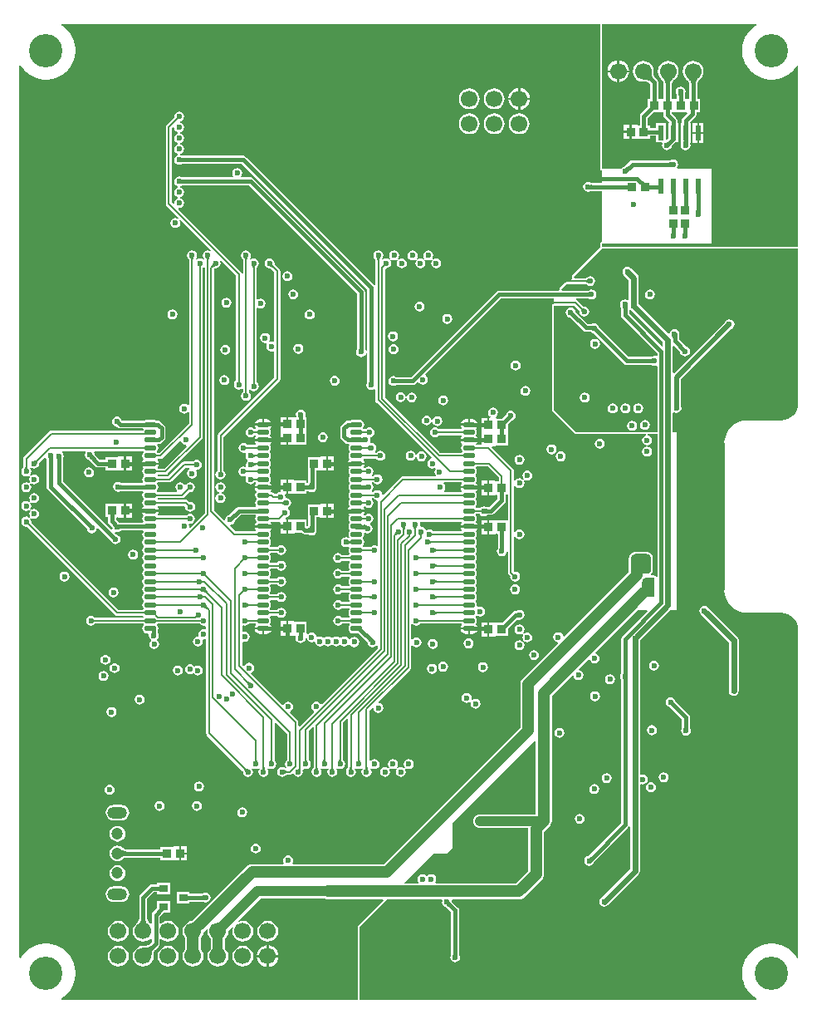
<source format=gbl>
G04*
G04 #@! TF.GenerationSoftware,Altium Limited,Altium Designer,22.4.2 (48)*
G04*
G04 Layer_Physical_Order=4*
G04 Layer_Color=10964583*
%FSLAX44Y44*%
%MOMM*%
G71*
G04*
G04 #@! TF.SameCoordinates,CD49FAE8-A699-4325-8C5D-96517E71F74C*
G04*
G04*
G04 #@! TF.FilePolarity,Positive*
G04*
G01*
G75*
%ADD11C,0.2000*%
%ADD12C,0.4000*%
%ADD13C,0.6000*%
%ADD62C,0.5000*%
%ADD63R,0.8500X0.9500*%
%ADD84R,0.9500X0.8500*%
%ADD89R,0.6000X1.5500*%
%ADD97C,1.7000*%
%ADD98O,2.0000X1.2000*%
%ADD99C,1.2000*%
%ADD100C,3.4000*%
%ADD101C,0.6000*%
%ADD102R,0.9000X0.8000*%
%ADD103O,1.2000X0.5500*%
%ADD104C,1.2000*%
%ADD105C,1.0000*%
G36*
X4586961Y2788941D02*
Y2641750D01*
X4587116Y2640970D01*
X4587558Y2640308D01*
X4588220Y2639866D01*
X4589000Y2639711D01*
Y2627078D01*
X4577896D01*
X4576951Y2627710D01*
X4575000Y2628098D01*
X4573049Y2627710D01*
X4571395Y2626605D01*
X4570290Y2624951D01*
X4569902Y2623000D01*
X4570290Y2621049D01*
X4571395Y2619395D01*
X4573049Y2618290D01*
X4575000Y2617902D01*
X4576951Y2618290D01*
X4577857Y2618896D01*
X4578348Y2618922D01*
X4589000D01*
Y2567039D01*
X4588220Y2566884D01*
X4587558Y2566442D01*
X4587116Y2565780D01*
X4586961Y2565000D01*
Y2562039D01*
X4587000Y2561843D01*
X4587000Y2561643D01*
X4587077Y2561457D01*
X4587116Y2561259D01*
X4587220Y2561104D01*
X4558790Y2532674D01*
X4558348Y2532012D01*
X4558193Y2531232D01*
X4558348Y2530452D01*
X4558348Y2530452D01*
X4558671Y2529671D01*
X4554980Y2525980D01*
X4552941D01*
X4552161Y2525825D01*
X4551499Y2525383D01*
X4551499Y2525383D01*
X4546060Y2519944D01*
X4545618Y2519282D01*
X4545463Y2518502D01*
X4545023Y2517813D01*
X4544469Y2517328D01*
X4484058D01*
X4484058Y2517328D01*
X4482497Y2517018D01*
X4481174Y2516134D01*
X4481174Y2516134D01*
X4394368Y2429328D01*
X4379396D01*
X4378451Y2429960D01*
X4376500Y2430348D01*
X4374549Y2429960D01*
X4372895Y2428855D01*
X4371790Y2427201D01*
X4371402Y2425250D01*
X4371790Y2423299D01*
X4372895Y2421645D01*
X4374549Y2420540D01*
X4376500Y2420152D01*
X4378451Y2420540D01*
X4379357Y2421146D01*
X4379848Y2421172D01*
X4396057D01*
X4396058Y2421172D01*
X4397618Y2421482D01*
X4398942Y2422366D01*
X4400682Y2424106D01*
X4402243Y2423871D01*
X4402895Y2422895D01*
X4404549Y2421790D01*
X4406500Y2421402D01*
X4408451Y2421790D01*
X4410105Y2422895D01*
X4411210Y2424549D01*
X4411598Y2426500D01*
X4411210Y2428451D01*
X4410105Y2430105D01*
X4409128Y2430757D01*
X4408893Y2432318D01*
X4485747Y2509172D01*
X4540000D01*
Y2503980D01*
X4539220Y2503825D01*
X4538558Y2503383D01*
X4538116Y2502722D01*
X4537961Y2501941D01*
Y2396000D01*
X4538116Y2395220D01*
X4538558Y2394558D01*
X4538558Y2394558D01*
X4561558Y2371558D01*
X4562220Y2371116D01*
X4563000Y2370961D01*
X4634085D01*
X4634210Y2369691D01*
X4633049Y2369460D01*
X4631395Y2368355D01*
X4630290Y2366701D01*
X4629902Y2364750D01*
X4630290Y2362799D01*
X4631395Y2361145D01*
X4633049Y2360040D01*
X4635000Y2359652D01*
X4636951Y2360040D01*
X4638605Y2361145D01*
X4639710Y2362799D01*
X4640098Y2364750D01*
X4639710Y2366701D01*
X4638605Y2368355D01*
X4636951Y2369460D01*
X4635790Y2369691D01*
X4635915Y2370961D01*
X4645421D01*
Y2225816D01*
X4644152Y2225692D01*
X4644134Y2225780D01*
X4643692Y2226442D01*
X4643030Y2226884D01*
X4642250Y2227039D01*
X4639032Y2227039D01*
X4638935Y2227160D01*
X4638642Y2228309D01*
X4638800Y2228430D01*
X4638888Y2228531D01*
X4639000Y2228606D01*
X4639394Y2229000D01*
X4639469Y2229112D01*
X4639570Y2229200D01*
X4639909Y2229642D01*
X4639969Y2229763D01*
X4640057Y2229864D01*
X4640336Y2230347D01*
X4640379Y2230474D01*
X4640454Y2230586D01*
X4640667Y2231100D01*
X4640693Y2231232D01*
X4640753Y2231353D01*
X4640897Y2231891D01*
X4640906Y2232025D01*
X4640949Y2232153D01*
X4641022Y2232705D01*
X4641013Y2232840D01*
X4641039Y2232971D01*
X4641039Y2245000D01*
X4641033Y2245031D01*
X4641038Y2245062D01*
X4641030Y2245332D01*
X4641000Y2245463D01*
X4641005Y2245598D01*
X4640918Y2246132D01*
X4640871Y2246258D01*
X4640858Y2246391D01*
X4640702Y2246909D01*
X4640639Y2247028D01*
X4640609Y2247159D01*
X4640387Y2247653D01*
X4640309Y2247762D01*
X4640262Y2247888D01*
X4639977Y2248348D01*
X4639885Y2248447D01*
X4639822Y2248566D01*
X4639480Y2248985D01*
X4639376Y2249070D01*
X4639298Y2249180D01*
X4638904Y2249550D01*
X4638790Y2249622D01*
X4638698Y2249720D01*
X4638259Y2250036D01*
X4638137Y2250092D01*
X4638033Y2250178D01*
X4637556Y2250434D01*
X4637428Y2250473D01*
X4637314Y2250545D01*
X4636808Y2250736D01*
X4636675Y2250759D01*
X4636553Y2250815D01*
X4636027Y2250939D01*
X4635892Y2250943D01*
X4635764Y2250983D01*
X4635225Y2251037D01*
X4635091Y2251024D01*
X4634958Y2251046D01*
X4634721Y2251039D01*
X4623017D01*
X4622917Y2251019D01*
X4622817Y2251029D01*
X4622352Y2250984D01*
X4622256Y2250954D01*
X4622155D01*
X4621696Y2250863D01*
X4621603Y2250824D01*
X4621502Y2250815D01*
X4621056Y2250679D01*
X4620966Y2250631D01*
X4620868Y2250612D01*
X4620436Y2250433D01*
X4620352Y2250377D01*
X4620255Y2250347D01*
X4619844Y2250128D01*
X4619766Y2250063D01*
X4619672Y2250025D01*
X4619284Y2249765D01*
X4619213Y2249694D01*
X4619124Y2249646D01*
X4618763Y2249350D01*
X4618698Y2249272D01*
X4618614Y2249216D01*
X4618284Y2248886D01*
X4618228Y2248802D01*
X4618150Y2248737D01*
X4617854Y2248377D01*
X4617806Y2248288D01*
X4617735Y2248216D01*
X4617475Y2247828D01*
X4617437Y2247734D01*
X4617372Y2247656D01*
X4617152Y2247245D01*
X4617123Y2247148D01*
X4617067Y2247064D01*
X4616888Y2246633D01*
X4616869Y2246533D01*
X4616821Y2246444D01*
X4616685Y2245997D01*
X4616675Y2245897D01*
X4616637Y2245803D01*
X4616546Y2245346D01*
Y2245244D01*
X4616516Y2245148D01*
X4616471Y2244683D01*
X4616480Y2244583D01*
X4616461Y2244483D01*
Y2241227D01*
X4616431Y2241000D01*
Y2230666D01*
X4550747Y2164982D01*
X4549369Y2165401D01*
X4549210Y2166201D01*
X4548105Y2167855D01*
X4546451Y2168960D01*
X4544500Y2169348D01*
X4542549Y2168960D01*
X4540895Y2167855D01*
X4539790Y2166201D01*
X4539402Y2164250D01*
X4539790Y2162299D01*
X4540895Y2160645D01*
X4542549Y2159540D01*
X4543349Y2159381D01*
X4543767Y2158003D01*
X4508294Y2122530D01*
X4507012Y2120859D01*
X4506206Y2118913D01*
X4505931Y2116824D01*
Y2072592D01*
X4366408Y1933069D01*
X4273914D01*
X4273235Y1934339D01*
X4273710Y1935049D01*
X4274098Y1937000D01*
X4273710Y1938951D01*
X4272605Y1940605D01*
X4270951Y1941710D01*
X4269000Y1942098D01*
X4267049Y1941710D01*
X4265395Y1940605D01*
X4264290Y1938951D01*
X4263902Y1937000D01*
X4264290Y1935049D01*
X4264764Y1934339D01*
X4264086Y1933069D01*
X4232300D01*
X4230211Y1932794D01*
X4228265Y1931988D01*
X4226595Y1930706D01*
X4171055Y1875166D01*
X4169259Y1874930D01*
X4166705Y1873872D01*
X4164511Y1872189D01*
X4162828Y1869995D01*
X4161770Y1867441D01*
X4161409Y1864700D01*
X4161770Y1861959D01*
X4162828Y1859405D01*
X4163931Y1857968D01*
Y1846032D01*
X4162828Y1844595D01*
X4161770Y1842041D01*
X4161409Y1839300D01*
X4161770Y1836559D01*
X4162828Y1834005D01*
X4164511Y1831811D01*
X4166705Y1830128D01*
X4169259Y1829070D01*
X4172000Y1828709D01*
X4174741Y1829070D01*
X4177295Y1830128D01*
X4179489Y1831811D01*
X4181172Y1834005D01*
X4182230Y1836559D01*
X4182591Y1839300D01*
X4182230Y1842041D01*
X4181172Y1844595D01*
X4180069Y1846032D01*
Y1857968D01*
X4181172Y1859405D01*
X4182230Y1861959D01*
X4182466Y1863755D01*
X4185849Y1867138D01*
X4187052Y1866545D01*
X4186809Y1864700D01*
X4187170Y1861959D01*
X4188228Y1859405D01*
X4189911Y1857211D01*
X4190340Y1856883D01*
Y1847117D01*
X4189911Y1846789D01*
X4188228Y1844595D01*
X4187170Y1842041D01*
X4186809Y1839300D01*
X4187170Y1836559D01*
X4188228Y1834005D01*
X4189911Y1831811D01*
X4192105Y1830128D01*
X4194659Y1829070D01*
X4197400Y1828709D01*
X4200141Y1829070D01*
X4202695Y1830128D01*
X4204889Y1831811D01*
X4206572Y1834005D01*
X4207630Y1836559D01*
X4207991Y1839300D01*
X4207630Y1842041D01*
X4206572Y1844595D01*
X4204889Y1846789D01*
X4204460Y1847117D01*
Y1856883D01*
X4204889Y1857211D01*
X4206572Y1859405D01*
X4207630Y1861959D01*
X4207991Y1864700D01*
X4207920Y1865235D01*
X4211952Y1869267D01*
X4213029Y1868548D01*
X4212570Y1867441D01*
X4212209Y1864700D01*
X4212570Y1861959D01*
X4213628Y1859405D01*
X4215311Y1857211D01*
X4217505Y1855528D01*
X4220059Y1854470D01*
X4222800Y1854109D01*
X4225541Y1854470D01*
X4228095Y1855528D01*
X4230289Y1857211D01*
X4231972Y1859405D01*
X4233030Y1861959D01*
X4233391Y1864700D01*
X4233030Y1867441D01*
X4231972Y1869995D01*
X4230289Y1872189D01*
X4228095Y1873872D01*
X4225541Y1874930D01*
X4222800Y1875291D01*
X4220059Y1874930D01*
X4218952Y1874471D01*
X4218233Y1875548D01*
X4240875Y1898190D01*
X4305890D01*
X4307662Y1897456D01*
X4309750Y1897181D01*
X4365638D01*
X4366124Y1896008D01*
X4340558Y1870442D01*
X4340116Y1869780D01*
X4339961Y1869000D01*
Y1795059D01*
X4037790Y1795059D01*
X4037461Y1796285D01*
X4038703Y1797002D01*
X4041823Y1799396D01*
X4044604Y1802177D01*
X4046998Y1805297D01*
X4048964Y1808703D01*
X4050469Y1812336D01*
X4051487Y1816135D01*
X4052000Y1820034D01*
Y1823966D01*
X4051487Y1827865D01*
X4050469Y1831664D01*
X4048964Y1835297D01*
X4046998Y1838703D01*
X4044604Y1841823D01*
X4041823Y1844603D01*
X4038703Y1846998D01*
X4035297Y1848964D01*
X4031664Y1850469D01*
X4027865Y1851487D01*
X4023966Y1852000D01*
X4020034D01*
X4016135Y1851487D01*
X4012336Y1850469D01*
X4008703Y1848964D01*
X4005297Y1846998D01*
X4002177Y1844603D01*
X3999396Y1841823D01*
X3997002Y1838703D01*
X3996285Y1837461D01*
X3995059Y1837790D01*
X3995059Y2746210D01*
X3996285Y2746539D01*
X3997002Y2745297D01*
X3999396Y2742177D01*
X4002177Y2739396D01*
X4005297Y2737002D01*
X4008703Y2735036D01*
X4012336Y2733531D01*
X4016135Y2732513D01*
X4020034Y2732000D01*
X4023966D01*
X4027865Y2732513D01*
X4031664Y2733531D01*
X4035297Y2735036D01*
X4038703Y2737002D01*
X4041823Y2739396D01*
X4044604Y2742177D01*
X4046998Y2745297D01*
X4048964Y2748703D01*
X4050469Y2752336D01*
X4051487Y2756135D01*
X4052000Y2760034D01*
Y2763966D01*
X4051487Y2767865D01*
X4050469Y2771664D01*
X4048964Y2775297D01*
X4046998Y2778703D01*
X4044604Y2781823D01*
X4041823Y2784604D01*
X4038703Y2786998D01*
X4037461Y2787715D01*
X4037790Y2788941D01*
X4586961Y2788941D01*
D02*
G37*
G36*
X4659358Y2643900D02*
X4659321Y2643919D01*
X4659250Y2643936D01*
X4659146Y2643951D01*
X4658835Y2643975D01*
X4657806Y2643999D01*
X4657464Y2644000D01*
Y2648000D01*
X4659358Y2648100D01*
Y2643900D01*
D02*
G37*
G36*
X4617018Y2640190D02*
X4615750Y2638780D01*
X4612780Y2641750D01*
X4612819Y2641762D01*
X4612881Y2641800D01*
X4612966Y2641863D01*
X4613203Y2642066D01*
X4613947Y2642777D01*
X4614190Y2643018D01*
X4617018Y2640190D01*
D02*
G37*
G36*
X4577179Y2625081D02*
X4577249Y2625064D01*
X4577354Y2625049D01*
X4577665Y2625025D01*
X4578694Y2625001D01*
X4579036Y2625000D01*
X4579036Y2621000D01*
X4577142Y2620900D01*
X4577143Y2625100D01*
X4577179Y2625081D01*
D02*
G37*
G36*
X4689025Y2599013D02*
X4689118Y2597125D01*
X4684918Y2597160D01*
X4684938Y2597197D01*
X4684956Y2597269D01*
X4684973Y2597374D01*
X4684998Y2597686D01*
X4685024Y2598716D01*
X4685025Y2599058D01*
X4689025Y2599013D01*
D02*
G37*
G36*
X4676100Y2575392D02*
X4671900D01*
X4671919Y2575429D01*
X4671936Y2575500D01*
X4671951Y2575604D01*
X4671975Y2575915D01*
X4671999Y2576944D01*
X4672000Y2577286D01*
X4676000D01*
X4676100Y2575392D01*
D02*
G37*
G36*
X4664100D02*
X4659900D01*
X4659919Y2575429D01*
X4659936Y2575500D01*
X4659951Y2575604D01*
X4659975Y2575915D01*
X4659999Y2576944D01*
X4660000Y2577286D01*
X4664000D01*
X4664100Y2575392D01*
D02*
G37*
G36*
X4746210Y2788941D02*
X4746539Y2787715D01*
X4745297Y2786998D01*
X4742177Y2784604D01*
X4739396Y2781823D01*
X4737002Y2778703D01*
X4735036Y2775297D01*
X4733531Y2771664D01*
X4732513Y2767865D01*
X4732000Y2763966D01*
Y2760034D01*
X4732513Y2756135D01*
X4733531Y2752336D01*
X4735036Y2748703D01*
X4737002Y2745297D01*
X4739396Y2742177D01*
X4742177Y2739396D01*
X4745297Y2737002D01*
X4748703Y2735036D01*
X4752336Y2733531D01*
X4756135Y2732513D01*
X4760034Y2732000D01*
X4763966D01*
X4767865Y2732513D01*
X4771664Y2733531D01*
X4775297Y2735036D01*
X4778703Y2737002D01*
X4781823Y2739396D01*
X4784604Y2742177D01*
X4786998Y2745297D01*
X4787715Y2746539D01*
X4788941Y2746210D01*
X4788941Y2563309D01*
X4788941Y2562039D01*
X4589000D01*
X4589000Y2562039D01*
Y2565000D01*
X4700750D01*
Y2641750D01*
X4666201D01*
X4665522Y2643020D01*
X4666210Y2644049D01*
X4666598Y2646000D01*
X4666210Y2647951D01*
X4665105Y2649605D01*
X4663451Y2650710D01*
X4661500Y2651098D01*
X4659549Y2650710D01*
X4658643Y2650104D01*
X4658152Y2650078D01*
X4620000D01*
X4618439Y2649768D01*
X4617116Y2648884D01*
X4617116Y2648884D01*
X4611914Y2643682D01*
X4610799Y2643460D01*
X4609145Y2642355D01*
X4608741Y2641750D01*
X4589000D01*
Y2788941D01*
X4746210Y2788941D01*
D02*
G37*
G36*
X4574857Y2524900D02*
X4574639Y2525109D01*
X4574413Y2525296D01*
X4574181Y2525461D01*
X4573942Y2525604D01*
X4573697Y2525725D01*
X4573445Y2525824D01*
X4573187Y2525901D01*
X4572921Y2525956D01*
X4572650Y2525989D01*
X4572372Y2526000D01*
Y2528000D01*
X4572650Y2528011D01*
X4572921Y2528044D01*
X4573187Y2528099D01*
X4573445Y2528176D01*
X4573697Y2528275D01*
X4573942Y2528396D01*
X4574181Y2528539D01*
X4574413Y2528704D01*
X4574639Y2528891D01*
X4574857Y2529100D01*
Y2524900D01*
D02*
G37*
G36*
X4576107Y2511150D02*
X4576071Y2511169D01*
X4576000Y2511186D01*
X4575896Y2511201D01*
X4575585Y2511225D01*
X4574556Y2511249D01*
X4574214Y2511250D01*
Y2515250D01*
X4576107Y2515350D01*
Y2511150D01*
D02*
G37*
G36*
X4614581Y2501071D02*
X4614564Y2501001D01*
X4614549Y2500896D01*
X4614525Y2500585D01*
X4614501Y2499556D01*
X4614500Y2499214D01*
X4610500D01*
X4610400Y2501108D01*
X4614600D01*
X4614581Y2501071D01*
D02*
G37*
G36*
X4568639Y2499791D02*
X4568854Y2499622D01*
X4569081Y2499474D01*
X4569318Y2499345D01*
X4569566Y2499237D01*
X4569825Y2499149D01*
X4570095Y2499082D01*
X4570376Y2499034D01*
X4570667Y2499007D01*
X4570970Y2499000D01*
X4568000Y2496030D01*
X4567993Y2496333D01*
X4567966Y2496624D01*
X4567918Y2496905D01*
X4567851Y2497175D01*
X4567763Y2497434D01*
X4567655Y2497682D01*
X4567527Y2497919D01*
X4567378Y2498146D01*
X4567209Y2498361D01*
X4567020Y2498566D01*
X4568434Y2499980D01*
X4568639Y2499791D01*
D02*
G37*
G36*
X4560262Y2494931D02*
X4560300Y2494869D01*
X4560363Y2494784D01*
X4560566Y2494547D01*
X4561277Y2493803D01*
X4561518Y2493560D01*
X4558690Y2490732D01*
X4557280Y2492000D01*
X4560250Y2494970D01*
X4560262Y2494931D01*
D02*
G37*
G36*
X4579143Y2481356D02*
X4578607Y2477190D01*
X4578562Y2477227D01*
X4578483Y2477260D01*
X4578372Y2477289D01*
X4578228Y2477314D01*
X4578051Y2477335D01*
X4577323Y2477375D01*
X4576673Y2477383D01*
X4577377Y2481383D01*
X4579143Y2481356D01*
D02*
G37*
G36*
X4584012Y2478931D02*
X4584050Y2478869D01*
X4584113Y2478784D01*
X4584316Y2478548D01*
X4585027Y2477803D01*
X4585268Y2477560D01*
X4582440Y2474732D01*
X4581030Y2476000D01*
X4584000Y2478970D01*
X4584012Y2478931D01*
D02*
G37*
G36*
X4665383Y2469377D02*
X4661383Y2468673D01*
X4661381Y2469015D01*
X4661288Y2470372D01*
X4661259Y2470483D01*
X4661227Y2470562D01*
X4661190Y2470607D01*
X4665356Y2471143D01*
X4665383Y2469377D01*
D02*
G37*
G36*
X4617895Y2498145D02*
X4651152Y2464888D01*
Y2460775D01*
X4649979Y2460289D01*
X4616578Y2493689D01*
Y2497830D01*
X4617848Y2498215D01*
X4617895Y2498145D01*
D02*
G37*
G36*
X4673720Y2458500D02*
X4670750Y2455530D01*
X4670738Y2455569D01*
X4670700Y2455631D01*
X4670637Y2455716D01*
X4670434Y2455952D01*
X4669723Y2456697D01*
X4669482Y2456940D01*
X4672310Y2459768D01*
X4673720Y2458500D01*
D02*
G37*
G36*
X4640358Y2443650D02*
X4640321Y2443669D01*
X4640251Y2443686D01*
X4640146Y2443701D01*
X4639835Y2443725D01*
X4638806Y2443749D01*
X4638464Y2443750D01*
Y2447750D01*
X4640358Y2447850D01*
Y2443650D01*
D02*
G37*
G36*
X4378679Y2427331D02*
X4378749Y2427314D01*
X4378854Y2427299D01*
X4379165Y2427275D01*
X4380194Y2427251D01*
X4380536Y2427250D01*
Y2423250D01*
X4378642Y2423150D01*
Y2427350D01*
X4378679Y2427331D01*
D02*
G37*
G36*
X4788941Y2402000D02*
X4788950Y2401955D01*
X4788629Y2398692D01*
X4787664Y2395512D01*
X4786097Y2392581D01*
X4783989Y2390011D01*
X4781419Y2387903D01*
X4778488Y2386336D01*
X4775308Y2385371D01*
X4772045Y2385050D01*
X4772000Y2385059D01*
X4737000D01*
X4737000Y2385059D01*
Y2385111D01*
X4732491Y2384667D01*
X4728156Y2383352D01*
X4724160Y2381216D01*
X4720658Y2378342D01*
X4717784Y2374840D01*
X4716800Y2373000D01*
X4715648Y2370844D01*
X4714333Y2366509D01*
X4713889Y2362000D01*
X4713941D01*
Y2212000D01*
X4713889D01*
X4714333Y2207491D01*
X4715648Y2203156D01*
X4717784Y2199160D01*
X4720658Y2195658D01*
X4724160Y2192784D01*
X4727821Y2190827D01*
X4728156Y2190648D01*
X4732491Y2189333D01*
X4737000Y2188889D01*
Y2188941D01*
X4737000Y2188941D01*
X4772000D01*
X4772045Y2188950D01*
X4775308Y2188629D01*
X4778488Y2187664D01*
X4781419Y2186097D01*
X4783989Y2183989D01*
X4786097Y2181420D01*
X4787664Y2178488D01*
X4788629Y2175308D01*
X4788950Y2172045D01*
X4788941Y2172000D01*
X4788941Y1837790D01*
X4787715Y1837461D01*
X4786998Y1838703D01*
X4784604Y1841823D01*
X4781823Y1844603D01*
X4778703Y1846998D01*
X4775297Y1848964D01*
X4771664Y1850469D01*
X4767865Y1851487D01*
X4763966Y1852000D01*
X4760034D01*
X4756135Y1851487D01*
X4752336Y1850469D01*
X4748703Y1848964D01*
X4745297Y1846998D01*
X4742177Y1844603D01*
X4739396Y1841823D01*
X4737002Y1838703D01*
X4735036Y1835297D01*
X4733531Y1831664D01*
X4732513Y1827865D01*
X4732000Y1823966D01*
Y1820034D01*
X4732513Y1816135D01*
X4733531Y1812336D01*
X4735036Y1808703D01*
X4737002Y1805297D01*
X4739396Y1802177D01*
X4742177Y1799396D01*
X4745297Y1797002D01*
X4746539Y1796285D01*
X4746210Y1795059D01*
X4342000Y1795059D01*
Y1869000D01*
X4370181Y1897181D01*
X4425534D01*
X4426232Y1895911D01*
X4425902Y1894250D01*
X4426290Y1892299D01*
X4427395Y1890645D01*
X4429049Y1889540D01*
X4430118Y1889327D01*
X4430483Y1888999D01*
X4435172Y1884311D01*
Y1840896D01*
X4434540Y1839951D01*
X4434152Y1838000D01*
X4434540Y1836049D01*
X4435645Y1834395D01*
X4437299Y1833290D01*
X4439250Y1832902D01*
X4441201Y1833290D01*
X4442855Y1834395D01*
X4443960Y1836049D01*
X4444348Y1838000D01*
X4443960Y1839951D01*
X4443354Y1840857D01*
X4443328Y1841348D01*
Y1886000D01*
X4443329Y1886000D01*
X4443018Y1887561D01*
X4442134Y1888884D01*
X4442134Y1888884D01*
X4435932Y1895086D01*
X4435768Y1895911D01*
X4436466Y1897181D01*
X4504500D01*
X4506588Y1897456D01*
X4508535Y1898262D01*
X4510206Y1899544D01*
X4527706Y1917044D01*
X4528988Y1918716D01*
X4529794Y1920662D01*
X4530069Y1922750D01*
Y1954250D01*
Y1965908D01*
X4535456Y1971294D01*
X4536738Y1972966D01*
X4537544Y1974912D01*
X4537819Y1977000D01*
Y2104158D01*
X4558699Y2125038D01*
X4560077Y2124620D01*
X4560290Y2123549D01*
X4561395Y2121895D01*
X4563049Y2120790D01*
X4565000Y2120402D01*
X4566951Y2120790D01*
X4568605Y2121895D01*
X4569710Y2123549D01*
X4570098Y2125500D01*
X4569710Y2127451D01*
X4568605Y2129105D01*
X4566951Y2130210D01*
X4565880Y2130423D01*
X4565462Y2131801D01*
X4575451Y2141790D01*
X4576666Y2141421D01*
X4576790Y2140799D01*
X4577895Y2139145D01*
X4579549Y2138040D01*
X4581500Y2137652D01*
X4583451Y2138040D01*
X4585105Y2139145D01*
X4586210Y2140799D01*
X4586598Y2142750D01*
X4586210Y2144701D01*
X4585105Y2146355D01*
X4583451Y2147460D01*
X4582829Y2147584D01*
X4582460Y2148799D01*
X4625661Y2192000D01*
X4634881D01*
X4635367Y2190827D01*
X4609866Y2165326D01*
X4608982Y2164003D01*
X4608672Y2162442D01*
X4608672Y2162442D01*
Y2127146D01*
X4608040Y2126201D01*
X4607652Y2124250D01*
X4608040Y2122299D01*
X4608672Y2121354D01*
Y1974939D01*
X4575164Y1941432D01*
X4574049Y1941210D01*
X4572395Y1940105D01*
X4571290Y1938451D01*
X4570902Y1936500D01*
X4571290Y1934549D01*
X4572395Y1932895D01*
X4574049Y1931790D01*
X4576000Y1931402D01*
X4577951Y1931790D01*
X4579605Y1932895D01*
X4580710Y1934549D01*
X4580923Y1935618D01*
X4581251Y1935983D01*
X4615634Y1970366D01*
X4615634Y1970366D01*
X4616382Y1971486D01*
X4617287Y1971408D01*
X4617652Y1971275D01*
Y1928362D01*
X4587645Y1898355D01*
X4586540Y1896701D01*
X4586152Y1894750D01*
X4586540Y1892799D01*
X4587645Y1891145D01*
X4589299Y1890040D01*
X4591250Y1889652D01*
X4593201Y1890040D01*
X4594855Y1891145D01*
X4626355Y1922645D01*
X4627460Y1924299D01*
X4627848Y1926250D01*
Y2013847D01*
X4629118Y2014677D01*
X4630500Y2014402D01*
X4632451Y2014790D01*
X4634105Y2015895D01*
X4635210Y2017549D01*
X4635598Y2019500D01*
X4635210Y2021451D01*
X4634105Y2023105D01*
X4632451Y2024210D01*
X4630500Y2024598D01*
X4629118Y2024323D01*
X4627848Y2025153D01*
Y2123500D01*
Y2161138D01*
X4658710Y2192000D01*
X4665000D01*
Y2373000D01*
X4661348D01*
Y2392899D01*
X4662618Y2393578D01*
X4663049Y2393290D01*
X4665000Y2392902D01*
X4666951Y2393290D01*
X4668605Y2394395D01*
X4669710Y2396049D01*
X4669899Y2397000D01*
X4670098Y2398000D01*
X4669710Y2399951D01*
X4669588Y2400133D01*
Y2427099D01*
X4720736Y2478247D01*
X4720951Y2478290D01*
X4722605Y2479395D01*
X4723710Y2481049D01*
X4724098Y2483000D01*
X4723710Y2484951D01*
X4722605Y2486605D01*
X4720951Y2487710D01*
X4719000Y2488098D01*
X4717049Y2487710D01*
X4715395Y2486605D01*
X4714290Y2484951D01*
X4714247Y2484736D01*
X4662618Y2433107D01*
X4661348Y2433633D01*
Y2460475D01*
X4662521Y2460961D01*
X4668818Y2454664D01*
X4669040Y2453549D01*
X4670145Y2451895D01*
X4671799Y2450790D01*
X4673750Y2450402D01*
X4675701Y2450790D01*
X4677355Y2451895D01*
X4678460Y2453549D01*
X4678848Y2455500D01*
X4678460Y2457451D01*
X4677355Y2459105D01*
X4675701Y2460210D01*
X4674632Y2460423D01*
X4674266Y2460751D01*
X4667461Y2467557D01*
Y2470677D01*
X4667710Y2471049D01*
X4668098Y2473000D01*
X4667710Y2474951D01*
X4666605Y2476605D01*
X4664951Y2477710D01*
X4663000Y2478098D01*
X4661049Y2477710D01*
X4659395Y2476605D01*
X4658290Y2474951D01*
X4658127Y2474129D01*
X4656749Y2473711D01*
X4626598Y2503862D01*
Y2530000D01*
X4626210Y2531951D01*
X4625105Y2533605D01*
X4618605Y2540105D01*
X4616951Y2541210D01*
X4615000Y2541598D01*
X4613049Y2541210D01*
X4611395Y2540105D01*
X4610290Y2538451D01*
X4609902Y2536500D01*
X4610290Y2534549D01*
X4611395Y2532895D01*
X4616402Y2527888D01*
Y2508184D01*
X4615132Y2507505D01*
X4614451Y2507960D01*
X4612500Y2508348D01*
X4610549Y2507960D01*
X4608895Y2506855D01*
X4607790Y2505201D01*
X4607402Y2503250D01*
X4607790Y2501299D01*
X4608396Y2500393D01*
X4608422Y2499902D01*
Y2492000D01*
X4608422Y2492000D01*
X4608732Y2490439D01*
X4609616Y2489116D01*
X4645421Y2453311D01*
Y2451222D01*
X4644152Y2450519D01*
X4642500Y2450848D01*
X4640549Y2450460D01*
X4639643Y2449854D01*
X4639152Y2449828D01*
X4615939D01*
X4585932Y2479836D01*
X4585710Y2480951D01*
X4584605Y2482605D01*
X4582951Y2483710D01*
X4581000Y2484098D01*
X4579049Y2483710D01*
X4578676Y2483461D01*
X4574557D01*
X4562182Y2495836D01*
X4561960Y2496951D01*
X4560855Y2498605D01*
X4559201Y2499710D01*
X4557250Y2500098D01*
X4555299Y2499710D01*
X4553645Y2498605D01*
X4552540Y2496951D01*
X4552152Y2495000D01*
X4552540Y2493049D01*
X4553645Y2491395D01*
X4555299Y2490290D01*
X4556368Y2490077D01*
X4556733Y2489749D01*
X4569984Y2476499D01*
X4569984Y2476499D01*
X4571306Y2475615D01*
X4572867Y2475304D01*
X4577531D01*
X4579049Y2474290D01*
X4580118Y2474077D01*
X4580483Y2473749D01*
X4611366Y2442866D01*
X4611366Y2442866D01*
X4612689Y2441982D01*
X4614250Y2441672D01*
X4639604D01*
X4640549Y2441040D01*
X4642500Y2440652D01*
X4644152Y2440981D01*
X4645421Y2440278D01*
Y2373000D01*
X4563000D01*
X4540000Y2396000D01*
Y2501941D01*
X4560733D01*
X4565722Y2496952D01*
X4565774Y2496873D01*
X4565820Y2496788D01*
X4565859Y2496698D01*
X4565893Y2496598D01*
X4565921Y2496487D01*
X4565943Y2496359D01*
X4565952Y2496253D01*
X4565902Y2496000D01*
X4566290Y2494049D01*
X4567395Y2492395D01*
X4569049Y2491290D01*
X4571000Y2490902D01*
X4572951Y2491290D01*
X4574605Y2492395D01*
X4575710Y2494049D01*
X4576098Y2496000D01*
X4575710Y2497951D01*
X4574605Y2499605D01*
X4572951Y2500710D01*
X4571000Y2501098D01*
X4570746Y2501048D01*
X4570641Y2501057D01*
X4570514Y2501079D01*
X4570402Y2501107D01*
X4570302Y2501141D01*
X4570212Y2501180D01*
X4570127Y2501226D01*
X4570048Y2501278D01*
X4564163Y2507163D01*
X4563170Y2507826D01*
X4562790Y2507902D01*
X4562915Y2509172D01*
X4575354D01*
X4576299Y2508540D01*
X4578250Y2508152D01*
X4580201Y2508540D01*
X4581855Y2509645D01*
X4582960Y2511299D01*
X4583348Y2513250D01*
X4582960Y2515201D01*
X4581855Y2516855D01*
X4580201Y2517960D01*
X4578250Y2518348D01*
X4576299Y2517960D01*
X4575393Y2517354D01*
X4574902Y2517328D01*
X4547988D01*
X4547502Y2518502D01*
X4552941Y2523941D01*
X4572595D01*
X4572688Y2523922D01*
X4572780Y2523894D01*
X4572871Y2523858D01*
X4572965Y2523812D01*
X4573065Y2523753D01*
X4573170Y2523678D01*
X4573252Y2523610D01*
X4573395Y2523395D01*
X4575049Y2522290D01*
X4577000Y2521902D01*
X4578951Y2522290D01*
X4580605Y2523395D01*
X4581710Y2525049D01*
X4582098Y2527000D01*
X4581710Y2528951D01*
X4580605Y2530605D01*
X4578951Y2531710D01*
X4577000Y2532098D01*
X4575049Y2531710D01*
X4573395Y2530605D01*
X4573252Y2530390D01*
X4573170Y2530322D01*
X4573065Y2530247D01*
X4572966Y2530188D01*
X4572871Y2530142D01*
X4572780Y2530106D01*
X4572688Y2530078D01*
X4572595Y2530059D01*
X4560718D01*
X4560232Y2531232D01*
X4589000Y2560000D01*
X4788941D01*
X4788941Y2402000D01*
D02*
G37*
G36*
X4635558Y2248954D02*
X4636085Y2248830D01*
X4636591Y2248638D01*
X4637068Y2248382D01*
X4637506Y2248066D01*
X4637900Y2247695D01*
X4638242Y2247276D01*
X4638527Y2246816D01*
X4638749Y2246322D01*
X4638905Y2245804D01*
X4638992Y2245270D01*
X4639000Y2245000D01*
X4639000Y2233250D01*
Y2232971D01*
X4638927Y2232419D01*
X4638783Y2231881D01*
X4638570Y2231366D01*
X4638291Y2230884D01*
X4637952Y2230442D01*
X4637558Y2230048D01*
X4637116Y2229709D01*
X4636634Y2229430D01*
X4636119Y2229217D01*
X4635581Y2229073D01*
X4635029Y2229000D01*
X4623254D01*
X4622766Y2229048D01*
X4622284Y2229144D01*
X4621813Y2229287D01*
X4621360Y2229475D01*
X4620927Y2229706D01*
X4620518Y2229979D01*
X4620138Y2230291D01*
X4619791Y2230638D01*
X4619479Y2231018D01*
X4619206Y2231426D01*
X4618975Y2231860D01*
X4618787Y2232314D01*
X4618644Y2232784D01*
X4618548Y2233266D01*
X4618500Y2233754D01*
Y2234000D01*
Y2244250D01*
Y2244483D01*
X4618546Y2244948D01*
X4618637Y2245405D01*
X4618772Y2245852D01*
X4618951Y2246283D01*
X4619171Y2246695D01*
X4619430Y2247083D01*
X4619726Y2247444D01*
X4620056Y2247774D01*
X4620417Y2248070D01*
X4620805Y2248329D01*
X4621217Y2248549D01*
X4621648Y2248728D01*
X4622094Y2248863D01*
X4622552Y2248954D01*
X4623017Y2249000D01*
X4634750D01*
X4634750Y2249000D01*
X4635020Y2249008D01*
X4635558Y2248954D01*
D02*
G37*
G36*
X4642250Y2225000D02*
Y2205000D01*
X4634754D01*
X4634265Y2205048D01*
X4633784Y2205144D01*
X4633314Y2205287D01*
X4632859Y2205475D01*
X4632426Y2205706D01*
X4632018Y2205979D01*
X4631638Y2206291D01*
X4631291Y2206638D01*
X4630979Y2207018D01*
X4630706Y2207426D01*
X4630475Y2207860D01*
X4630287Y2208313D01*
X4630144Y2208784D01*
X4630048Y2209265D01*
X4630000Y2209754D01*
Y2210000D01*
Y2220250D01*
Y2220483D01*
X4630046Y2220948D01*
X4630137Y2221405D01*
X4630272Y2221852D01*
X4630451Y2222283D01*
X4630671Y2222695D01*
X4630930Y2223083D01*
X4631226Y2223444D01*
X4631556Y2223774D01*
X4631917Y2224070D01*
X4632305Y2224329D01*
X4632717Y2224549D01*
X4633148Y2224728D01*
X4633594Y2224863D01*
X4634052Y2224954D01*
X4634517Y2225000D01*
X4634750D01*
X4642250Y2225000D01*
D02*
G37*
G36*
X4580268Y1937940D02*
X4579000Y1936530D01*
X4576030Y1939500D01*
X4576069Y1939512D01*
X4576131Y1939550D01*
X4576216Y1939613D01*
X4576452Y1939816D01*
X4577197Y1940527D01*
X4577440Y1940768D01*
X4580268Y1937940D01*
D02*
G37*
G36*
X4521681Y2058022D02*
Y1983810D01*
X4464750D01*
X4462923Y1983570D01*
X4461220Y1982865D01*
X4459758Y1981742D01*
X4458636Y1980280D01*
X4457930Y1978577D01*
X4457690Y1976750D01*
X4457930Y1974923D01*
X4458636Y1973220D01*
X4459758Y1971758D01*
X4461220Y1970636D01*
X4462923Y1969930D01*
X4464750Y1969690D01*
X4513546D01*
X4513931Y1969250D01*
Y1954250D01*
Y1926092D01*
X4501158Y1913319D01*
X4419480D01*
X4418901Y1914589D01*
X4419710Y1915799D01*
X4420098Y1917750D01*
X4419710Y1919701D01*
X4418605Y1921355D01*
X4416951Y1922460D01*
X4415000Y1922848D01*
X4413049Y1922460D01*
X4411395Y1921355D01*
X4411135Y1920965D01*
X4409865D01*
X4409605Y1921355D01*
X4407951Y1922460D01*
X4406000Y1922848D01*
X4404049Y1922460D01*
X4402395Y1921355D01*
X4401290Y1919701D01*
X4400902Y1917750D01*
X4401290Y1915799D01*
X4402099Y1914589D01*
X4401520Y1913319D01*
X4387979D01*
X4387492Y1914492D01*
X4417000Y1944000D01*
X4431000D01*
X4437000Y1950000D01*
Y1975000D01*
X4520508Y2058508D01*
X4521681Y2058022D01*
D02*
G37*
G36*
X4434012Y1894181D02*
X4434050Y1894119D01*
X4434113Y1894034D01*
X4434316Y1893798D01*
X4435027Y1893053D01*
X4435268Y1892810D01*
X4432440Y1889982D01*
X4431030Y1891250D01*
X4434000Y1894220D01*
X4434012Y1894181D01*
D02*
G37*
G36*
X4441350Y1840142D02*
X4437150D01*
X4437169Y1840179D01*
X4437186Y1840249D01*
X4437201Y1840354D01*
X4437225Y1840665D01*
X4437249Y1841694D01*
X4437250Y1842036D01*
X4441250D01*
X4441350Y1840142D01*
D02*
G37*
%LPC*%
G36*
X4505650Y2723704D02*
Y2713700D01*
X4515654D01*
X4515406Y2715582D01*
X4514294Y2718268D01*
X4512524Y2720574D01*
X4510218Y2722343D01*
X4507532Y2723456D01*
X4505650Y2723704D01*
D02*
G37*
G36*
X4503650Y2723704D02*
X4501768Y2723456D01*
X4499082Y2722343D01*
X4496776Y2720574D01*
X4495007Y2718268D01*
X4493894Y2715582D01*
X4493647Y2713700D01*
X4503650D01*
Y2723704D01*
D02*
G37*
G36*
X4479250Y2723291D02*
X4476509Y2722930D01*
X4473955Y2721872D01*
X4471761Y2720189D01*
X4470078Y2717995D01*
X4469020Y2715441D01*
X4468659Y2712700D01*
X4469020Y2709959D01*
X4470078Y2707405D01*
X4471761Y2705211D01*
X4473955Y2703528D01*
X4476509Y2702470D01*
X4479250Y2702109D01*
X4481991Y2702470D01*
X4484545Y2703528D01*
X4486739Y2705211D01*
X4488422Y2707405D01*
X4489480Y2709959D01*
X4489841Y2712700D01*
X4489480Y2715441D01*
X4488422Y2717995D01*
X4486739Y2720189D01*
X4484545Y2721872D01*
X4481991Y2722930D01*
X4479250Y2723291D01*
D02*
G37*
G36*
X4453850D02*
X4451109Y2722930D01*
X4448555Y2721872D01*
X4446361Y2720189D01*
X4444678Y2717995D01*
X4443620Y2715441D01*
X4443259Y2712700D01*
X4443620Y2709959D01*
X4444678Y2707405D01*
X4446361Y2705211D01*
X4448555Y2703528D01*
X4451109Y2702470D01*
X4453850Y2702109D01*
X4456591Y2702470D01*
X4459145Y2703528D01*
X4461339Y2705211D01*
X4463022Y2707405D01*
X4464080Y2709959D01*
X4464441Y2712700D01*
X4464080Y2715441D01*
X4463022Y2717995D01*
X4461339Y2720189D01*
X4459145Y2721872D01*
X4456591Y2722930D01*
X4453850Y2723291D01*
D02*
G37*
G36*
X4515654Y2711700D02*
X4505650D01*
Y2701696D01*
X4507532Y2701944D01*
X4510218Y2703057D01*
X4512524Y2704826D01*
X4514294Y2707132D01*
X4515406Y2709818D01*
X4515654Y2711700D01*
D02*
G37*
G36*
X4503650D02*
X4493647D01*
X4493894Y2709818D01*
X4495007Y2707132D01*
X4496776Y2704826D01*
X4499082Y2703057D01*
X4501768Y2701944D01*
X4503650Y2701696D01*
Y2711700D01*
D02*
G37*
G36*
X4504650Y2697891D02*
X4501909Y2697530D01*
X4499355Y2696472D01*
X4497161Y2694789D01*
X4495478Y2692595D01*
X4494420Y2690041D01*
X4494059Y2687300D01*
X4494420Y2684559D01*
X4495478Y2682005D01*
X4497161Y2679811D01*
X4499355Y2678128D01*
X4501909Y2677070D01*
X4504650Y2676709D01*
X4507391Y2677070D01*
X4509945Y2678128D01*
X4512139Y2679811D01*
X4513822Y2682005D01*
X4514880Y2684559D01*
X4515240Y2687300D01*
X4514880Y2690041D01*
X4513822Y2692595D01*
X4512139Y2694789D01*
X4509945Y2696472D01*
X4507391Y2697530D01*
X4504650Y2697891D01*
D02*
G37*
G36*
X4479250D02*
X4476509Y2697530D01*
X4473955Y2696472D01*
X4471761Y2694789D01*
X4470078Y2692595D01*
X4469020Y2690041D01*
X4468659Y2687300D01*
X4469020Y2684559D01*
X4470078Y2682005D01*
X4471761Y2679811D01*
X4473955Y2678128D01*
X4476509Y2677070D01*
X4479250Y2676709D01*
X4481991Y2677070D01*
X4484545Y2678128D01*
X4486739Y2679811D01*
X4488422Y2682005D01*
X4489480Y2684559D01*
X4489841Y2687300D01*
X4489480Y2690041D01*
X4488422Y2692595D01*
X4486739Y2694789D01*
X4484545Y2696472D01*
X4481991Y2697530D01*
X4479250Y2697891D01*
D02*
G37*
G36*
X4453850D02*
X4451109Y2697530D01*
X4448555Y2696472D01*
X4446361Y2694789D01*
X4444678Y2692595D01*
X4443620Y2690041D01*
X4443259Y2687300D01*
X4443620Y2684559D01*
X4444678Y2682005D01*
X4446361Y2679811D01*
X4448555Y2678128D01*
X4451109Y2677070D01*
X4453850Y2676709D01*
X4456591Y2677070D01*
X4459145Y2678128D01*
X4461339Y2679811D01*
X4463022Y2682005D01*
X4464080Y2684559D01*
X4464441Y2687300D01*
X4464080Y2690041D01*
X4463022Y2692595D01*
X4461339Y2694789D01*
X4459145Y2696472D01*
X4456591Y2697530D01*
X4453850Y2697891D01*
D02*
G37*
G36*
X4158000Y2699598D02*
X4156049Y2699210D01*
X4154395Y2698105D01*
X4153290Y2696451D01*
X4152902Y2694500D01*
X4153030Y2693856D01*
X4145337Y2686163D01*
X4144674Y2685171D01*
X4144441Y2684000D01*
X4144441Y2684000D01*
Y2605500D01*
X4144441Y2605500D01*
X4144674Y2604330D01*
X4145337Y2603337D01*
X4157415Y2591259D01*
X4156606Y2590272D01*
X4155951Y2590710D01*
X4154000Y2591098D01*
X4152049Y2590710D01*
X4150395Y2589605D01*
X4149290Y2587951D01*
X4148902Y2586000D01*
X4149290Y2584049D01*
X4150395Y2582395D01*
X4152049Y2581290D01*
X4154000Y2580902D01*
X4155951Y2581290D01*
X4157605Y2582395D01*
X4158710Y2584049D01*
X4159098Y2586000D01*
X4158710Y2587951D01*
X4158272Y2588606D01*
X4159259Y2589416D01*
X4190416Y2558259D01*
X4189606Y2557272D01*
X4188951Y2557710D01*
X4187000Y2558098D01*
X4185049Y2557710D01*
X4183395Y2556605D01*
X4182290Y2554951D01*
X4181902Y2553000D01*
X4182290Y2551049D01*
X4183143Y2549773D01*
X4182227Y2548857D01*
X4180951Y2549710D01*
X4179000Y2550098D01*
X4177049Y2549710D01*
X4175772Y2548857D01*
X4174857Y2549773D01*
X4175710Y2551049D01*
X4176098Y2553000D01*
X4175710Y2554951D01*
X4174605Y2556605D01*
X4172951Y2557710D01*
X4171000Y2558098D01*
X4169049Y2557710D01*
X4167395Y2556605D01*
X4166290Y2554951D01*
X4165902Y2553000D01*
X4166290Y2551049D01*
X4167395Y2549395D01*
X4167610Y2549252D01*
X4167678Y2549170D01*
X4167753Y2549065D01*
X4167812Y2548966D01*
X4167858Y2548871D01*
X4167894Y2548780D01*
X4167922Y2548688D01*
X4167941Y2548595D01*
Y2400891D01*
X4166671Y2400505D01*
X4166605Y2400605D01*
X4164951Y2401710D01*
X4163000Y2402098D01*
X4161049Y2401710D01*
X4159395Y2400605D01*
X4158290Y2398951D01*
X4157902Y2397000D01*
X4158290Y2395049D01*
X4159395Y2393395D01*
X4161049Y2392290D01*
X4163000Y2391902D01*
X4164951Y2392290D01*
X4166605Y2393395D01*
X4166671Y2393495D01*
X4167941Y2393109D01*
Y2382267D01*
X4137733Y2352059D01*
X4135419D01*
X4135175Y2352424D01*
Y2353575D01*
X4136224Y2355147D01*
X4136593Y2357000D01*
X4136224Y2358853D01*
X4135499Y2359939D01*
X4136113Y2361209D01*
X4137287D01*
X4137287Y2361209D01*
X4138848Y2361519D01*
X4140171Y2362403D01*
X4142884Y2365116D01*
X4142884Y2365116D01*
X4143768Y2366439D01*
X4144078Y2368000D01*
X4144078Y2368000D01*
Y2377000D01*
X4143768Y2378561D01*
X4142884Y2379884D01*
X4142884Y2379884D01*
X4139171Y2383597D01*
X4137848Y2384481D01*
X4136287Y2384791D01*
X4136287Y2384791D01*
X4134626D01*
X4133604Y2385474D01*
X4131750Y2385843D01*
X4125250D01*
X4123397Y2385474D01*
X4122804Y2385078D01*
X4099532D01*
X4099347Y2385264D01*
X4099210Y2385951D01*
X4098105Y2387605D01*
X4096451Y2388710D01*
X4094500Y2389098D01*
X4092549Y2388710D01*
X4090895Y2387605D01*
X4089790Y2385951D01*
X4089402Y2384000D01*
X4089790Y2382049D01*
X4090895Y2380395D01*
X4092549Y2379290D01*
X4094092Y2378983D01*
X4094959Y2378116D01*
X4094959Y2378116D01*
X4096282Y2377232D01*
X4097843Y2376922D01*
X4120630D01*
X4121309Y2375652D01*
X4120775Y2374853D01*
X4120717Y2374559D01*
X4027500D01*
X4026330Y2374326D01*
X4025337Y2373663D01*
X3999837Y2348163D01*
X3999174Y2347171D01*
X3998941Y2346000D01*
X3998941Y2346000D01*
Y2337406D01*
X3998922Y2337312D01*
X3998894Y2337220D01*
X3998858Y2337128D01*
X3998812Y2337034D01*
X3998753Y2336935D01*
X3998678Y2336830D01*
X3998610Y2336748D01*
X3998395Y2336605D01*
X3997290Y2334951D01*
X3996902Y2333000D01*
X3997290Y2331049D01*
X3998395Y2329395D01*
X4000049Y2328290D01*
X4002000Y2327902D01*
X4003951Y2328290D01*
X4004930Y2328944D01*
X4005227Y2329143D01*
X4006143Y2328227D01*
X4005944Y2327930D01*
X4005290Y2326951D01*
X4004902Y2325000D01*
X4005290Y2323049D01*
X4005944Y2322070D01*
X4006143Y2321772D01*
X4005227Y2320857D01*
X4004930Y2321056D01*
X4003951Y2321710D01*
X4002000Y2322098D01*
X4000049Y2321710D01*
X3998395Y2320605D01*
X3997290Y2318951D01*
X3996902Y2317000D01*
X3997290Y2315049D01*
X3998395Y2313395D01*
X4000049Y2312290D01*
X4002000Y2311902D01*
X4003951Y2312290D01*
X4005605Y2313395D01*
X4006710Y2315049D01*
X4007098Y2317000D01*
X4006710Y2318951D01*
X4006056Y2319930D01*
X4005857Y2320227D01*
X4006772Y2321143D01*
X4007070Y2320944D01*
X4008049Y2320290D01*
X4010000Y2319902D01*
X4011951Y2320290D01*
X4013605Y2321395D01*
X4014710Y2323049D01*
X4015098Y2325000D01*
X4014710Y2326951D01*
X4013605Y2328605D01*
X4011951Y2329710D01*
X4010000Y2330098D01*
X4008049Y2329710D01*
X4007070Y2329056D01*
X4006772Y2328857D01*
X4005857Y2329773D01*
X4006056Y2330070D01*
X4006710Y2331049D01*
X4007098Y2333000D01*
X4006710Y2334951D01*
X4005857Y2336227D01*
X4006772Y2337143D01*
X4008049Y2336290D01*
X4010000Y2335902D01*
X4011951Y2336290D01*
X4013605Y2337395D01*
X4014710Y2339049D01*
X4015098Y2341000D01*
X4015048Y2341253D01*
X4015057Y2341359D01*
X4015079Y2341487D01*
X4015107Y2341598D01*
X4015141Y2341698D01*
X4015180Y2341788D01*
X4015226Y2341873D01*
X4015278Y2341952D01*
X4020811Y2347486D01*
X4021876Y2347162D01*
X4022093Y2346971D01*
X4022672Y2346104D01*
Y2317500D01*
X4022672Y2317500D01*
X4022982Y2315939D01*
X4023866Y2314616D01*
X4064068Y2274414D01*
X4064290Y2273299D01*
X4065395Y2271645D01*
X4067049Y2270540D01*
X4069000Y2270152D01*
X4070951Y2270540D01*
X4072605Y2271645D01*
X4073710Y2273299D01*
X4074098Y2275250D01*
X4074076Y2275360D01*
X4075247Y2275986D01*
X4088068Y2263164D01*
X4088290Y2262049D01*
X4089395Y2260395D01*
X4091049Y2259290D01*
X4093000Y2258902D01*
X4094951Y2259290D01*
X4096605Y2260395D01*
X4097710Y2262049D01*
X4098098Y2264000D01*
X4097710Y2265951D01*
X4096605Y2267605D01*
X4094951Y2268710D01*
X4093836Y2268932D01*
X4092331Y2270437D01*
X4092366Y2270520D01*
X4093079Y2271484D01*
X4094750Y2271152D01*
X4096701Y2271540D01*
X4098355Y2272645D01*
X4098539Y2272922D01*
X4120630D01*
X4121309Y2271652D01*
X4120775Y2270853D01*
X4120407Y2269000D01*
X4120775Y2267147D01*
X4121826Y2265576D01*
Y2264424D01*
X4120775Y2262853D01*
X4120407Y2261000D01*
X4120775Y2259147D01*
X4121826Y2257576D01*
Y2256425D01*
X4120775Y2254853D01*
X4120407Y2253000D01*
X4120775Y2251147D01*
X4121826Y2249576D01*
Y2248425D01*
X4120775Y2246853D01*
X4120407Y2245000D01*
X4120775Y2243147D01*
X4121826Y2241575D01*
Y2240424D01*
X4120775Y2238853D01*
X4120407Y2237000D01*
X4120775Y2235147D01*
X4121826Y2233575D01*
Y2232424D01*
X4120775Y2230853D01*
X4120407Y2229000D01*
X4120775Y2227147D01*
X4121826Y2225576D01*
Y2224424D01*
X4120775Y2222853D01*
X4120407Y2221000D01*
X4120775Y2219147D01*
X4121826Y2217575D01*
Y2216425D01*
X4120775Y2214853D01*
X4120407Y2213000D01*
X4120775Y2211147D01*
X4121826Y2209576D01*
Y2208425D01*
X4120775Y2206853D01*
X4120407Y2205000D01*
X4120775Y2203147D01*
X4121826Y2201575D01*
Y2200424D01*
X4120775Y2198853D01*
X4120407Y2197000D01*
X4120775Y2195147D01*
X4121826Y2193575D01*
Y2193228D01*
X4120707Y2192059D01*
X4096267D01*
X4007278Y2281048D01*
X4007226Y2281127D01*
X4007180Y2281212D01*
X4007141Y2281302D01*
X4007107Y2281402D01*
X4007079Y2281513D01*
X4007057Y2281641D01*
X4007047Y2281747D01*
X4007098Y2282000D01*
X4006710Y2283951D01*
X4006056Y2284930D01*
X4005857Y2285227D01*
X4006772Y2286143D01*
X4007070Y2285944D01*
X4008049Y2285290D01*
X4010000Y2284902D01*
X4011951Y2285290D01*
X4013605Y2286395D01*
X4014710Y2288049D01*
X4015098Y2290000D01*
X4014710Y2291951D01*
X4013605Y2293605D01*
X4011951Y2294710D01*
X4010000Y2295098D01*
X4008049Y2294710D01*
X4007070Y2294056D01*
X4006772Y2293857D01*
X4005857Y2294773D01*
X4006056Y2295070D01*
X4006710Y2296049D01*
X4007098Y2298000D01*
X4006710Y2299951D01*
X4006056Y2300930D01*
X4005857Y2301227D01*
X4006772Y2302143D01*
X4007070Y2301944D01*
X4008049Y2301290D01*
X4010000Y2300902D01*
X4011951Y2301290D01*
X4013605Y2302395D01*
X4014710Y2304049D01*
X4015098Y2306000D01*
X4014710Y2307951D01*
X4013605Y2309605D01*
X4011951Y2310710D01*
X4010000Y2311098D01*
X4008049Y2310710D01*
X4006395Y2309605D01*
X4005290Y2307951D01*
X4004902Y2306000D01*
X4005290Y2304049D01*
X4005944Y2303070D01*
X4006143Y2302773D01*
X4005227Y2301857D01*
X4004930Y2302056D01*
X4003951Y2302710D01*
X4002000Y2303098D01*
X4000049Y2302710D01*
X3998395Y2301605D01*
X3997290Y2299951D01*
X3996902Y2298000D01*
X3997290Y2296049D01*
X3998395Y2294395D01*
X4000049Y2293290D01*
X4002000Y2292902D01*
X4003951Y2293290D01*
X4004930Y2293944D01*
X4005227Y2294143D01*
X4006143Y2293227D01*
X4005944Y2292930D01*
X4005290Y2291951D01*
X4004902Y2290000D01*
X4005290Y2288049D01*
X4005944Y2287070D01*
X4006143Y2286772D01*
X4005227Y2285857D01*
X4004930Y2286056D01*
X4003951Y2286710D01*
X4002000Y2287098D01*
X4000049Y2286710D01*
X3998395Y2285605D01*
X3997290Y2283951D01*
X3996902Y2282000D01*
X3997290Y2280049D01*
X3998395Y2278395D01*
X4000049Y2277290D01*
X4002000Y2276902D01*
X4002253Y2276952D01*
X4002359Y2276943D01*
X4002487Y2276921D01*
X4002598Y2276893D01*
X4002698Y2276859D01*
X4002788Y2276820D01*
X4002873Y2276774D01*
X4002952Y2276722D01*
X4092837Y2186837D01*
X4092837Y2186837D01*
X4093829Y2186174D01*
X4095000Y2185941D01*
X4095000Y2185941D01*
X4120751D01*
X4121293Y2184671D01*
X4120707Y2184059D01*
X4071970D01*
X4071605Y2184605D01*
X4069951Y2185710D01*
X4068000Y2186098D01*
X4066049Y2185710D01*
X4064395Y2184605D01*
X4063290Y2182951D01*
X4062902Y2181000D01*
X4063290Y2179049D01*
X4064395Y2177395D01*
X4066049Y2176290D01*
X4068000Y2175902D01*
X4069951Y2176290D01*
X4071605Y2177395D01*
X4071970Y2177941D01*
X4121581D01*
X4121826Y2177576D01*
Y2176425D01*
X4120775Y2174853D01*
X4120407Y2173000D01*
X4120775Y2171147D01*
X4121826Y2169575D01*
X4123397Y2168526D01*
X4125250Y2168157D01*
X4126036D01*
X4127079Y2166887D01*
X4126902Y2166000D01*
X4127290Y2164049D01*
X4128395Y2162395D01*
X4128895Y2162061D01*
Y2160855D01*
X4127790Y2159201D01*
X4127402Y2157250D01*
X4127790Y2155299D01*
X4128895Y2153645D01*
X4130549Y2152540D01*
X4132500Y2152152D01*
X4134451Y2152540D01*
X4136105Y2153645D01*
X4137210Y2155299D01*
X4137598Y2157250D01*
X4137210Y2159201D01*
X4136105Y2160855D01*
X4135605Y2161189D01*
Y2162395D01*
X4136710Y2164049D01*
X4137098Y2166000D01*
X4136710Y2167951D01*
X4136104Y2168857D01*
X4136078Y2169348D01*
Y2170928D01*
X4136224Y2171147D01*
X4136593Y2173000D01*
X4136224Y2174853D01*
X4135175Y2176425D01*
Y2176772D01*
X4136293Y2177941D01*
X4179030D01*
X4179395Y2177395D01*
X4181049Y2176290D01*
X4183000Y2175902D01*
X4184171Y2176135D01*
X4185441Y2175207D01*
Y2172709D01*
X4184171Y2172016D01*
X4182500Y2172348D01*
X4180549Y2171960D01*
X4178895Y2170855D01*
X4177790Y2169201D01*
X4177402Y2167250D01*
X4177648Y2166014D01*
X4177061Y2164958D01*
X4176696Y2164787D01*
X4175049Y2164460D01*
X4173395Y2163355D01*
X4172290Y2161701D01*
X4171902Y2159750D01*
X4172290Y2157799D01*
X4173395Y2156145D01*
X4175049Y2155040D01*
X4177000Y2154652D01*
X4178951Y2155040D01*
X4180605Y2156145D01*
X4181710Y2157799D01*
X4182098Y2159750D01*
X4181852Y2160986D01*
X4182439Y2162042D01*
X4182804Y2162213D01*
X4184171Y2162484D01*
X4185441Y2161791D01*
Y2066500D01*
X4185441Y2066500D01*
X4185674Y2065329D01*
X4186337Y2064337D01*
X4222722Y2027952D01*
X4222774Y2027873D01*
X4222820Y2027788D01*
X4222859Y2027698D01*
X4222893Y2027598D01*
X4222921Y2027487D01*
X4222943Y2027359D01*
X4222953Y2027253D01*
X4222902Y2027000D01*
X4223290Y2025049D01*
X4224395Y2023395D01*
X4226049Y2022290D01*
X4228000Y2021902D01*
X4229951Y2022290D01*
X4231605Y2023395D01*
X4232710Y2025049D01*
X4233098Y2027000D01*
X4232710Y2028951D01*
X4232056Y2029930D01*
X4231857Y2030227D01*
X4232773Y2031143D01*
X4233070Y2030944D01*
X4234049Y2030290D01*
X4236000Y2029902D01*
X4237951Y2030290D01*
X4239227Y2031143D01*
X4240143Y2030227D01*
X4239290Y2028951D01*
X4238902Y2027000D01*
X4239290Y2025049D01*
X4240395Y2023395D01*
X4242049Y2022290D01*
X4244000Y2021902D01*
X4245951Y2022290D01*
X4247605Y2023395D01*
X4248710Y2025049D01*
X4249098Y2027000D01*
X4248710Y2028951D01*
X4247857Y2030227D01*
X4248773Y2031143D01*
X4250049Y2030290D01*
X4252000Y2029902D01*
X4253951Y2030290D01*
X4255605Y2031395D01*
X4256710Y2033049D01*
X4257098Y2035000D01*
X4256710Y2036951D01*
X4255605Y2038605D01*
X4255390Y2038748D01*
X4255322Y2038830D01*
X4255247Y2038935D01*
X4255188Y2039034D01*
X4255142Y2039129D01*
X4255106Y2039220D01*
X4255078Y2039312D01*
X4255059Y2039406D01*
Y2076956D01*
X4256232Y2077442D01*
X4267941Y2065733D01*
Y2038970D01*
X4267395Y2038605D01*
X4266290Y2036951D01*
X4265902Y2035000D01*
X4266290Y2033049D01*
X4267143Y2031772D01*
X4266227Y2030857D01*
X4264951Y2031710D01*
X4263000Y2032098D01*
X4261049Y2031710D01*
X4259395Y2030605D01*
X4258290Y2028951D01*
X4257902Y2027000D01*
X4258290Y2025049D01*
X4259395Y2023395D01*
X4261049Y2022290D01*
X4263000Y2021902D01*
X4264951Y2022290D01*
X4266605Y2023395D01*
X4266748Y2023610D01*
X4266830Y2023678D01*
X4266935Y2023753D01*
X4267034Y2023812D01*
X4267129Y2023858D01*
X4267220Y2023894D01*
X4267312Y2023922D01*
X4267405Y2023941D01*
X4270778D01*
X4270778Y2023941D01*
X4271949Y2024174D01*
X4272941Y2024837D01*
X4273104Y2025000D01*
X4274554Y2024654D01*
X4275395Y2023395D01*
X4277049Y2022290D01*
X4279000Y2021902D01*
X4280951Y2022290D01*
X4282605Y2023395D01*
X4283710Y2025049D01*
X4284098Y2027000D01*
X4283778Y2028610D01*
X4284039Y2029001D01*
X4284116Y2029386D01*
X4284938Y2030182D01*
X4285542Y2030192D01*
X4287000Y2029902D01*
X4288951Y2030290D01*
X4290605Y2031395D01*
X4291710Y2033049D01*
X4292098Y2035000D01*
X4291710Y2036951D01*
X4290605Y2038605D01*
X4290390Y2038748D01*
X4290322Y2038830D01*
X4290247Y2038935D01*
X4290188Y2039034D01*
X4290142Y2039129D01*
X4290106Y2039220D01*
X4290078Y2039312D01*
X4290059Y2039406D01*
Y2069033D01*
X4293768Y2072742D01*
X4294941Y2072256D01*
Y2031405D01*
X4294922Y2031312D01*
X4294894Y2031220D01*
X4294858Y2031129D01*
X4294812Y2031035D01*
X4294753Y2030935D01*
X4294678Y2030830D01*
X4294610Y2030748D01*
X4294395Y2030605D01*
X4293290Y2028951D01*
X4292902Y2027000D01*
X4293290Y2025049D01*
X4294395Y2023395D01*
X4296049Y2022290D01*
X4298000Y2021902D01*
X4299951Y2022290D01*
X4301605Y2023395D01*
X4302710Y2025049D01*
X4303098Y2027000D01*
X4302710Y2028951D01*
X4301857Y2030227D01*
X4302773Y2031143D01*
X4304049Y2030290D01*
X4306000Y2029902D01*
X4307951Y2030290D01*
X4309227Y2031143D01*
X4310143Y2030227D01*
X4309290Y2028951D01*
X4308902Y2027000D01*
X4309290Y2025049D01*
X4310395Y2023395D01*
X4312049Y2022290D01*
X4314000Y2021902D01*
X4315951Y2022290D01*
X4317605Y2023395D01*
X4318710Y2025049D01*
X4319098Y2027000D01*
X4318710Y2028951D01*
X4317857Y2030227D01*
X4318773Y2031143D01*
X4320049Y2030290D01*
X4322000Y2029902D01*
X4323951Y2030290D01*
X4325605Y2031395D01*
X4326710Y2033049D01*
X4327098Y2035000D01*
X4326710Y2036951D01*
X4325605Y2038605D01*
X4325390Y2038748D01*
X4325322Y2038830D01*
X4325247Y2038935D01*
X4325188Y2039034D01*
X4325142Y2039129D01*
X4325106Y2039220D01*
X4325078Y2039312D01*
X4325059Y2039406D01*
Y2077533D01*
X4328768Y2081242D01*
X4329941Y2080756D01*
Y2031405D01*
X4329922Y2031312D01*
X4329894Y2031220D01*
X4329858Y2031129D01*
X4329812Y2031035D01*
X4329753Y2030935D01*
X4329678Y2030830D01*
X4329610Y2030748D01*
X4329395Y2030605D01*
X4328290Y2028951D01*
X4327902Y2027000D01*
X4328290Y2025049D01*
X4329395Y2023395D01*
X4331049Y2022290D01*
X4333000Y2021902D01*
X4334951Y2022290D01*
X4336605Y2023395D01*
X4337710Y2025049D01*
X4338098Y2027000D01*
X4337710Y2028951D01*
X4336857Y2030227D01*
X4337773Y2031143D01*
X4339049Y2030290D01*
X4341000Y2029902D01*
X4342951Y2030290D01*
X4344227Y2031143D01*
X4345143Y2030227D01*
X4344290Y2028951D01*
X4343902Y2027000D01*
X4344290Y2025049D01*
X4345395Y2023395D01*
X4347049Y2022290D01*
X4349000Y2021902D01*
X4350951Y2022290D01*
X4352605Y2023395D01*
X4353710Y2025049D01*
X4354098Y2027000D01*
X4353710Y2028951D01*
X4352857Y2030227D01*
X4353773Y2031143D01*
X4355049Y2030290D01*
X4357000Y2029902D01*
X4358951Y2030290D01*
X4360605Y2031395D01*
X4361710Y2033049D01*
X4362098Y2035000D01*
X4361710Y2036951D01*
X4360605Y2038605D01*
X4358951Y2039710D01*
X4357000Y2040098D01*
X4355049Y2039710D01*
X4353395Y2038605D01*
X4353329Y2038505D01*
X4352059Y2038891D01*
Y2089684D01*
X4354726Y2092351D01*
X4355988Y2091817D01*
X4356290Y2090299D01*
X4357395Y2088645D01*
X4359049Y2087540D01*
X4361000Y2087152D01*
X4362951Y2087540D01*
X4364605Y2088645D01*
X4365710Y2090299D01*
X4366098Y2092250D01*
X4365710Y2094201D01*
X4364605Y2095855D01*
X4362951Y2096960D01*
X4361432Y2097262D01*
X4360899Y2098524D01*
X4393663Y2131288D01*
X4394326Y2132280D01*
X4394559Y2133451D01*
X4394559Y2133451D01*
Y2155858D01*
X4395829Y2156243D01*
X4396395Y2155395D01*
X4398049Y2154290D01*
X4400000Y2153902D01*
X4401951Y2154290D01*
X4403605Y2155395D01*
X4404710Y2157049D01*
X4405098Y2159000D01*
X4404710Y2160951D01*
X4403605Y2162605D01*
X4401951Y2163710D01*
X4400000Y2164098D01*
X4398049Y2163710D01*
X4396395Y2162605D01*
X4395829Y2161757D01*
X4394559Y2162142D01*
Y2177484D01*
X4395829Y2177869D01*
X4396145Y2177395D01*
X4397799Y2176290D01*
X4399750Y2175902D01*
X4401701Y2176290D01*
X4403355Y2177395D01*
X4403719Y2177941D01*
X4445837D01*
X4446177Y2177301D01*
X4446334Y2176698D01*
X4446202Y2176464D01*
X4445267Y2175064D01*
X4445055Y2174000D01*
X4453500D01*
Y2173000D01*
D01*
Y2174000D01*
X4461945D01*
X4461733Y2175064D01*
X4460797Y2176464D01*
X4460175Y2177576D01*
X4461224Y2179147D01*
X4461593Y2181000D01*
X4461224Y2182853D01*
X4460175Y2184424D01*
Y2185576D01*
X4460395Y2185906D01*
X4462140Y2186231D01*
X4462799Y2185790D01*
X4464750Y2185402D01*
X4466701Y2185790D01*
X4468355Y2186895D01*
X4469460Y2188549D01*
X4469848Y2190500D01*
X4469460Y2192451D01*
X4468355Y2194105D01*
X4466701Y2195210D01*
X4464750Y2195598D01*
X4462799Y2195210D01*
X4462491Y2195004D01*
X4461348Y2195768D01*
X4461593Y2197000D01*
X4461224Y2198853D01*
X4460175Y2200424D01*
Y2201575D01*
X4461224Y2203147D01*
X4461593Y2205000D01*
X4461224Y2206853D01*
X4460175Y2208425D01*
Y2209576D01*
X4461224Y2211147D01*
X4461593Y2213000D01*
X4461224Y2214853D01*
X4460175Y2216425D01*
Y2217575D01*
X4461224Y2219147D01*
X4461593Y2221000D01*
X4461224Y2222853D01*
X4460175Y2224424D01*
Y2225576D01*
X4461224Y2227147D01*
X4461593Y2229000D01*
X4461224Y2230853D01*
X4460175Y2232424D01*
Y2233575D01*
X4461224Y2235147D01*
X4461593Y2237000D01*
X4461224Y2238853D01*
X4460175Y2240424D01*
Y2241575D01*
X4461224Y2243147D01*
X4461593Y2245000D01*
X4461224Y2246853D01*
X4460175Y2248425D01*
Y2249576D01*
X4461224Y2251147D01*
X4461593Y2253000D01*
X4461224Y2254853D01*
X4460175Y2256425D01*
Y2257576D01*
X4461224Y2259147D01*
X4461593Y2261000D01*
X4461224Y2262853D01*
X4460175Y2264424D01*
Y2265576D01*
X4461224Y2267147D01*
X4461593Y2269000D01*
X4461224Y2270853D01*
X4460175Y2272424D01*
X4460797Y2273536D01*
X4461733Y2274936D01*
X4461945Y2276000D01*
X4453500D01*
X4445055D01*
X4445267Y2274936D01*
X4446202Y2273536D01*
X4446334Y2273302D01*
X4446177Y2272699D01*
X4445837Y2272059D01*
X4417220D01*
X4416855Y2272605D01*
X4415201Y2273710D01*
X4413250Y2274098D01*
X4411299Y2273710D01*
X4410376Y2273093D01*
X4408965Y2273677D01*
X4408960Y2273701D01*
X4407855Y2275355D01*
X4406201Y2276460D01*
X4404250Y2276848D01*
X4403445Y2277983D01*
X4403598Y2278750D01*
X4403216Y2280671D01*
X4403175Y2280900D01*
X4403904Y2281941D01*
X4445837D01*
X4446177Y2281301D01*
X4446334Y2280698D01*
X4446202Y2280464D01*
X4445267Y2279064D01*
X4445055Y2278000D01*
X4453500D01*
X4461945D01*
X4461733Y2279064D01*
X4460797Y2280464D01*
X4460175Y2281575D01*
X4461224Y2283147D01*
X4461593Y2285000D01*
X4461224Y2286853D01*
X4460175Y2288425D01*
X4460199Y2288826D01*
X4460565Y2289691D01*
X4464363D01*
X4464895Y2288895D01*
X4466549Y2287790D01*
X4468500Y2287402D01*
X4470451Y2287790D01*
X4471964Y2288802D01*
X4472007Y2288804D01*
X4475883D01*
X4475883Y2288804D01*
X4477444Y2289115D01*
X4478766Y2289999D01*
X4489634Y2300866D01*
X4490518Y2302189D01*
X4490829Y2303750D01*
X4490829Y2303750D01*
Y2309500D01*
X4493000D01*
X4493191Y2308309D01*
Y2284191D01*
X4493000Y2283000D01*
X4491921Y2283000D01*
X4481086Y2283000D01*
X4480040Y2283540D01*
X4479454Y2283540D01*
X4474250D01*
Y2276250D01*
Y2268960D01*
X4480040Y2268960D01*
X4481086Y2269500D01*
X4481898Y2269500D01*
X4482797Y2268602D01*
Y2254709D01*
X4482290Y2253951D01*
X4481902Y2252000D01*
X4482290Y2250049D01*
X4483395Y2248395D01*
X4485049Y2247290D01*
X4487000Y2246902D01*
X4488951Y2247290D01*
X4490605Y2248395D01*
X4491710Y2250049D01*
X4491921Y2251112D01*
X4493191Y2250986D01*
Y2230250D01*
X4493191Y2230250D01*
X4493424Y2229079D01*
X4494087Y2228087D01*
X4495530Y2226644D01*
X4495402Y2226000D01*
X4495790Y2224049D01*
X4496895Y2222395D01*
X4498549Y2221290D01*
X4500500Y2220902D01*
X4502451Y2221290D01*
X4504105Y2222395D01*
X4505210Y2224049D01*
X4505598Y2226000D01*
X4505210Y2227951D01*
X4504105Y2229605D01*
X4502451Y2230710D01*
X4500500Y2231098D01*
X4500397Y2231077D01*
X4499309Y2232015D01*
Y2266232D01*
X4500579Y2266617D01*
X4501395Y2265395D01*
X4503049Y2264290D01*
X4505000Y2263902D01*
X4506951Y2264290D01*
X4508605Y2265395D01*
X4509710Y2267049D01*
X4510098Y2269000D01*
X4509710Y2270951D01*
X4508605Y2272605D01*
X4506951Y2273710D01*
X4505000Y2274098D01*
X4503049Y2273710D01*
X4501395Y2272605D01*
X4500579Y2271383D01*
X4499309Y2271768D01*
Y2318232D01*
X4500579Y2318617D01*
X4501395Y2317395D01*
X4503049Y2316290D01*
X4505000Y2315902D01*
X4506951Y2316290D01*
X4508605Y2317395D01*
X4509710Y2319049D01*
X4510098Y2321000D01*
X4509710Y2322951D01*
X4509056Y2323930D01*
X4508857Y2324227D01*
X4509773Y2325143D01*
X4510070Y2324944D01*
X4511049Y2324290D01*
X4513000Y2323902D01*
X4514951Y2324290D01*
X4516605Y2325395D01*
X4517710Y2327049D01*
X4518098Y2329000D01*
X4517710Y2330951D01*
X4516605Y2332605D01*
X4514951Y2333710D01*
X4513000Y2334098D01*
X4511049Y2333710D01*
X4509395Y2332605D01*
X4508290Y2330951D01*
X4507902Y2329000D01*
X4508290Y2327049D01*
X4508944Y2326070D01*
X4509143Y2325773D01*
X4508228Y2324857D01*
X4507930Y2325056D01*
X4506951Y2325710D01*
X4505000Y2326098D01*
X4503049Y2325710D01*
X4501395Y2324605D01*
X4500579Y2323383D01*
X4499309Y2323768D01*
Y2334000D01*
X4499076Y2335170D01*
X4498413Y2336163D01*
X4498413Y2336163D01*
X4476789Y2357787D01*
X4477275Y2358960D01*
X4480040Y2358960D01*
X4481086Y2359500D01*
X4481310Y2359500D01*
X4493000D01*
Y2373000D01*
X4493000D01*
Y2373500D01*
X4493000D01*
Y2381232D01*
X4496836Y2385068D01*
X4497951Y2385290D01*
X4499605Y2386395D01*
X4500710Y2388049D01*
X4501098Y2390000D01*
X4500710Y2391951D01*
X4499605Y2393605D01*
X4497951Y2394710D01*
X4496000Y2395098D01*
X4494049Y2394710D01*
X4492395Y2393605D01*
X4491290Y2391951D01*
X4491077Y2390882D01*
X4490749Y2390516D01*
X4487232Y2387000D01*
X4481432D01*
X4480401Y2387961D01*
X4480529Y2388676D01*
X4481605Y2389395D01*
X4482710Y2391049D01*
X4483098Y2393000D01*
X4482710Y2394951D01*
X4481605Y2396605D01*
X4479951Y2397710D01*
X4478000Y2398098D01*
X4476049Y2397710D01*
X4474395Y2396605D01*
X4473290Y2394951D01*
X4472902Y2393000D01*
X4473290Y2391049D01*
X4474395Y2389395D01*
X4475271Y2388810D01*
X4474886Y2387540D01*
X4474250D01*
Y2380250D01*
X4473250D01*
Y2379250D01*
X4466460D01*
Y2372960D01*
Y2367250D01*
X4473250D01*
Y2365250D01*
X4466460D01*
Y2360059D01*
X4461163D01*
X4460822Y2360699D01*
X4460666Y2361302D01*
X4460797Y2361536D01*
X4461733Y2362936D01*
X4461945Y2364000D01*
X4453500D01*
X4445055D01*
X4445267Y2362936D01*
X4446202Y2361536D01*
X4446825Y2360424D01*
X4445775Y2358853D01*
X4445407Y2357000D01*
X4445775Y2355147D01*
X4446825Y2353575D01*
Y2353228D01*
X4445707Y2352059D01*
X4424017D01*
X4367809Y2408267D01*
Y2538985D01*
X4368897Y2539923D01*
X4369000Y2539902D01*
X4370951Y2540290D01*
X4372605Y2541395D01*
X4373710Y2543049D01*
X4374098Y2545000D01*
X4373710Y2546951D01*
X4373056Y2547930D01*
X4372857Y2548228D01*
X4373773Y2549143D01*
X4374070Y2548944D01*
X4375049Y2548290D01*
X4377000Y2547902D01*
X4378951Y2548290D01*
X4379930Y2548944D01*
X4380227Y2549143D01*
X4381143Y2548228D01*
X4380944Y2547930D01*
X4380290Y2546951D01*
X4379902Y2545000D01*
X4380290Y2543049D01*
X4381395Y2541395D01*
X4383049Y2540290D01*
X4385000Y2539902D01*
X4386951Y2540290D01*
X4388605Y2541395D01*
X4389710Y2543049D01*
X4390098Y2545000D01*
X4389710Y2546951D01*
X4388605Y2548605D01*
X4386951Y2549710D01*
X4385000Y2550098D01*
X4383049Y2549710D01*
X4382070Y2549056D01*
X4381772Y2548857D01*
X4380857Y2549773D01*
X4381056Y2550070D01*
X4381710Y2551049D01*
X4382098Y2553000D01*
X4381710Y2554951D01*
X4380605Y2556605D01*
X4378951Y2557710D01*
X4377000Y2558098D01*
X4375049Y2557710D01*
X4373395Y2556605D01*
X4372290Y2554951D01*
X4371902Y2553000D01*
X4372290Y2551049D01*
X4372944Y2550070D01*
X4373143Y2549773D01*
X4372227Y2548857D01*
X4371930Y2549056D01*
X4370951Y2549710D01*
X4369000Y2550098D01*
X4367049Y2549710D01*
X4365772Y2548857D01*
X4364857Y2549773D01*
X4365710Y2551049D01*
X4366098Y2553000D01*
X4365710Y2554951D01*
X4364605Y2556605D01*
X4362951Y2557710D01*
X4361000Y2558098D01*
X4359049Y2557710D01*
X4357395Y2556605D01*
X4356290Y2554951D01*
X4355902Y2553000D01*
X4356290Y2551049D01*
X4357395Y2549395D01*
X4357610Y2549252D01*
X4357678Y2549170D01*
X4357753Y2549065D01*
X4357812Y2548966D01*
X4357858Y2548871D01*
X4357894Y2548780D01*
X4357922Y2548688D01*
X4357941Y2548595D01*
Y2523213D01*
X4356671Y2522828D01*
X4356634Y2522884D01*
X4356634Y2522884D01*
X4226134Y2653384D01*
X4224811Y2654268D01*
X4223250Y2654579D01*
X4223250Y2654579D01*
X4160896D01*
X4159951Y2655210D01*
X4159234Y2655352D01*
Y2656647D01*
X4159951Y2656790D01*
X4161605Y2657895D01*
X4162710Y2659549D01*
X4163098Y2661500D01*
X4162710Y2663451D01*
X4161605Y2665105D01*
X4159951Y2666210D01*
X4159234Y2666353D01*
Y2667647D01*
X4159951Y2667790D01*
X4161605Y2668895D01*
X4162710Y2670549D01*
X4163098Y2672500D01*
X4162710Y2674451D01*
X4161605Y2676105D01*
X4159951Y2677210D01*
X4159234Y2677353D01*
Y2678647D01*
X4159951Y2678790D01*
X4161605Y2679895D01*
X4162710Y2681549D01*
X4163098Y2683500D01*
X4162710Y2685451D01*
X4161605Y2687105D01*
X4159951Y2688210D01*
X4159234Y2688353D01*
Y2689648D01*
X4159951Y2689790D01*
X4161605Y2690895D01*
X4162710Y2692549D01*
X4163098Y2694500D01*
X4162710Y2696451D01*
X4161605Y2698105D01*
X4159951Y2699210D01*
X4158000Y2699598D01*
D02*
G37*
G36*
X4412000Y2558098D02*
X4410049Y2557710D01*
X4408395Y2556605D01*
X4407290Y2554951D01*
X4406902Y2553000D01*
X4407290Y2551049D01*
X4407944Y2550070D01*
X4408143Y2549773D01*
X4407227Y2548857D01*
X4406930Y2549056D01*
X4405951Y2549710D01*
X4404000Y2550098D01*
X4402049Y2549710D01*
X4401070Y2549056D01*
X4400772Y2548857D01*
X4399857Y2549773D01*
X4400056Y2550070D01*
X4400710Y2551049D01*
X4401098Y2553000D01*
X4400710Y2554951D01*
X4399605Y2556605D01*
X4397951Y2557710D01*
X4396000Y2558098D01*
X4394049Y2557710D01*
X4392395Y2556605D01*
X4391290Y2554951D01*
X4390902Y2553000D01*
X4391290Y2551049D01*
X4392395Y2549395D01*
X4394049Y2548290D01*
X4396000Y2547902D01*
X4397951Y2548290D01*
X4398930Y2548944D01*
X4399227Y2549143D01*
X4400143Y2548228D01*
X4399944Y2547930D01*
X4399290Y2546951D01*
X4398902Y2545000D01*
X4399290Y2543049D01*
X4400395Y2541395D01*
X4402049Y2540290D01*
X4404000Y2539902D01*
X4405951Y2540290D01*
X4407605Y2541395D01*
X4408710Y2543049D01*
X4409098Y2545000D01*
X4408710Y2546951D01*
X4408056Y2547930D01*
X4407857Y2548228D01*
X4408773Y2549143D01*
X4409070Y2548944D01*
X4410049Y2548290D01*
X4412000Y2547902D01*
X4413951Y2548290D01*
X4414930Y2548944D01*
X4415227Y2549143D01*
X4416143Y2548228D01*
X4415944Y2547930D01*
X4415290Y2546951D01*
X4414902Y2545000D01*
X4415290Y2543049D01*
X4416395Y2541395D01*
X4418049Y2540290D01*
X4420000Y2539902D01*
X4421951Y2540290D01*
X4423605Y2541395D01*
X4424710Y2543049D01*
X4425098Y2545000D01*
X4424710Y2546951D01*
X4423605Y2548605D01*
X4421951Y2549710D01*
X4420000Y2550098D01*
X4418049Y2549710D01*
X4417070Y2549056D01*
X4416772Y2548857D01*
X4415857Y2549773D01*
X4416056Y2550070D01*
X4416710Y2551049D01*
X4417098Y2553000D01*
X4416710Y2554951D01*
X4415605Y2556605D01*
X4413951Y2557710D01*
X4412000Y2558098D01*
D02*
G37*
G36*
X4403000Y2506098D02*
X4401049Y2505710D01*
X4399395Y2504605D01*
X4398290Y2502951D01*
X4397902Y2501000D01*
X4398290Y2499049D01*
X4399395Y2497395D01*
X4401049Y2496290D01*
X4403000Y2495902D01*
X4404951Y2496290D01*
X4406605Y2497395D01*
X4407710Y2499049D01*
X4408098Y2501000D01*
X4407710Y2502951D01*
X4406605Y2504605D01*
X4404951Y2505710D01*
X4403000Y2506098D01*
D02*
G37*
G36*
X4151000Y2498098D02*
X4149049Y2497710D01*
X4147395Y2496605D01*
X4146290Y2494951D01*
X4145902Y2493000D01*
X4146290Y2491049D01*
X4147395Y2489395D01*
X4149049Y2488290D01*
X4151000Y2487902D01*
X4152951Y2488290D01*
X4154605Y2489395D01*
X4155710Y2491049D01*
X4156098Y2493000D01*
X4155710Y2494951D01*
X4154605Y2496605D01*
X4152951Y2497710D01*
X4151000Y2498098D01*
D02*
G37*
G36*
X4431250Y2493598D02*
X4429299Y2493210D01*
X4427645Y2492105D01*
X4426540Y2490451D01*
X4426152Y2488500D01*
X4426540Y2486549D01*
X4427645Y2484895D01*
X4429299Y2483790D01*
X4431250Y2483402D01*
X4433201Y2483790D01*
X4434855Y2484895D01*
X4435960Y2486549D01*
X4436348Y2488500D01*
X4435960Y2490451D01*
X4434855Y2492105D01*
X4433201Y2493210D01*
X4431250Y2493598D01*
D02*
G37*
G36*
X4376000Y2475848D02*
X4374049Y2475460D01*
X4372395Y2474355D01*
X4371290Y2472701D01*
X4370902Y2470750D01*
X4371290Y2468799D01*
X4372395Y2467145D01*
X4374049Y2466040D01*
X4376000Y2465652D01*
X4377951Y2466040D01*
X4379605Y2467145D01*
X4380710Y2468799D01*
X4381098Y2470750D01*
X4380710Y2472701D01*
X4379605Y2474355D01*
X4377951Y2475460D01*
X4376000Y2475848D01*
D02*
G37*
G36*
X4376500Y2462848D02*
X4374549Y2462460D01*
X4372895Y2461355D01*
X4371790Y2459701D01*
X4371402Y2457750D01*
X4371790Y2455799D01*
X4372895Y2454145D01*
X4374549Y2453040D01*
X4376500Y2452652D01*
X4378451Y2453040D01*
X4380105Y2454145D01*
X4381210Y2455799D01*
X4381598Y2457750D01*
X4381210Y2459701D01*
X4380105Y2461355D01*
X4378451Y2462460D01*
X4376500Y2462848D01*
D02*
G37*
G36*
X4501000Y2446098D02*
X4499049Y2445710D01*
X4497395Y2444605D01*
X4496290Y2442951D01*
X4495902Y2441000D01*
X4496290Y2439049D01*
X4497395Y2437395D01*
X4499049Y2436290D01*
X4501000Y2435902D01*
X4502951Y2436290D01*
X4504605Y2437395D01*
X4505710Y2439049D01*
X4506098Y2441000D01*
X4505710Y2442951D01*
X4504605Y2444605D01*
X4502951Y2445710D01*
X4501000Y2446098D01*
D02*
G37*
G36*
X4511000Y2420098D02*
X4509049Y2419710D01*
X4507395Y2418605D01*
X4506290Y2416951D01*
X4505902Y2415000D01*
X4506290Y2413049D01*
X4507395Y2411395D01*
X4509049Y2410290D01*
X4511000Y2409902D01*
X4512951Y2410290D01*
X4514605Y2411395D01*
X4515710Y2413049D01*
X4516098Y2415000D01*
X4515710Y2416951D01*
X4514605Y2418605D01*
X4512951Y2419710D01*
X4511000Y2420098D01*
D02*
G37*
G36*
X4383750Y2413848D02*
X4381799Y2413460D01*
X4380145Y2412355D01*
X4379040Y2410701D01*
X4378652Y2408750D01*
X4379040Y2406799D01*
X4380145Y2405145D01*
X4381799Y2404040D01*
X4383750Y2403652D01*
X4385701Y2404040D01*
X4387355Y2405145D01*
X4388460Y2406799D01*
X4388696Y2407984D01*
X4388703Y2408020D01*
X4389998D01*
X4390009Y2407960D01*
X4390290Y2406549D01*
X4391395Y2404895D01*
X4393049Y2403790D01*
X4395000Y2403402D01*
X4396951Y2403790D01*
X4398605Y2404895D01*
X4399710Y2406549D01*
X4400098Y2408500D01*
X4399710Y2410451D01*
X4398605Y2412105D01*
X4396951Y2413210D01*
X4395000Y2413598D01*
X4393049Y2413210D01*
X4391395Y2412105D01*
X4390290Y2410451D01*
X4390054Y2409266D01*
X4390047Y2409230D01*
X4388752D01*
X4388741Y2409290D01*
X4388460Y2410701D01*
X4387355Y2412355D01*
X4385701Y2413460D01*
X4383750Y2413848D01*
D02*
G37*
G36*
X4427250Y2410598D02*
X4425299Y2410210D01*
X4423645Y2409105D01*
X4422540Y2407451D01*
X4422152Y2405500D01*
X4422540Y2403549D01*
X4423645Y2401895D01*
X4425299Y2400790D01*
X4427250Y2400402D01*
X4429201Y2400790D01*
X4430855Y2401895D01*
X4431960Y2403549D01*
X4432348Y2405500D01*
X4431960Y2407451D01*
X4430855Y2409105D01*
X4429201Y2410210D01*
X4427250Y2410598D01*
D02*
G37*
G36*
X4456750Y2386394D02*
X4454500D01*
Y2382000D01*
X4461945D01*
X4461733Y2383064D01*
X4460564Y2384814D01*
X4458814Y2385983D01*
X4456750Y2386394D01*
D02*
G37*
G36*
X4452500D02*
X4450250D01*
X4448186Y2385983D01*
X4446436Y2384814D01*
X4445267Y2383064D01*
X4445055Y2382000D01*
X4452500D01*
Y2386394D01*
D02*
G37*
G36*
X4472250Y2387540D02*
X4466460D01*
Y2381250D01*
X4472250D01*
Y2387540D01*
D02*
G37*
G36*
X4410250Y2390098D02*
X4408299Y2389710D01*
X4406645Y2388605D01*
X4405540Y2386951D01*
X4405152Y2385000D01*
X4405540Y2383049D01*
X4406645Y2381395D01*
X4408299Y2380290D01*
X4410250Y2379902D01*
X4412201Y2380290D01*
X4413855Y2381395D01*
X4414960Y2383049D01*
X4415028Y2383391D01*
X4416323D01*
X4416540Y2382299D01*
X4417645Y2380645D01*
X4419299Y2379540D01*
X4421250Y2379152D01*
X4423201Y2379540D01*
X4424855Y2380645D01*
X4425960Y2382299D01*
X4426348Y2384250D01*
X4425960Y2386201D01*
X4424855Y2387855D01*
X4423201Y2388960D01*
X4421250Y2389348D01*
X4419299Y2388960D01*
X4417645Y2387855D01*
X4416540Y2386201D01*
X4416472Y2385859D01*
X4415177D01*
X4414960Y2386951D01*
X4413855Y2388605D01*
X4412201Y2389710D01*
X4410250Y2390098D01*
D02*
G37*
G36*
X4461945Y2380000D02*
X4453500D01*
X4445055D01*
X4445267Y2378936D01*
X4446202Y2377536D01*
X4446334Y2377302D01*
X4446177Y2376699D01*
X4445837Y2376059D01*
X4422720D01*
X4422355Y2376605D01*
X4420701Y2377710D01*
X4418750Y2378098D01*
X4416799Y2377710D01*
X4415145Y2376605D01*
X4414040Y2374951D01*
X4413652Y2373000D01*
X4414040Y2371049D01*
X4415145Y2369395D01*
X4416799Y2368290D01*
X4418750Y2367902D01*
X4420701Y2368290D01*
X4422355Y2369395D01*
X4422720Y2369941D01*
X4445837D01*
X4446177Y2369301D01*
X4446334Y2368698D01*
X4446202Y2368464D01*
X4445267Y2367064D01*
X4445055Y2366000D01*
X4453500D01*
X4461945D01*
X4461733Y2367064D01*
X4460797Y2368464D01*
X4460175Y2369575D01*
X4461224Y2371147D01*
X4461593Y2373000D01*
X4461224Y2374853D01*
X4460175Y2376425D01*
X4460797Y2377536D01*
X4461733Y2378936D01*
X4461945Y2380000D01*
D02*
G37*
G36*
X4586750Y2366348D02*
X4584799Y2365960D01*
X4583145Y2364855D01*
X4582040Y2363201D01*
X4581652Y2361250D01*
X4582040Y2359299D01*
X4583145Y2357645D01*
X4584799Y2356540D01*
X4586750Y2356152D01*
X4588701Y2356540D01*
X4590355Y2357645D01*
X4591460Y2359299D01*
X4591848Y2361250D01*
X4591460Y2363201D01*
X4590355Y2364855D01*
X4588701Y2365960D01*
X4586750Y2366348D01*
D02*
G37*
G36*
X4537750Y2360598D02*
X4535799Y2360210D01*
X4534145Y2359105D01*
X4533040Y2357451D01*
X4532652Y2355500D01*
X4533040Y2353549D01*
X4534145Y2351895D01*
X4535799Y2350790D01*
X4537750Y2350402D01*
X4539701Y2350790D01*
X4541355Y2351895D01*
X4542460Y2353549D01*
X4542848Y2355500D01*
X4542460Y2357451D01*
X4541355Y2359105D01*
X4539701Y2360210D01*
X4537750Y2360598D01*
D02*
G37*
G36*
X4635000Y2358348D02*
X4633049Y2357960D01*
X4631395Y2356855D01*
X4630290Y2355201D01*
X4629902Y2353250D01*
X4630290Y2351299D01*
X4631395Y2349645D01*
X4633049Y2348540D01*
X4635000Y2348152D01*
X4636951Y2348540D01*
X4638605Y2349645D01*
X4639710Y2351299D01*
X4640098Y2353250D01*
X4639710Y2355201D01*
X4638605Y2356855D01*
X4636951Y2357960D01*
X4635000Y2358348D01*
D02*
G37*
G36*
X4547000Y2353598D02*
X4545049Y2353210D01*
X4543395Y2352105D01*
X4542290Y2350451D01*
X4541902Y2348500D01*
X4542290Y2346549D01*
X4543395Y2344895D01*
X4545049Y2343790D01*
X4547000Y2343402D01*
X4548951Y2343790D01*
X4550605Y2344895D01*
X4551710Y2346549D01*
X4552098Y2348500D01*
X4551710Y2350451D01*
X4550605Y2352105D01*
X4548951Y2353210D01*
X4547000Y2353598D01*
D02*
G37*
G36*
X4505000Y2350098D02*
X4503049Y2349710D01*
X4501395Y2348605D01*
X4500290Y2346951D01*
X4499902Y2345000D01*
X4500290Y2343049D01*
X4501395Y2341395D01*
X4503049Y2340290D01*
X4505000Y2339902D01*
X4506951Y2340290D01*
X4508605Y2341395D01*
X4509710Y2343049D01*
X4510098Y2345000D01*
X4509710Y2346951D01*
X4508605Y2348605D01*
X4506951Y2349710D01*
X4505000Y2350098D01*
D02*
G37*
G36*
X4472250Y2283540D02*
X4466460D01*
Y2277250D01*
X4472250D01*
Y2283540D01*
D02*
G37*
G36*
Y2275250D02*
X4466460D01*
Y2268960D01*
X4472250D01*
Y2275250D01*
D02*
G37*
G36*
X4111000Y2253348D02*
X4109049Y2252960D01*
X4107395Y2251855D01*
X4106290Y2250201D01*
X4105902Y2248250D01*
X4106290Y2246299D01*
X4107395Y2244645D01*
X4109049Y2243540D01*
X4111000Y2243152D01*
X4112951Y2243540D01*
X4114605Y2244645D01*
X4115710Y2246299D01*
X4116098Y2248250D01*
X4115710Y2250201D01*
X4114605Y2251855D01*
X4112951Y2252960D01*
X4111000Y2253348D01*
D02*
G37*
G36*
X4041000Y2231098D02*
X4039049Y2230710D01*
X4037395Y2229605D01*
X4036290Y2227951D01*
X4035902Y2226000D01*
X4036290Y2224049D01*
X4037395Y2222395D01*
X4039049Y2221290D01*
X4041000Y2220902D01*
X4042951Y2221290D01*
X4044605Y2222395D01*
X4045710Y2224049D01*
X4046098Y2226000D01*
X4045710Y2227951D01*
X4044605Y2229605D01*
X4042951Y2230710D01*
X4041000Y2231098D01*
D02*
G37*
G36*
X4500500Y2218098D02*
X4498549Y2217710D01*
X4496895Y2216605D01*
X4495790Y2214951D01*
X4495402Y2213000D01*
X4495790Y2211049D01*
X4496895Y2209395D01*
X4498549Y2208290D01*
X4500500Y2207902D01*
X4502451Y2208290D01*
X4504105Y2209395D01*
X4505210Y2211049D01*
X4505598Y2213000D01*
X4505210Y2214951D01*
X4504105Y2216605D01*
X4502451Y2217710D01*
X4500500Y2218098D01*
D02*
G37*
G36*
X4091000Y2215098D02*
X4089049Y2214710D01*
X4087395Y2213605D01*
X4086290Y2211951D01*
X4085902Y2210000D01*
X4086290Y2208049D01*
X4087395Y2206395D01*
X4089049Y2205290D01*
X4091000Y2204902D01*
X4092951Y2205290D01*
X4094605Y2206395D01*
X4095710Y2208049D01*
X4096098Y2210000D01*
X4095710Y2211951D01*
X4094605Y2213605D01*
X4092951Y2214710D01*
X4091000Y2215098D01*
D02*
G37*
G36*
X4505000Y2192098D02*
X4503049Y2191710D01*
X4502104Y2191078D01*
X4501000D01*
X4499439Y2190768D01*
X4498116Y2189884D01*
X4498116Y2189884D01*
X4487232Y2179000D01*
X4481086Y2179000D01*
X4480040Y2179540D01*
X4479454Y2179540D01*
X4474250D01*
Y2172250D01*
Y2164960D01*
X4480040Y2164960D01*
X4481086Y2165500D01*
X4481310Y2165500D01*
X4493000D01*
Y2173232D01*
X4502455Y2182687D01*
X4503049Y2182290D01*
X4505000Y2181902D01*
X4506951Y2182290D01*
X4508605Y2183395D01*
X4509710Y2185049D01*
X4510098Y2187000D01*
X4509710Y2188951D01*
X4508605Y2190605D01*
X4506951Y2191710D01*
X4505000Y2192098D01*
D02*
G37*
G36*
X4472250Y2179540D02*
X4466460D01*
Y2173250D01*
X4472250D01*
Y2179540D01*
D02*
G37*
G36*
X4461945Y2172000D02*
X4454500D01*
Y2167606D01*
X4456750D01*
X4458814Y2168017D01*
X4460564Y2169186D01*
X4461733Y2170936D01*
X4461945Y2172000D01*
D02*
G37*
G36*
X4452500D02*
X4445055D01*
X4445267Y2170936D01*
X4446436Y2169186D01*
X4448186Y2168017D01*
X4450250Y2167606D01*
X4452500D01*
Y2172000D01*
D02*
G37*
G36*
X4472250Y2171250D02*
X4466460D01*
Y2164960D01*
X4472250D01*
Y2171250D01*
D02*
G37*
G36*
X4505000Y2177098D02*
X4503049Y2176710D01*
X4501395Y2175605D01*
X4500290Y2173951D01*
X4499902Y2172000D01*
X4500290Y2170049D01*
X4501395Y2168395D01*
X4503049Y2167290D01*
X4505000Y2166902D01*
X4506951Y2167290D01*
X4507930Y2167944D01*
X4508228Y2168143D01*
X4509143Y2167227D01*
X4508944Y2166930D01*
X4508290Y2165951D01*
X4507902Y2164000D01*
X4508290Y2162049D01*
X4508944Y2161070D01*
X4509143Y2160773D01*
X4508228Y2159857D01*
X4507930Y2160056D01*
X4506951Y2160710D01*
X4505000Y2161098D01*
X4503049Y2160710D01*
X4501395Y2159605D01*
X4500290Y2157951D01*
X4499902Y2156000D01*
X4500290Y2154049D01*
X4501395Y2152395D01*
X4503049Y2151290D01*
X4505000Y2150902D01*
X4506951Y2151290D01*
X4508605Y2152395D01*
X4509710Y2154049D01*
X4510098Y2156000D01*
X4509710Y2157951D01*
X4509056Y2158930D01*
X4508857Y2159227D01*
X4509773Y2160143D01*
X4510070Y2159944D01*
X4511049Y2159290D01*
X4513000Y2158902D01*
X4514951Y2159290D01*
X4516605Y2160395D01*
X4517710Y2162049D01*
X4518098Y2164000D01*
X4517710Y2165951D01*
X4516605Y2167605D01*
X4514951Y2168710D01*
X4513000Y2169098D01*
X4511049Y2168710D01*
X4510070Y2168056D01*
X4509773Y2167857D01*
X4508857Y2168773D01*
X4509056Y2169070D01*
X4509710Y2170049D01*
X4510098Y2172000D01*
X4509710Y2173951D01*
X4508605Y2175605D01*
X4506951Y2176710D01*
X4505000Y2177098D01*
D02*
G37*
G36*
X4453000Y2163098D02*
X4451049Y2162710D01*
X4449395Y2161605D01*
X4448290Y2159951D01*
X4447902Y2158000D01*
X4448290Y2156049D01*
X4449395Y2154395D01*
X4451049Y2153290D01*
X4453000Y2152902D01*
X4454951Y2153290D01*
X4456605Y2154395D01*
X4457710Y2156049D01*
X4458098Y2158000D01*
X4457710Y2159951D01*
X4456605Y2161605D01*
X4454951Y2162710D01*
X4453000Y2163098D01*
D02*
G37*
G36*
X4416500Y2162598D02*
X4414549Y2162210D01*
X4412895Y2161105D01*
X4411790Y2159451D01*
X4411402Y2157500D01*
X4411790Y2155549D01*
X4412895Y2153895D01*
X4414549Y2152790D01*
X4416500Y2152402D01*
X4418451Y2152790D01*
X4420105Y2153895D01*
X4421210Y2155549D01*
X4421598Y2157500D01*
X4421210Y2159451D01*
X4420105Y2161105D01*
X4418451Y2162210D01*
X4416500Y2162598D01*
D02*
G37*
G36*
X4519750Y2151098D02*
X4517799Y2150710D01*
X4516145Y2149605D01*
X4515040Y2147951D01*
X4514652Y2146000D01*
X4515040Y2144049D01*
X4516145Y2142395D01*
X4517799Y2141290D01*
X4519750Y2140902D01*
X4521701Y2141290D01*
X4523355Y2142395D01*
X4524460Y2144049D01*
X4524848Y2146000D01*
X4524460Y2147951D01*
X4523355Y2149605D01*
X4521701Y2150710D01*
X4519750Y2151098D01*
D02*
G37*
G36*
X4082750Y2146348D02*
X4080799Y2145960D01*
X4079145Y2144855D01*
X4078040Y2143201D01*
X4077652Y2141250D01*
X4078040Y2139299D01*
X4079145Y2137645D01*
X4080799Y2136540D01*
X4082750Y2136152D01*
X4084701Y2136540D01*
X4086355Y2137645D01*
X4087460Y2139299D01*
X4087848Y2141250D01*
X4087460Y2143201D01*
X4086355Y2144855D01*
X4084701Y2145960D01*
X4082750Y2146348D01*
D02*
G37*
G36*
X4427000Y2139348D02*
X4425049Y2138960D01*
X4423395Y2137855D01*
X4422290Y2136201D01*
X4421902Y2134250D01*
X4422290Y2132299D01*
X4423395Y2130645D01*
X4425049Y2129540D01*
X4427000Y2129152D01*
X4428951Y2129540D01*
X4430605Y2130645D01*
X4431710Y2132299D01*
X4432098Y2134250D01*
X4431710Y2136201D01*
X4430605Y2137855D01*
X4428951Y2138960D01*
X4427000Y2139348D01*
D02*
G37*
G36*
X4467750Y2138848D02*
X4465799Y2138460D01*
X4464145Y2137355D01*
X4463040Y2135701D01*
X4462652Y2133750D01*
X4463040Y2131799D01*
X4464145Y2130145D01*
X4465799Y2129040D01*
X4467750Y2128652D01*
X4469701Y2129040D01*
X4471355Y2130145D01*
X4472460Y2131799D01*
X4472848Y2133750D01*
X4472460Y2135701D01*
X4471355Y2137355D01*
X4469701Y2138460D01*
X4467750Y2138848D01*
D02*
G37*
G36*
X4092000Y2137848D02*
X4090049Y2137460D01*
X4088395Y2136355D01*
X4087290Y2134701D01*
X4086902Y2132750D01*
X4087290Y2130799D01*
X4088395Y2129145D01*
X4090049Y2128040D01*
X4092000Y2127652D01*
X4093951Y2128040D01*
X4095605Y2129145D01*
X4096710Y2130799D01*
X4097098Y2132750D01*
X4096710Y2134701D01*
X4095605Y2136355D01*
X4093951Y2137460D01*
X4092000Y2137848D01*
D02*
G37*
G36*
X4415750Y2137098D02*
X4413799Y2136710D01*
X4412145Y2135605D01*
X4411040Y2133951D01*
X4410652Y2132000D01*
X4411040Y2130049D01*
X4412145Y2128395D01*
X4413799Y2127290D01*
X4415750Y2126902D01*
X4417701Y2127290D01*
X4419355Y2128395D01*
X4420460Y2130049D01*
X4420848Y2132000D01*
X4420460Y2133951D01*
X4419355Y2135605D01*
X4417701Y2136710D01*
X4415750Y2137098D01*
D02*
G37*
G36*
X4169000Y2136848D02*
X4167049Y2136460D01*
X4165395Y2135355D01*
X4164290Y2133701D01*
X4163902Y2131750D01*
X4164290Y2129799D01*
X4165395Y2128145D01*
X4167049Y2127040D01*
X4169000Y2126652D01*
X4170951Y2127040D01*
X4172285Y2127932D01*
X4173145Y2126645D01*
X4174799Y2125540D01*
X4176750Y2125152D01*
X4178701Y2125540D01*
X4180355Y2126645D01*
X4181460Y2128299D01*
X4181848Y2130250D01*
X4181460Y2132201D01*
X4180355Y2133855D01*
X4178701Y2134960D01*
X4176750Y2135348D01*
X4174799Y2134960D01*
X4173464Y2134068D01*
X4172605Y2135355D01*
X4170951Y2136460D01*
X4169000Y2136848D01*
D02*
G37*
G36*
X4156500Y2135348D02*
X4154549Y2134960D01*
X4152895Y2133855D01*
X4151790Y2132201D01*
X4151402Y2130250D01*
X4151790Y2128299D01*
X4152895Y2126645D01*
X4154549Y2125540D01*
X4156500Y2125152D01*
X4158451Y2125540D01*
X4160105Y2126645D01*
X4161210Y2128299D01*
X4161598Y2130250D01*
X4161210Y2132201D01*
X4160105Y2133855D01*
X4158451Y2134960D01*
X4156500Y2135348D01*
D02*
G37*
G36*
X4080750Y2129848D02*
X4078799Y2129460D01*
X4077145Y2128355D01*
X4076040Y2126701D01*
X4075652Y2124750D01*
X4076040Y2122799D01*
X4077145Y2121145D01*
X4078799Y2120040D01*
X4080750Y2119652D01*
X4082701Y2120040D01*
X4084355Y2121145D01*
X4085460Y2122799D01*
X4085848Y2124750D01*
X4085460Y2126701D01*
X4084355Y2128355D01*
X4082701Y2129460D01*
X4080750Y2129848D01*
D02*
G37*
G36*
X4117500Y2105848D02*
X4115549Y2105460D01*
X4113895Y2104355D01*
X4112790Y2102701D01*
X4112402Y2100750D01*
X4112790Y2098799D01*
X4113895Y2097145D01*
X4115549Y2096040D01*
X4117500Y2095652D01*
X4119451Y2096040D01*
X4121105Y2097145D01*
X4122210Y2098799D01*
X4122598Y2100750D01*
X4122210Y2102701D01*
X4121105Y2104355D01*
X4119451Y2105460D01*
X4117500Y2105848D01*
D02*
G37*
G36*
X4451000Y2107598D02*
X4449049Y2107210D01*
X4447395Y2106105D01*
X4446290Y2104451D01*
X4445902Y2102500D01*
X4446290Y2100549D01*
X4447395Y2098895D01*
X4449049Y2097790D01*
X4451000Y2097402D01*
X4452951Y2097790D01*
X4454292Y2098686D01*
X4455430Y2098088D01*
X4455462Y2098057D01*
X4455152Y2096500D01*
X4455540Y2094549D01*
X4456645Y2092895D01*
X4458299Y2091790D01*
X4460250Y2091402D01*
X4462201Y2091790D01*
X4463855Y2092895D01*
X4464960Y2094549D01*
X4465348Y2096500D01*
X4464960Y2098451D01*
X4463855Y2100105D01*
X4462201Y2101210D01*
X4460250Y2101598D01*
X4458299Y2101210D01*
X4456958Y2100314D01*
X4455820Y2100912D01*
X4455788Y2100943D01*
X4456098Y2102500D01*
X4455710Y2104451D01*
X4454605Y2106105D01*
X4452951Y2107210D01*
X4451000Y2107598D01*
D02*
G37*
G36*
X4089000Y2093098D02*
X4087049Y2092710D01*
X4085395Y2091605D01*
X4084290Y2089951D01*
X4083902Y2088000D01*
X4084290Y2086049D01*
X4085395Y2084395D01*
X4087049Y2083290D01*
X4089000Y2082902D01*
X4090951Y2083290D01*
X4092605Y2084395D01*
X4093710Y2086049D01*
X4094098Y2088000D01*
X4093710Y2089951D01*
X4092605Y2091605D01*
X4090951Y2092710D01*
X4089000Y2093098D01*
D02*
G37*
G36*
X4392000Y2040098D02*
X4390049Y2039710D01*
X4388395Y2038605D01*
X4387290Y2036951D01*
X4386902Y2035000D01*
X4387290Y2033049D01*
X4387944Y2032070D01*
X4388143Y2031773D01*
X4387227Y2030857D01*
X4386930Y2031056D01*
X4385951Y2031710D01*
X4384000Y2032098D01*
X4382049Y2031710D01*
X4381070Y2031056D01*
X4380773Y2030857D01*
X4379857Y2031773D01*
X4380056Y2032070D01*
X4380710Y2033049D01*
X4381098Y2035000D01*
X4380710Y2036951D01*
X4379605Y2038605D01*
X4377951Y2039710D01*
X4376000Y2040098D01*
X4374049Y2039710D01*
X4372395Y2038605D01*
X4371290Y2036951D01*
X4370902Y2035000D01*
X4371290Y2033049D01*
X4371944Y2032070D01*
X4372143Y2031773D01*
X4371227Y2030857D01*
X4370930Y2031056D01*
X4369951Y2031710D01*
X4368000Y2032098D01*
X4366049Y2031710D01*
X4364395Y2030605D01*
X4363290Y2028951D01*
X4362902Y2027000D01*
X4363290Y2025049D01*
X4364395Y2023395D01*
X4366049Y2022290D01*
X4368000Y2021902D01*
X4369951Y2022290D01*
X4371605Y2023395D01*
X4372710Y2025049D01*
X4373098Y2027000D01*
X4372710Y2028951D01*
X4372056Y2029930D01*
X4371857Y2030227D01*
X4372773Y2031143D01*
X4373070Y2030944D01*
X4374049Y2030290D01*
X4376000Y2029902D01*
X4377951Y2030290D01*
X4378930Y2030944D01*
X4379227Y2031143D01*
X4380143Y2030227D01*
X4379944Y2029930D01*
X4379290Y2028951D01*
X4378902Y2027000D01*
X4379290Y2025049D01*
X4380395Y2023395D01*
X4382049Y2022290D01*
X4384000Y2021902D01*
X4385951Y2022290D01*
X4387605Y2023395D01*
X4388710Y2025049D01*
X4389098Y2027000D01*
X4388710Y2028951D01*
X4388056Y2029930D01*
X4387857Y2030227D01*
X4388773Y2031143D01*
X4389070Y2030944D01*
X4390049Y2030290D01*
X4392000Y2029902D01*
X4393951Y2030290D01*
X4395605Y2031395D01*
X4396710Y2033049D01*
X4397098Y2035000D01*
X4396710Y2036951D01*
X4395605Y2038605D01*
X4393951Y2039710D01*
X4392000Y2040098D01*
D02*
G37*
G36*
X4178000Y2017098D02*
X4176049Y2016710D01*
X4174395Y2015605D01*
X4173290Y2013951D01*
X4172902Y2012000D01*
X4173290Y2010049D01*
X4174395Y2008395D01*
X4176049Y2007290D01*
X4178000Y2006902D01*
X4179951Y2007290D01*
X4181605Y2008395D01*
X4182710Y2010049D01*
X4183098Y2012000D01*
X4182710Y2013951D01*
X4181605Y2015605D01*
X4179951Y2016710D01*
X4178000Y2017098D01*
D02*
G37*
G36*
X4087000Y2014098D02*
X4085049Y2013710D01*
X4083395Y2012605D01*
X4082290Y2010951D01*
X4081902Y2009000D01*
X4082290Y2007049D01*
X4083395Y2005395D01*
X4085049Y2004290D01*
X4087000Y2003902D01*
X4088951Y2004290D01*
X4090605Y2005395D01*
X4091710Y2007049D01*
X4092098Y2009000D01*
X4091710Y2010951D01*
X4090605Y2012605D01*
X4088951Y2013710D01*
X4087000Y2014098D01*
D02*
G37*
G36*
X4176000Y1997348D02*
X4174049Y1996960D01*
X4172395Y1995855D01*
X4171290Y1994201D01*
X4170902Y1992250D01*
X4171290Y1990299D01*
X4172395Y1988645D01*
X4174049Y1987540D01*
X4176000Y1987152D01*
X4177951Y1987540D01*
X4179605Y1988645D01*
X4180710Y1990299D01*
X4181098Y1992250D01*
X4180710Y1994201D01*
X4179605Y1995855D01*
X4177951Y1996960D01*
X4176000Y1997348D01*
D02*
G37*
G36*
X4137900D02*
X4135949Y1996960D01*
X4134295Y1995855D01*
X4133190Y1994201D01*
X4132802Y1992250D01*
X4133190Y1990299D01*
X4134295Y1988645D01*
X4135949Y1987540D01*
X4137900Y1987152D01*
X4139851Y1987540D01*
X4141505Y1988645D01*
X4142610Y1990299D01*
X4142998Y1992250D01*
X4142610Y1994201D01*
X4141505Y1995855D01*
X4139851Y1996960D01*
X4137900Y1997348D01*
D02*
G37*
G36*
X4222250Y1990848D02*
X4220299Y1990460D01*
X4218645Y1989355D01*
X4217540Y1987701D01*
X4217152Y1985750D01*
X4217540Y1983799D01*
X4218645Y1982145D01*
X4220299Y1981040D01*
X4222250Y1980652D01*
X4224201Y1981040D01*
X4225855Y1982145D01*
X4226960Y1983799D01*
X4227348Y1985750D01*
X4226960Y1987701D01*
X4225855Y1989355D01*
X4224201Y1990460D01*
X4222250Y1990848D01*
D02*
G37*
G36*
X4099000Y1993569D02*
X4091000D01*
X4088911Y1993294D01*
X4086965Y1992488D01*
X4085294Y1991206D01*
X4084012Y1989535D01*
X4083206Y1987589D01*
X4082931Y1985500D01*
X4083206Y1983412D01*
X4084012Y1981466D01*
X4085294Y1979794D01*
X4086965Y1978512D01*
X4088911Y1977706D01*
X4091000Y1977431D01*
X4099000D01*
X4101088Y1977706D01*
X4103034Y1978512D01*
X4104706Y1979794D01*
X4105988Y1981466D01*
X4106794Y1983412D01*
X4107069Y1985500D01*
X4106794Y1987589D01*
X4105988Y1989535D01*
X4104706Y1991206D01*
X4103034Y1992488D01*
X4101088Y1993294D01*
X4099000Y1993569D01*
D02*
G37*
G36*
X4095000Y1972069D02*
X4092912Y1971794D01*
X4090966Y1970988D01*
X4089294Y1969706D01*
X4088012Y1968035D01*
X4087206Y1966089D01*
X4086931Y1964000D01*
X4087206Y1961912D01*
X4088012Y1959966D01*
X4089294Y1958294D01*
X4090966Y1957012D01*
X4092912Y1956206D01*
X4095000Y1955931D01*
X4097088Y1956206D01*
X4099034Y1957012D01*
X4100706Y1958294D01*
X4101988Y1959966D01*
X4102794Y1961912D01*
X4103069Y1964000D01*
X4102794Y1966089D01*
X4101988Y1968035D01*
X4100706Y1969706D01*
X4099034Y1970988D01*
X4097088Y1971794D01*
X4095000Y1972069D01*
D02*
G37*
G36*
X4159750Y1951290D02*
Y1945000D01*
X4165540D01*
Y1951290D01*
X4159750D01*
D02*
G37*
G36*
X4236000Y1954098D02*
X4234049Y1953710D01*
X4232395Y1952605D01*
X4231290Y1950951D01*
X4230902Y1949000D01*
X4231290Y1947049D01*
X4232395Y1945395D01*
X4234049Y1944290D01*
X4236000Y1943902D01*
X4237951Y1944290D01*
X4239605Y1945395D01*
X4240710Y1947049D01*
X4241098Y1949000D01*
X4240710Y1950951D01*
X4239605Y1952605D01*
X4237951Y1953710D01*
X4236000Y1954098D01*
D02*
G37*
G36*
X4165540Y1943000D02*
X4159750D01*
Y1936710D01*
X4165540D01*
Y1943000D01*
D02*
G37*
G36*
X4095000Y1952069D02*
X4092912Y1951794D01*
X4090966Y1950988D01*
X4089294Y1949706D01*
X4088012Y1948035D01*
X4087206Y1946089D01*
X4086931Y1944000D01*
X4087206Y1941912D01*
X4088012Y1939966D01*
X4089294Y1938294D01*
X4090966Y1937012D01*
X4092912Y1936206D01*
X4095000Y1935931D01*
X4097088Y1936206D01*
X4099034Y1937012D01*
X4100706Y1938294D01*
X4100829Y1938454D01*
X4101079Y1938694D01*
X4101417Y1938974D01*
X4101754Y1939214D01*
X4102092Y1939416D01*
X4102431Y1939583D01*
X4102775Y1939718D01*
X4103126Y1939823D01*
X4103488Y1939898D01*
X4103682Y1939922D01*
X4139000D01*
Y1937250D01*
X4150914Y1937250D01*
X4151960Y1936710D01*
X4152546Y1936710D01*
X4157750D01*
Y1944000D01*
Y1951290D01*
X4151960Y1951290D01*
X4150914Y1950750D01*
X4150690Y1950750D01*
X4139000D01*
Y1948078D01*
X4103682D01*
X4103488Y1948102D01*
X4103126Y1948177D01*
X4102775Y1948282D01*
X4102432Y1948417D01*
X4102092Y1948584D01*
X4101754Y1948786D01*
X4101417Y1949026D01*
X4101079Y1949306D01*
X4100829Y1949546D01*
X4100706Y1949706D01*
X4099034Y1950988D01*
X4097088Y1951794D01*
X4095000Y1952069D01*
D02*
G37*
G36*
Y1932069D02*
X4092912Y1931794D01*
X4090966Y1930988D01*
X4089294Y1929706D01*
X4088012Y1928035D01*
X4087206Y1926089D01*
X4086931Y1924000D01*
X4087206Y1921912D01*
X4088012Y1919966D01*
X4089294Y1918294D01*
X4090966Y1917012D01*
X4092912Y1916206D01*
X4095000Y1915931D01*
X4097088Y1916206D01*
X4099034Y1917012D01*
X4100706Y1918294D01*
X4101988Y1919966D01*
X4102794Y1921912D01*
X4103069Y1924000D01*
X4102794Y1926089D01*
X4101988Y1928035D01*
X4100706Y1929706D01*
X4099034Y1930988D01*
X4097088Y1931794D01*
X4095000Y1932069D01*
D02*
G37*
G36*
X4148500Y1914500D02*
X4135500D01*
Y1912578D01*
X4130500D01*
X4130500Y1912578D01*
X4128939Y1912268D01*
X4127616Y1911384D01*
X4118316Y1902084D01*
X4117432Y1900761D01*
X4117122Y1899200D01*
X4117122Y1899200D01*
Y1877547D01*
X4117049Y1877122D01*
X4116907Y1876613D01*
X4116698Y1876072D01*
X4116417Y1875499D01*
X4116060Y1874896D01*
X4115640Y1874289D01*
X4114486Y1872908D01*
X4114004Y1872413D01*
X4113711Y1872189D01*
X4112028Y1869995D01*
X4110970Y1867441D01*
X4110609Y1864700D01*
X4110970Y1861959D01*
X4112028Y1859405D01*
X4113711Y1857211D01*
X4115905Y1855528D01*
X4118459Y1854470D01*
X4121200Y1854109D01*
X4123941Y1854470D01*
X4126495Y1855528D01*
X4128652Y1857183D01*
X4129116Y1857116D01*
X4129922Y1856843D01*
Y1853789D01*
X4127400Y1851268D01*
X4127049Y1851019D01*
X4126588Y1850759D01*
X4126058Y1850524D01*
X4125454Y1850318D01*
X4124775Y1850144D01*
X4124049Y1850012D01*
X4122256Y1849851D01*
X4121565Y1849843D01*
X4121200Y1849891D01*
X4118459Y1849530D01*
X4115905Y1848472D01*
X4113711Y1846789D01*
X4112028Y1844595D01*
X4110970Y1842041D01*
X4110609Y1839300D01*
X4110970Y1836559D01*
X4112028Y1834005D01*
X4113711Y1831811D01*
X4115905Y1830128D01*
X4118459Y1829070D01*
X4121200Y1828709D01*
X4123941Y1829070D01*
X4126495Y1830128D01*
X4128689Y1831811D01*
X4130372Y1834005D01*
X4131430Y1836559D01*
X4131790Y1839300D01*
X4131743Y1839665D01*
X4131752Y1840384D01*
X4131808Y1841289D01*
X4131906Y1842120D01*
X4132044Y1842875D01*
X4132218Y1843554D01*
X4132424Y1844158D01*
X4132659Y1844688D01*
X4132918Y1845149D01*
X4133168Y1845500D01*
X4136884Y1849216D01*
X4137768Y1850539D01*
X4138078Y1852100D01*
X4138078Y1852100D01*
Y1856654D01*
X4139348Y1857029D01*
X4141305Y1855528D01*
X4143859Y1854470D01*
X4146600Y1854109D01*
X4149341Y1854470D01*
X4151895Y1855528D01*
X4154089Y1857211D01*
X4155772Y1859405D01*
X4156830Y1861959D01*
X4157191Y1864700D01*
X4156830Y1867441D01*
X4155772Y1869995D01*
X4154089Y1872189D01*
X4151895Y1873872D01*
X4149341Y1874930D01*
X4146600Y1875291D01*
X4143859Y1874930D01*
X4141305Y1873872D01*
X4139348Y1872371D01*
X4138078Y1872746D01*
Y1879811D01*
X4141768Y1883500D01*
X4148500D01*
Y1895500D01*
X4135500D01*
Y1888768D01*
X4131116Y1884384D01*
X4130232Y1883061D01*
X4129922Y1881500D01*
X4129922Y1881500D01*
Y1872557D01*
X4129116Y1872284D01*
X4128652Y1872217D01*
X4128396Y1872413D01*
X4127895Y1872927D01*
X4127294Y1873608D01*
X4126777Y1874265D01*
X4126340Y1874896D01*
X4125983Y1875499D01*
X4125702Y1876072D01*
X4125493Y1876613D01*
X4125351Y1877122D01*
X4125278Y1877547D01*
Y1897511D01*
X4132189Y1904422D01*
X4135500D01*
Y1902500D01*
X4148500D01*
Y1914500D01*
D02*
G37*
G36*
X4099000Y1910569D02*
X4091000D01*
X4088911Y1910294D01*
X4086965Y1909488D01*
X4085294Y1908206D01*
X4084012Y1906534D01*
X4083206Y1904588D01*
X4082931Y1902500D01*
X4083206Y1900412D01*
X4084012Y1898466D01*
X4085294Y1896794D01*
X4086965Y1895512D01*
X4088911Y1894706D01*
X4091000Y1894431D01*
X4099000D01*
X4101088Y1894706D01*
X4103034Y1895512D01*
X4104706Y1896794D01*
X4105988Y1898466D01*
X4106794Y1900412D01*
X4107069Y1902500D01*
X4106794Y1904588D01*
X4105988Y1906534D01*
X4104706Y1908206D01*
X4103034Y1909488D01*
X4101088Y1910294D01*
X4099000Y1910569D01*
D02*
G37*
G36*
X4168500Y1905000D02*
X4155500D01*
Y1893000D01*
X4168500D01*
Y1894922D01*
X4182104D01*
X4183049Y1894290D01*
X4185000Y1893902D01*
X4186951Y1894290D01*
X4188605Y1895395D01*
X4189710Y1897049D01*
X4190098Y1899000D01*
X4189710Y1900951D01*
X4188605Y1902605D01*
X4186951Y1903710D01*
X4185000Y1904098D01*
X4183049Y1903710D01*
X4182143Y1903104D01*
X4181652Y1903078D01*
X4168500D01*
Y1905000D01*
D02*
G37*
G36*
X4248200Y1875291D02*
X4245459Y1874930D01*
X4242905Y1873872D01*
X4240711Y1872189D01*
X4239028Y1869995D01*
X4237970Y1867441D01*
X4237609Y1864700D01*
X4237970Y1861959D01*
X4239028Y1859405D01*
X4240711Y1857211D01*
X4242905Y1855528D01*
X4245459Y1854470D01*
X4248200Y1854109D01*
X4250941Y1854470D01*
X4253495Y1855528D01*
X4255689Y1857211D01*
X4257372Y1859405D01*
X4258430Y1861959D01*
X4258791Y1864700D01*
X4258430Y1867441D01*
X4257372Y1869995D01*
X4255689Y1872189D01*
X4253495Y1873872D01*
X4250941Y1874930D01*
X4248200Y1875291D01*
D02*
G37*
G36*
X4095800D02*
X4093059Y1874930D01*
X4090505Y1873872D01*
X4088311Y1872189D01*
X4086628Y1869995D01*
X4085570Y1867441D01*
X4085209Y1864700D01*
X4085570Y1861959D01*
X4086628Y1859405D01*
X4088311Y1857211D01*
X4090505Y1855528D01*
X4093059Y1854470D01*
X4095800Y1854109D01*
X4098541Y1854470D01*
X4101095Y1855528D01*
X4103289Y1857211D01*
X4104972Y1859405D01*
X4106030Y1861959D01*
X4106391Y1864700D01*
X4106030Y1867441D01*
X4104972Y1869995D01*
X4103289Y1872189D01*
X4101095Y1873872D01*
X4098541Y1874930D01*
X4095800Y1875291D01*
D02*
G37*
G36*
X4249200Y1850304D02*
Y1840300D01*
X4259203D01*
X4258956Y1842182D01*
X4257843Y1844868D01*
X4256074Y1847174D01*
X4253768Y1848943D01*
X4251082Y1850056D01*
X4249200Y1850304D01*
D02*
G37*
G36*
X4247200D02*
X4245318Y1850056D01*
X4242632Y1848943D01*
X4240326Y1847174D01*
X4238557Y1844868D01*
X4237444Y1842182D01*
X4237196Y1840300D01*
X4247200D01*
Y1850304D01*
D02*
G37*
G36*
X4222800Y1849891D02*
X4220059Y1849530D01*
X4217505Y1848472D01*
X4215311Y1846789D01*
X4213628Y1844595D01*
X4212570Y1842041D01*
X4212209Y1839300D01*
X4212570Y1836559D01*
X4213628Y1834005D01*
X4215311Y1831811D01*
X4217505Y1830128D01*
X4220059Y1829070D01*
X4222800Y1828709D01*
X4225541Y1829070D01*
X4228095Y1830128D01*
X4230289Y1831811D01*
X4231972Y1834005D01*
X4233030Y1836559D01*
X4233391Y1839300D01*
X4233030Y1842041D01*
X4231972Y1844595D01*
X4230289Y1846789D01*
X4228095Y1848472D01*
X4225541Y1849530D01*
X4222800Y1849891D01*
D02*
G37*
G36*
X4146600D02*
X4143859Y1849530D01*
X4141305Y1848472D01*
X4139111Y1846789D01*
X4137428Y1844595D01*
X4136370Y1842041D01*
X4136010Y1839300D01*
X4136370Y1836559D01*
X4137428Y1834005D01*
X4139111Y1831811D01*
X4141305Y1830128D01*
X4143859Y1829070D01*
X4146600Y1828709D01*
X4149341Y1829070D01*
X4151895Y1830128D01*
X4154089Y1831811D01*
X4155772Y1834005D01*
X4156830Y1836559D01*
X4157191Y1839300D01*
X4156830Y1842041D01*
X4155772Y1844595D01*
X4154089Y1846789D01*
X4151895Y1848472D01*
X4149341Y1849530D01*
X4146600Y1849891D01*
D02*
G37*
G36*
X4095800D02*
X4093059Y1849530D01*
X4090505Y1848472D01*
X4088311Y1846789D01*
X4086628Y1844595D01*
X4085570Y1842041D01*
X4085209Y1839300D01*
X4085570Y1836559D01*
X4086628Y1834005D01*
X4088311Y1831811D01*
X4090505Y1830128D01*
X4093059Y1829070D01*
X4095800Y1828709D01*
X4098541Y1829070D01*
X4101095Y1830128D01*
X4103289Y1831811D01*
X4104972Y1834005D01*
X4106030Y1836559D01*
X4106391Y1839300D01*
X4106030Y1842041D01*
X4104972Y1844595D01*
X4103289Y1846789D01*
X4101095Y1848472D01*
X4098541Y1849530D01*
X4095800Y1849891D01*
D02*
G37*
G36*
X4247200Y1838300D02*
X4237196D01*
X4237444Y1836418D01*
X4238557Y1833732D01*
X4240326Y1831426D01*
X4242632Y1829657D01*
X4245318Y1828544D01*
X4247200Y1828296D01*
Y1838300D01*
D02*
G37*
G36*
X4259203D02*
X4249200D01*
Y1828296D01*
X4251082Y1828544D01*
X4253768Y1829657D01*
X4256074Y1831426D01*
X4257843Y1833732D01*
X4258956Y1836418D01*
X4259203Y1838300D01*
D02*
G37*
%LPD*%
G36*
X4160179Y2652581D02*
X4160250Y2652564D01*
X4160354Y2652549D01*
X4160665Y2652525D01*
X4161694Y2652501D01*
X4162036Y2652500D01*
Y2648500D01*
X4160143Y2648400D01*
Y2652600D01*
X4160179Y2652581D01*
D02*
G37*
G36*
Y2630581D02*
X4160250Y2630564D01*
X4160354Y2630549D01*
X4160665Y2630525D01*
X4161694Y2630501D01*
X4162036Y2630500D01*
Y2626500D01*
X4160143Y2626400D01*
Y2630600D01*
X4160179Y2630581D01*
D02*
G37*
G36*
X4339422Y2514061D02*
Y2457646D01*
X4338790Y2456701D01*
X4338402Y2454750D01*
X4338790Y2452799D01*
X4339895Y2451145D01*
X4341549Y2450040D01*
X4343500Y2449652D01*
X4345451Y2450040D01*
X4347105Y2451145D01*
X4348210Y2452799D01*
X4348401Y2453763D01*
X4349672Y2453638D01*
Y2423896D01*
X4349040Y2422951D01*
X4348652Y2421000D01*
X4349040Y2419049D01*
X4350145Y2417395D01*
X4351799Y2416290D01*
X4353750Y2415902D01*
X4355701Y2416290D01*
X4356671Y2416938D01*
X4357941Y2416260D01*
Y2405800D01*
X4357941Y2405800D01*
X4358174Y2404630D01*
X4358837Y2403637D01*
X4415234Y2347240D01*
X4414816Y2345862D01*
X4414049Y2345710D01*
X4412395Y2344605D01*
X4411290Y2342951D01*
X4410902Y2341000D01*
X4411290Y2339049D01*
X4412395Y2337395D01*
X4414049Y2336290D01*
X4416000Y2335902D01*
X4417951Y2336290D01*
X4418476Y2336641D01*
X4419392Y2335725D01*
X4418540Y2334451D01*
X4418152Y2332500D01*
X4418540Y2330549D01*
X4419355Y2329329D01*
X4418785Y2328059D01*
X4386250D01*
X4385080Y2327826D01*
X4384087Y2327163D01*
X4384087Y2327163D01*
X4366315Y2309391D01*
X4364937Y2309809D01*
X4364710Y2310951D01*
X4363605Y2312605D01*
X4361951Y2313710D01*
X4360000Y2314098D01*
X4358049Y2313710D01*
X4356395Y2312605D01*
X4356076Y2312128D01*
X4354856Y2312171D01*
X4354505Y2313329D01*
X4354605Y2313395D01*
X4355710Y2315049D01*
X4356098Y2317000D01*
X4355710Y2318951D01*
X4354605Y2320605D01*
X4354505Y2320671D01*
X4354857Y2321829D01*
X4356076Y2321872D01*
X4356395Y2321395D01*
X4358049Y2320290D01*
X4360000Y2319902D01*
X4361951Y2320290D01*
X4363605Y2321395D01*
X4364710Y2323049D01*
X4365098Y2325000D01*
X4364710Y2326951D01*
X4363605Y2328605D01*
X4361951Y2329710D01*
X4360000Y2330098D01*
X4358049Y2329710D01*
X4356395Y2328605D01*
X4356076Y2328128D01*
X4354856Y2328172D01*
X4354505Y2329329D01*
X4354605Y2329395D01*
X4355710Y2331049D01*
X4356098Y2333000D01*
X4355710Y2334951D01*
X4354605Y2336605D01*
X4352951Y2337710D01*
X4351000Y2338098D01*
X4349049Y2337710D01*
X4347395Y2336605D01*
X4347302Y2336466D01*
X4346532Y2336490D01*
X4346216Y2336940D01*
X4345958Y2337776D01*
X4346733Y2338936D01*
X4346945Y2340000D01*
X4338500D01*
X4330055D01*
X4330267Y2338936D01*
X4331202Y2337536D01*
X4331825Y2336425D01*
X4330775Y2334853D01*
X4330407Y2333000D01*
X4330775Y2331147D01*
X4331825Y2329576D01*
Y2328425D01*
X4330775Y2326853D01*
X4330407Y2325000D01*
X4330775Y2323147D01*
X4331825Y2321575D01*
Y2320424D01*
X4330775Y2318853D01*
X4330407Y2317000D01*
X4330775Y2315147D01*
X4331825Y2313575D01*
Y2312424D01*
X4330775Y2310853D01*
X4330407Y2309000D01*
X4330775Y2307147D01*
X4331825Y2305575D01*
Y2304424D01*
X4330775Y2302853D01*
X4330407Y2301000D01*
X4330775Y2299147D01*
X4331825Y2297576D01*
X4331202Y2296464D01*
X4330267Y2295064D01*
X4330055Y2294000D01*
X4338500D01*
X4346945D01*
X4346733Y2295064D01*
X4345958Y2296224D01*
X4346216Y2297059D01*
X4346532Y2297510D01*
X4347302Y2297534D01*
X4347395Y2297395D01*
X4349049Y2296290D01*
X4351000Y2295902D01*
X4352951Y2296290D01*
X4354605Y2297395D01*
X4355710Y2299049D01*
X4356098Y2301000D01*
X4355710Y2302951D01*
X4354605Y2304605D01*
X4354505Y2304671D01*
X4354857Y2305828D01*
X4356076Y2305872D01*
X4356395Y2305395D01*
X4358049Y2304290D01*
X4359590Y2303984D01*
X4359652Y2303951D01*
X4360401Y2303008D01*
X4360533Y2302713D01*
X4360441Y2302250D01*
X4360441Y2302250D01*
Y2258061D01*
X4359321Y2257462D01*
X4358951Y2257710D01*
X4357000Y2258098D01*
X4355049Y2257710D01*
X4353395Y2256605D01*
X4353030Y2256059D01*
X4345419D01*
X4345175Y2256425D01*
Y2257576D01*
X4346224Y2259147D01*
X4346593Y2261000D01*
X4346224Y2262853D01*
X4345175Y2264424D01*
Y2265576D01*
X4346224Y2267147D01*
X4346593Y2269000D01*
X4346424Y2269848D01*
X4347567Y2270612D01*
X4348049Y2270290D01*
X4350000Y2269902D01*
X4351951Y2270290D01*
X4353605Y2271395D01*
X4354710Y2273049D01*
X4355098Y2275000D01*
X4354710Y2276951D01*
X4353605Y2278605D01*
X4353004Y2279006D01*
X4352982Y2279540D01*
X4353160Y2280430D01*
X4354605Y2281395D01*
X4355710Y2283049D01*
X4356098Y2285000D01*
X4355710Y2286951D01*
X4354605Y2288605D01*
X4352951Y2289710D01*
X4351000Y2290098D01*
X4349049Y2289710D01*
X4347395Y2288605D01*
X4347302Y2288466D01*
X4346532Y2288490D01*
X4346216Y2288940D01*
X4345958Y2289776D01*
X4346733Y2290936D01*
X4346945Y2292000D01*
X4338500D01*
X4330055D01*
X4330267Y2290936D01*
X4331202Y2289536D01*
X4331825Y2288425D01*
X4330775Y2286853D01*
X4330407Y2285000D01*
X4330775Y2283147D01*
X4331825Y2281575D01*
Y2280424D01*
X4330775Y2278853D01*
X4330407Y2277000D01*
X4330775Y2275147D01*
X4331825Y2273575D01*
Y2272424D01*
X4330775Y2270853D01*
X4330407Y2269000D01*
X4330775Y2267147D01*
X4331331Y2266315D01*
X4330416Y2265399D01*
X4329951Y2265710D01*
X4328000Y2266098D01*
X4326049Y2265710D01*
X4324395Y2264605D01*
X4323290Y2262951D01*
X4322902Y2261000D01*
X4323290Y2259049D01*
X4324395Y2257395D01*
X4326049Y2256290D01*
X4328000Y2255902D01*
X4329951Y2256290D01*
X4330416Y2256601D01*
X4331331Y2255685D01*
X4330775Y2254853D01*
X4330407Y2253000D01*
X4330775Y2251147D01*
X4331825Y2249576D01*
Y2249227D01*
X4330707Y2248059D01*
X4323970D01*
X4323605Y2248605D01*
X4321951Y2249710D01*
X4320000Y2250098D01*
X4318049Y2249710D01*
X4316395Y2248605D01*
X4315290Y2246951D01*
X4314902Y2245000D01*
X4315290Y2243049D01*
X4316395Y2241395D01*
X4318049Y2240290D01*
X4320000Y2239902D01*
X4321951Y2240290D01*
X4323605Y2241395D01*
X4323970Y2241941D01*
X4331581D01*
X4331825Y2241575D01*
Y2240424D01*
X4330775Y2238853D01*
X4330407Y2237000D01*
X4330775Y2235147D01*
X4331825Y2233575D01*
Y2233228D01*
X4330707Y2232059D01*
X4323970D01*
X4323605Y2232605D01*
X4321951Y2233710D01*
X4320000Y2234098D01*
X4318049Y2233710D01*
X4316395Y2232605D01*
X4315290Y2230951D01*
X4314902Y2229000D01*
X4315290Y2227049D01*
X4316395Y2225395D01*
X4318049Y2224290D01*
X4320000Y2223902D01*
X4321951Y2224290D01*
X4323605Y2225395D01*
X4323970Y2225941D01*
X4331581D01*
X4331825Y2225576D01*
Y2224424D01*
X4330775Y2222853D01*
X4330407Y2221000D01*
X4330775Y2219147D01*
X4331825Y2217575D01*
Y2217227D01*
X4330707Y2216059D01*
X4323970D01*
X4323605Y2216605D01*
X4321951Y2217710D01*
X4320000Y2218098D01*
X4318049Y2217710D01*
X4316395Y2216605D01*
X4315290Y2214951D01*
X4314902Y2213000D01*
X4315290Y2211049D01*
X4316395Y2209395D01*
X4318049Y2208290D01*
X4320000Y2207902D01*
X4321951Y2208290D01*
X4323605Y2209395D01*
X4323970Y2209941D01*
X4331581D01*
X4331825Y2209576D01*
Y2208425D01*
X4330775Y2206853D01*
X4330407Y2205000D01*
X4330775Y2203147D01*
X4331825Y2201575D01*
Y2201228D01*
X4330707Y2200059D01*
X4323970D01*
X4323605Y2200605D01*
X4321951Y2201710D01*
X4320000Y2202098D01*
X4318049Y2201710D01*
X4316395Y2200605D01*
X4315290Y2198951D01*
X4314902Y2197000D01*
X4315290Y2195049D01*
X4316395Y2193395D01*
X4318049Y2192290D01*
X4320000Y2191902D01*
X4321951Y2192290D01*
X4323605Y2193395D01*
X4323970Y2193941D01*
X4331581D01*
X4331825Y2193575D01*
Y2192424D01*
X4330775Y2190853D01*
X4330407Y2189000D01*
X4330775Y2187147D01*
X4331825Y2185576D01*
Y2185228D01*
X4330707Y2184059D01*
X4323970D01*
X4323605Y2184605D01*
X4321951Y2185710D01*
X4320000Y2186098D01*
X4318049Y2185710D01*
X4316395Y2184605D01*
X4315290Y2182951D01*
X4314902Y2181000D01*
X4315290Y2179049D01*
X4316395Y2177395D01*
X4318049Y2176290D01*
X4320000Y2175902D01*
X4321951Y2176290D01*
X4323605Y2177395D01*
X4323970Y2177941D01*
X4331581D01*
X4331825Y2177576D01*
Y2176425D01*
X4330775Y2174853D01*
X4330407Y2173000D01*
X4330775Y2171147D01*
X4331825Y2169575D01*
X4333397Y2168526D01*
X4335250Y2168157D01*
X4340450D01*
X4349975Y2158632D01*
X4350290Y2157049D01*
X4351395Y2155395D01*
X4353049Y2154290D01*
X4355000Y2153902D01*
X4356951Y2154290D01*
X4358605Y2155395D01*
X4359171Y2156243D01*
X4360441Y2155858D01*
Y2153017D01*
X4303559Y2096134D01*
X4302004Y2096376D01*
X4301341Y2097369D01*
X4299687Y2098474D01*
X4297736Y2098862D01*
X4295785Y2098474D01*
X4294131Y2097369D01*
X4293026Y2095715D01*
X4292638Y2093764D01*
X4293026Y2091813D01*
X4294131Y2090159D01*
X4295124Y2089496D01*
X4295366Y2087941D01*
X4280732Y2073308D01*
X4279559Y2073794D01*
Y2077500D01*
X4279326Y2078671D01*
X4278663Y2079663D01*
X4278663Y2079663D01*
X4270768Y2087557D01*
X4271179Y2088943D01*
X4272605Y2089895D01*
X4273710Y2091549D01*
X4274098Y2093500D01*
X4273710Y2095451D01*
X4272605Y2097105D01*
X4270951Y2098210D01*
X4269000Y2098598D01*
X4267049Y2098210D01*
X4265395Y2097105D01*
X4264443Y2095679D01*
X4263057Y2095268D01*
X4231227Y2127099D01*
X4231579Y2128543D01*
X4232855Y2129395D01*
X4233960Y2131049D01*
X4234348Y2133000D01*
X4233960Y2134951D01*
X4232855Y2136605D01*
X4231201Y2137710D01*
X4229250Y2138098D01*
X4227299Y2137710D01*
X4225645Y2136605D01*
X4224793Y2135329D01*
X4223349Y2134977D01*
X4222059Y2136267D01*
Y2159124D01*
X4223329Y2159935D01*
X4224750Y2159652D01*
X4226701Y2160040D01*
X4228355Y2161145D01*
X4229460Y2162799D01*
X4229848Y2164750D01*
X4229460Y2166701D01*
X4228355Y2168355D01*
X4226701Y2169460D01*
X4224750Y2169848D01*
X4223329Y2169565D01*
X4222059Y2170376D01*
Y2175541D01*
X4223329Y2176234D01*
X4225000Y2175902D01*
X4226951Y2176290D01*
X4228605Y2177395D01*
X4228970Y2177941D01*
X4235837D01*
X4236177Y2177301D01*
X4236334Y2176698D01*
X4236202Y2176464D01*
X4235267Y2175064D01*
X4235055Y2174000D01*
X4243500D01*
X4251945D01*
X4251733Y2175064D01*
X4250797Y2176464D01*
X4250175Y2177576D01*
X4251224Y2179147D01*
X4251593Y2181000D01*
X4251224Y2182853D01*
X4250175Y2184424D01*
Y2184772D01*
X4251293Y2185941D01*
X4258030D01*
X4258395Y2185395D01*
X4260049Y2184290D01*
X4262000Y2183902D01*
X4263951Y2184290D01*
X4265605Y2185395D01*
X4266710Y2187049D01*
X4267098Y2189000D01*
X4266710Y2190951D01*
X4265605Y2192605D01*
X4263951Y2193710D01*
X4262000Y2194098D01*
X4260049Y2193710D01*
X4258395Y2192605D01*
X4258030Y2192059D01*
X4250419D01*
X4250175Y2192424D01*
Y2193575D01*
X4251224Y2195147D01*
X4251593Y2197000D01*
X4251224Y2198853D01*
X4250175Y2200424D01*
Y2200772D01*
X4251293Y2201941D01*
X4258030D01*
X4258395Y2201395D01*
X4260049Y2200290D01*
X4262000Y2199902D01*
X4263951Y2200290D01*
X4265605Y2201395D01*
X4266710Y2203049D01*
X4267098Y2205000D01*
X4266710Y2206951D01*
X4265605Y2208605D01*
X4263951Y2209710D01*
X4262000Y2210098D01*
X4260049Y2209710D01*
X4258395Y2208605D01*
X4258030Y2208059D01*
X4250419D01*
X4250175Y2208425D01*
Y2209576D01*
X4251224Y2211147D01*
X4251593Y2213000D01*
X4251224Y2214853D01*
X4250175Y2216425D01*
Y2216772D01*
X4251293Y2217941D01*
X4258030D01*
X4258395Y2217395D01*
X4260049Y2216290D01*
X4262000Y2215902D01*
X4263951Y2216290D01*
X4265605Y2217395D01*
X4266710Y2219049D01*
X4267098Y2221000D01*
X4266710Y2222951D01*
X4265605Y2224605D01*
X4263951Y2225710D01*
X4262000Y2226098D01*
X4260049Y2225710D01*
X4258395Y2224605D01*
X4258030Y2224059D01*
X4250419D01*
X4250175Y2224424D01*
Y2225576D01*
X4251224Y2227147D01*
X4251593Y2229000D01*
X4251224Y2230853D01*
X4250175Y2232424D01*
Y2232772D01*
X4251293Y2233941D01*
X4258030D01*
X4258395Y2233395D01*
X4260049Y2232290D01*
X4262000Y2231902D01*
X4263951Y2232290D01*
X4265605Y2233395D01*
X4266710Y2235049D01*
X4267098Y2237000D01*
X4266710Y2238951D01*
X4265605Y2240605D01*
X4263951Y2241710D01*
X4262000Y2242098D01*
X4260049Y2241710D01*
X4258395Y2240605D01*
X4258030Y2240059D01*
X4250419D01*
X4250175Y2240424D01*
Y2241575D01*
X4251224Y2243147D01*
X4251593Y2245000D01*
X4251224Y2246853D01*
X4250175Y2248425D01*
Y2248772D01*
X4251293Y2249941D01*
X4258030D01*
X4258395Y2249395D01*
X4260049Y2248290D01*
X4262000Y2247902D01*
X4263951Y2248290D01*
X4265605Y2249395D01*
X4266710Y2251049D01*
X4267098Y2253000D01*
X4266710Y2254951D01*
X4265605Y2256605D01*
X4263951Y2257710D01*
X4262000Y2258098D01*
X4260049Y2257710D01*
X4258395Y2256605D01*
X4258030Y2256059D01*
X4250419D01*
X4250175Y2256425D01*
Y2257576D01*
X4251224Y2259147D01*
X4251593Y2261000D01*
X4251224Y2262853D01*
X4250175Y2264424D01*
Y2265576D01*
X4251224Y2267147D01*
X4251593Y2269000D01*
X4251224Y2270853D01*
X4250175Y2272424D01*
X4250797Y2273536D01*
X4251733Y2274936D01*
X4251945Y2276000D01*
X4243500D01*
X4235055D01*
X4235267Y2274936D01*
X4236203Y2273536D01*
X4236334Y2273302D01*
X4236178Y2272699D01*
X4235837Y2272059D01*
X4215267D01*
X4209649Y2277677D01*
X4209840Y2278344D01*
X4210183Y2278938D01*
X4211951Y2279290D01*
X4213605Y2280395D01*
X4214710Y2282049D01*
X4214922Y2283118D01*
X4215251Y2283483D01*
X4220689Y2288922D01*
X4235630D01*
X4236309Y2287652D01*
X4235775Y2286853D01*
X4235407Y2285000D01*
X4235775Y2283147D01*
X4236826Y2281575D01*
X4236202Y2280464D01*
X4235267Y2279064D01*
X4235055Y2278000D01*
X4243500D01*
X4251945D01*
X4251733Y2279064D01*
X4250797Y2280464D01*
X4250666Y2280698D01*
X4250822Y2281301D01*
X4251163Y2281941D01*
X4260000D01*
X4260000Y2281941D01*
X4260190Y2281979D01*
X4261460Y2280956D01*
Y2278250D01*
X4267250D01*
Y2284540D01*
X4266803D01*
X4266188Y2285810D01*
X4266310Y2285964D01*
X4267951Y2286290D01*
X4269605Y2287395D01*
X4270710Y2289049D01*
X4271098Y2291000D01*
X4270710Y2292951D01*
X4269605Y2294605D01*
X4269005Y2295006D01*
X4268982Y2295540D01*
X4269160Y2296430D01*
X4270605Y2297395D01*
X4271710Y2299049D01*
X4272098Y2301000D01*
X4271710Y2302951D01*
X4270605Y2304605D01*
X4268951Y2305710D01*
X4267000Y2306098D01*
X4266995Y2306097D01*
X4266371Y2306721D01*
X4266057Y2307205D01*
X4265762Y2308690D01*
X4266447Y2309960D01*
X4267250D01*
Y2316250D01*
X4261460D01*
Y2312475D01*
X4261000Y2312098D01*
X4259049Y2311710D01*
X4257395Y2310605D01*
X4257030Y2310059D01*
X4255267D01*
X4254163Y2311163D01*
X4253170Y2311826D01*
X4252000Y2312059D01*
X4252000Y2312059D01*
X4251163D01*
X4250822Y2312699D01*
X4250666Y2313302D01*
X4250797Y2313536D01*
X4251733Y2314936D01*
X4251945Y2316000D01*
X4243500D01*
X4235055D01*
X4235267Y2314936D01*
X4236203Y2313536D01*
X4236826Y2312424D01*
X4235775Y2310853D01*
X4235407Y2309000D01*
X4235775Y2307147D01*
X4236826Y2305575D01*
Y2304424D01*
X4235775Y2302853D01*
X4235407Y2301000D01*
X4235775Y2299147D01*
X4236309Y2298348D01*
X4235630Y2297078D01*
X4219000D01*
X4217439Y2296768D01*
X4216116Y2295884D01*
X4216116Y2295884D01*
X4209164Y2288932D01*
X4208049Y2288710D01*
X4206395Y2287605D01*
X4205290Y2285951D01*
X4204938Y2284183D01*
X4204344Y2283840D01*
X4203677Y2283649D01*
X4193559Y2293767D01*
Y2539233D01*
X4194048Y2539722D01*
X4194127Y2539774D01*
X4194212Y2539820D01*
X4194302Y2539859D01*
X4194402Y2539893D01*
X4194514Y2539921D01*
X4194641Y2539943D01*
X4194747Y2539953D01*
X4195000Y2539902D01*
X4196951Y2540290D01*
X4198605Y2541395D01*
X4199710Y2543049D01*
X4200098Y2545000D01*
X4199710Y2546951D01*
X4199272Y2547606D01*
X4200259Y2548416D01*
X4215691Y2532983D01*
Y2425470D01*
X4215145Y2425105D01*
X4214040Y2423451D01*
X4213652Y2421500D01*
X4214040Y2419549D01*
X4215145Y2417895D01*
X4216799Y2416790D01*
X4218750Y2416402D01*
X4220701Y2416790D01*
X4221671Y2417438D01*
X4222941Y2416760D01*
Y2413970D01*
X4222395Y2413605D01*
X4221290Y2411951D01*
X4220902Y2410000D01*
X4221290Y2408049D01*
X4222395Y2406395D01*
X4224049Y2405290D01*
X4226000Y2404902D01*
X4227951Y2405290D01*
X4229605Y2406395D01*
X4230710Y2408049D01*
X4231098Y2410000D01*
X4230710Y2411951D01*
X4229605Y2413605D01*
X4229059Y2413970D01*
Y2416109D01*
X4230329Y2416495D01*
X4230395Y2416395D01*
X4232049Y2415290D01*
X4234000Y2414902D01*
X4235951Y2415290D01*
X4237605Y2416395D01*
X4238710Y2418049D01*
X4239098Y2420000D01*
X4238710Y2421951D01*
X4237605Y2423605D01*
X4237059Y2423970D01*
Y2499093D01*
X4238329Y2499771D01*
X4239049Y2499290D01*
X4241000Y2498902D01*
X4242951Y2499290D01*
X4244605Y2500395D01*
X4245710Y2502049D01*
X4246098Y2504000D01*
X4245710Y2505951D01*
X4244605Y2507605D01*
X4242951Y2508710D01*
X4241000Y2509098D01*
X4239049Y2508710D01*
X4238329Y2508229D01*
X4237059Y2508907D01*
Y2540595D01*
X4237078Y2540688D01*
X4237105Y2540780D01*
X4237142Y2540872D01*
X4237188Y2540966D01*
X4237247Y2541065D01*
X4237322Y2541170D01*
X4237390Y2541252D01*
X4237605Y2541395D01*
X4238710Y2543049D01*
X4239098Y2545000D01*
X4238710Y2546951D01*
X4237605Y2548605D01*
X4235951Y2549710D01*
X4234000Y2550098D01*
X4232049Y2549710D01*
X4230772Y2548857D01*
X4229857Y2549773D01*
X4230710Y2551049D01*
X4231098Y2553000D01*
X4230710Y2554951D01*
X4229605Y2556605D01*
X4227951Y2557710D01*
X4226000Y2558098D01*
X4224049Y2557710D01*
X4222395Y2556605D01*
X4221290Y2554951D01*
X4220902Y2553000D01*
X4221290Y2551049D01*
X4222395Y2549395D01*
X4222610Y2549252D01*
X4222678Y2549170D01*
X4222753Y2549065D01*
X4222812Y2548966D01*
X4222858Y2548871D01*
X4222894Y2548780D01*
X4222922Y2548687D01*
X4222941Y2548595D01*
Y2535067D01*
X4221671Y2534942D01*
X4221576Y2535421D01*
X4220913Y2536413D01*
X4157025Y2600301D01*
X4157650Y2601472D01*
X4158000Y2601402D01*
X4159951Y2601790D01*
X4161605Y2602895D01*
X4162710Y2604549D01*
X4163098Y2606500D01*
X4162710Y2608451D01*
X4161605Y2610105D01*
X4159951Y2611210D01*
X4159234Y2611353D01*
Y2612647D01*
X4159951Y2612790D01*
X4161605Y2613895D01*
X4162710Y2615549D01*
X4163098Y2617500D01*
X4162710Y2619451D01*
X4161605Y2621105D01*
X4159951Y2622210D01*
X4159234Y2622353D01*
Y2623647D01*
X4159951Y2623790D01*
X4160857Y2624396D01*
X4161348Y2624422D01*
X4229061D01*
X4339422Y2514061D01*
D02*
G37*
G36*
X4362891Y2550639D02*
X4362704Y2550413D01*
X4362539Y2550181D01*
X4362396Y2549942D01*
X4362275Y2549697D01*
X4362176Y2549445D01*
X4362099Y2549187D01*
X4362044Y2548922D01*
X4362011Y2548650D01*
X4362000Y2548372D01*
X4360000D01*
X4359989Y2548650D01*
X4359956Y2548922D01*
X4359901Y2549187D01*
X4359824Y2549445D01*
X4359725Y2549697D01*
X4359604Y2549942D01*
X4359461Y2550181D01*
X4359296Y2550413D01*
X4359109Y2550639D01*
X4358900Y2550858D01*
X4363100D01*
X4362891Y2550639D01*
D02*
G37*
G36*
X4188891D02*
X4188704Y2550413D01*
X4188539Y2550181D01*
X4188396Y2549942D01*
X4188275Y2549697D01*
X4188176Y2549445D01*
X4188099Y2549187D01*
X4188044Y2548922D01*
X4188011Y2548650D01*
X4188000Y2548372D01*
X4186000D01*
X4185989Y2548650D01*
X4185956Y2548922D01*
X4185901Y2549187D01*
X4185824Y2549445D01*
X4185725Y2549697D01*
X4185604Y2549942D01*
X4185461Y2550181D01*
X4185296Y2550413D01*
X4185109Y2550639D01*
X4184900Y2550858D01*
X4189100D01*
X4188891Y2550639D01*
D02*
G37*
G36*
X4172891D02*
X4172704Y2550413D01*
X4172539Y2550181D01*
X4172396Y2549942D01*
X4172275Y2549697D01*
X4172176Y2549445D01*
X4172099Y2549187D01*
X4172044Y2548922D01*
X4172011Y2548650D01*
X4172000Y2548372D01*
X4170000D01*
X4169989Y2548650D01*
X4169956Y2548922D01*
X4169901Y2549187D01*
X4169824Y2549445D01*
X4169725Y2549697D01*
X4169604Y2549942D01*
X4169461Y2550181D01*
X4169296Y2550413D01*
X4169109Y2550639D01*
X4168900Y2550858D01*
X4173100D01*
X4172891Y2550639D01*
D02*
G37*
G36*
X4227891Y2550639D02*
X4227704Y2550413D01*
X4227539Y2550181D01*
X4227396Y2549942D01*
X4227275Y2549697D01*
X4227176Y2549445D01*
X4227099Y2549187D01*
X4227044Y2548922D01*
X4227011Y2548650D01*
X4227000Y2548372D01*
X4225000Y2548372D01*
X4224989Y2548650D01*
X4224956Y2548922D01*
X4224901Y2549187D01*
X4224824Y2549445D01*
X4224725Y2549697D01*
X4224604Y2549942D01*
X4224461Y2550181D01*
X4224296Y2550413D01*
X4224109Y2550639D01*
X4223900Y2550858D01*
X4228100Y2550858D01*
X4227891Y2550639D01*
D02*
G37*
G36*
X4194970Y2542000D02*
X4194667Y2541993D01*
X4194376Y2541966D01*
X4194095Y2541918D01*
X4193825Y2541851D01*
X4193566Y2541763D01*
X4193318Y2541655D01*
X4193081Y2541526D01*
X4192854Y2541378D01*
X4192639Y2541209D01*
X4192434Y2541020D01*
X4191020Y2542434D01*
X4191209Y2542639D01*
X4191378Y2542854D01*
X4191526Y2543081D01*
X4191655Y2543318D01*
X4191763Y2543566D01*
X4191851Y2543825D01*
X4191918Y2544095D01*
X4191966Y2544376D01*
X4191993Y2544668D01*
X4192000Y2544970D01*
X4194970Y2542000D01*
D02*
G37*
G36*
X4235891Y2542639D02*
X4235704Y2542413D01*
X4235539Y2542181D01*
X4235396Y2541942D01*
X4235275Y2541697D01*
X4235176Y2541445D01*
X4235099Y2541187D01*
X4235044Y2540922D01*
X4235011Y2540650D01*
X4235000Y2540372D01*
X4233000D01*
X4232989Y2540650D01*
X4232956Y2540922D01*
X4232901Y2541187D01*
X4232824Y2541445D01*
X4232725Y2541697D01*
X4232604Y2541942D01*
X4232461Y2542181D01*
X4232296Y2542413D01*
X4232109Y2542639D01*
X4231900Y2542858D01*
X4236100D01*
X4235891Y2542639D01*
D02*
G37*
G36*
X4345600Y2456892D02*
X4341400D01*
X4341419Y2456929D01*
X4341436Y2457000D01*
X4341451Y2457104D01*
X4341475Y2457415D01*
X4341499Y2458444D01*
X4341500Y2458786D01*
X4345500D01*
X4345600Y2456892D01*
D02*
G37*
G36*
X4152344Y2683660D02*
X4152939Y2683317D01*
X4153290Y2681549D01*
X4154395Y2679895D01*
X4156049Y2678790D01*
X4156766Y2678647D01*
Y2677353D01*
X4156049Y2677210D01*
X4154395Y2676105D01*
X4153290Y2674451D01*
X4152902Y2672500D01*
X4153290Y2670549D01*
X4154395Y2668895D01*
X4156049Y2667790D01*
X4156766Y2667647D01*
Y2666353D01*
X4156049Y2666210D01*
X4154395Y2665105D01*
X4153290Y2663451D01*
X4152902Y2661500D01*
X4153290Y2659549D01*
X4154395Y2657895D01*
X4156049Y2656790D01*
X4156766Y2656647D01*
Y2655352D01*
X4156049Y2655210D01*
X4154395Y2654105D01*
X4153290Y2652451D01*
X4152902Y2650500D01*
X4153290Y2648549D01*
X4154395Y2646895D01*
X4156049Y2645790D01*
X4158000Y2645402D01*
X4159951Y2645790D01*
X4160857Y2646396D01*
X4161348Y2646422D01*
X4221561D01*
X4349672Y2518311D01*
Y2455862D01*
X4348401Y2455737D01*
X4348210Y2456701D01*
X4347604Y2457607D01*
X4347578Y2458098D01*
Y2515750D01*
X4347578Y2515750D01*
X4347268Y2517311D01*
X4346384Y2518634D01*
X4233634Y2631384D01*
X4232311Y2632268D01*
X4230750Y2632578D01*
X4230750Y2632578D01*
X4221494D01*
X4220908Y2633848D01*
X4221710Y2635049D01*
X4222098Y2637000D01*
X4221710Y2638951D01*
X4220605Y2640605D01*
X4218951Y2641710D01*
X4217000Y2642098D01*
X4215049Y2641710D01*
X4213395Y2640605D01*
X4212290Y2638951D01*
X4211902Y2637000D01*
X4212290Y2635049D01*
X4213092Y2633848D01*
X4212506Y2632578D01*
X4160896D01*
X4159951Y2633210D01*
X4158000Y2633598D01*
X4156049Y2633210D01*
X4154395Y2632105D01*
X4153290Y2630451D01*
X4152902Y2628500D01*
X4153290Y2626549D01*
X4154395Y2624895D01*
X4156049Y2623790D01*
X4156766Y2623647D01*
Y2622353D01*
X4156049Y2622210D01*
X4154395Y2621105D01*
X4153290Y2619451D01*
X4152902Y2617500D01*
X4153290Y2615549D01*
X4154395Y2613895D01*
X4156049Y2612790D01*
X4156766Y2612647D01*
Y2611353D01*
X4156049Y2611210D01*
X4154395Y2610105D01*
X4153290Y2608451D01*
X4152902Y2606500D01*
X4152971Y2606150D01*
X4151801Y2605525D01*
X4150559Y2606767D01*
Y2682733D01*
X4151677Y2683851D01*
X4152344Y2683660D01*
D02*
G37*
G36*
X4355850Y2423142D02*
X4351650D01*
X4351669Y2423179D01*
X4351686Y2423250D01*
X4351701Y2423354D01*
X4351725Y2423665D01*
X4351749Y2424694D01*
X4351750Y2425036D01*
X4355750D01*
X4355850Y2423142D01*
D02*
G37*
G36*
X4495970Y2387000D02*
X4495931Y2386988D01*
X4495869Y2386950D01*
X4495784Y2386887D01*
X4495547Y2386684D01*
X4494803Y2385973D01*
X4494560Y2385732D01*
X4491732Y2388560D01*
X4493000Y2389970D01*
X4495970Y2387000D01*
D02*
G37*
G36*
X4069762Y2349681D02*
X4069800Y2349619D01*
X4069863Y2349534D01*
X4070066Y2349298D01*
X4070777Y2348553D01*
X4071018Y2348310D01*
X4068190Y2345482D01*
X4066780Y2346750D01*
X4069750Y2349720D01*
X4069762Y2349681D01*
D02*
G37*
G36*
X4013980Y2343566D02*
X4013791Y2343361D01*
X4013622Y2343146D01*
X4013474Y2342919D01*
X4013345Y2342682D01*
X4013237Y2342434D01*
X4013149Y2342175D01*
X4013081Y2341905D01*
X4013034Y2341624D01*
X4013007Y2341333D01*
X4013000Y2341030D01*
X4010030Y2344000D01*
X4010333Y2344007D01*
X4010624Y2344034D01*
X4010905Y2344082D01*
X4011175Y2344149D01*
X4011434Y2344237D01*
X4011682Y2344345D01*
X4011919Y2344474D01*
X4012146Y2344622D01*
X4012361Y2344791D01*
X4012566Y2344980D01*
X4013980Y2343566D01*
D02*
G37*
G36*
X4183941Y2540299D02*
Y2290267D01*
X4169075Y2275400D01*
X4167904Y2276026D01*
X4168098Y2277000D01*
X4167710Y2278951D01*
X4168541Y2279993D01*
X4169000Y2279902D01*
X4170951Y2280290D01*
X4172605Y2281395D01*
X4173710Y2283049D01*
X4174098Y2285000D01*
X4173710Y2286951D01*
X4172605Y2288605D01*
X4170951Y2289710D01*
X4169000Y2290098D01*
X4167049Y2289710D01*
X4165395Y2288605D01*
X4165030Y2288059D01*
X4136163D01*
X4135822Y2288699D01*
X4135666Y2289302D01*
X4135797Y2289536D01*
X4136733Y2290936D01*
X4136945Y2292000D01*
X4128500D01*
X4120055D01*
X4120267Y2290936D01*
X4121203Y2289536D01*
X4121826Y2288425D01*
X4120775Y2286853D01*
X4120407Y2285000D01*
X4120775Y2283147D01*
X4121309Y2282348D01*
X4120630Y2281078D01*
X4096230D01*
X4093329Y2283981D01*
Y2285602D01*
X4094226Y2286500D01*
X4094914Y2286500D01*
X4095960Y2285960D01*
X4096546Y2285960D01*
X4101750D01*
Y2293250D01*
Y2300540D01*
X4095960Y2300540D01*
X4094914Y2300000D01*
X4094690Y2300000D01*
X4083000D01*
Y2286500D01*
X4085172D01*
Y2282291D01*
X4085172Y2282291D01*
X4085482Y2280730D01*
X4086366Y2279407D01*
X4089684Y2276090D01*
X4089984Y2274579D01*
X4089020Y2273866D01*
X4088937Y2273831D01*
X4039310Y2323458D01*
Y2345822D01*
X4039941Y2346767D01*
X4040329Y2348718D01*
X4039941Y2350669D01*
X4038836Y2352323D01*
X4038315Y2352671D01*
X4038700Y2353941D01*
X4062010D01*
X4062688Y2352671D01*
X4062040Y2351701D01*
X4061652Y2349750D01*
X4062040Y2347799D01*
X4063145Y2346145D01*
X4064799Y2345040D01*
X4065868Y2344827D01*
X4066234Y2344499D01*
X4072366Y2338366D01*
X4072366Y2338366D01*
X4073689Y2337482D01*
X4075250Y2337172D01*
X4083000D01*
Y2334500D01*
X4094914Y2334500D01*
X4095960Y2333960D01*
X4096546Y2333960D01*
X4101750D01*
Y2341250D01*
Y2348540D01*
X4095960Y2348540D01*
X4094914Y2348000D01*
X4094690Y2348000D01*
X4083000D01*
Y2345328D01*
X4076939D01*
X4071682Y2350586D01*
X4071460Y2351701D01*
X4070811Y2352671D01*
X4071490Y2353941D01*
X4121581D01*
X4121826Y2353575D01*
Y2352424D01*
X4120775Y2350853D01*
X4120407Y2349000D01*
X4120775Y2347147D01*
X4121826Y2345575D01*
X4121202Y2344464D01*
X4120267Y2343064D01*
X4120055Y2342000D01*
X4128500D01*
X4136945D01*
X4136733Y2343064D01*
X4135797Y2344464D01*
X4135666Y2344698D01*
X4135822Y2345301D01*
X4136163Y2345941D01*
X4139000D01*
X4139000Y2345941D01*
X4140171Y2346174D01*
X4141163Y2346837D01*
X4158727Y2364401D01*
X4160104Y2363983D01*
X4160290Y2363049D01*
X4161395Y2361395D01*
X4163049Y2360290D01*
X4164817Y2359939D01*
X4165160Y2359344D01*
X4165351Y2358677D01*
X4142733Y2336059D01*
X4136163D01*
X4135822Y2336699D01*
X4135666Y2337302D01*
X4135797Y2337536D01*
X4136733Y2338936D01*
X4136945Y2340000D01*
X4128500D01*
X4120056D01*
X4120267Y2338936D01*
X4121203Y2337536D01*
X4121826Y2336425D01*
X4120775Y2334853D01*
X4120407Y2333000D01*
X4120775Y2331147D01*
X4121826Y2329576D01*
Y2328425D01*
X4120775Y2326853D01*
X4120407Y2325000D01*
X4120775Y2323147D01*
X4121142Y2322598D01*
X4120463Y2321328D01*
X4099020D01*
X4097701Y2322210D01*
X4095750Y2322598D01*
X4093799Y2322210D01*
X4092145Y2321105D01*
X4091040Y2319451D01*
X4090652Y2317500D01*
X4091040Y2315549D01*
X4092145Y2313895D01*
X4093799Y2312790D01*
X4095750Y2312402D01*
X4097701Y2312790D01*
X4098272Y2313172D01*
X4120832D01*
X4121476Y2311902D01*
X4120775Y2310853D01*
X4120407Y2309000D01*
X4120775Y2307147D01*
X4121826Y2305575D01*
Y2304424D01*
X4120775Y2302853D01*
X4120407Y2301000D01*
X4120775Y2299147D01*
X4121826Y2297576D01*
X4121203Y2296464D01*
X4120267Y2295064D01*
X4120055Y2294000D01*
X4128500D01*
X4136945D01*
X4136733Y2295064D01*
X4135797Y2296464D01*
X4135666Y2296698D01*
X4135822Y2297301D01*
X4136163Y2297941D01*
X4162839D01*
X4163969Y2297112D01*
X4164357Y2295161D01*
X4165462Y2293508D01*
X4167116Y2292402D01*
X4169067Y2292014D01*
X4171018Y2292402D01*
X4172672Y2293508D01*
X4173777Y2295161D01*
X4174165Y2297112D01*
X4173777Y2299063D01*
X4172672Y2300717D01*
X4171018Y2301822D01*
X4169067Y2302210D01*
X4168423Y2302082D01*
X4167342Y2303163D01*
X4166350Y2303826D01*
X4165179Y2304059D01*
X4165179Y2304059D01*
X4136249D01*
X4135707Y2305329D01*
X4136293Y2305941D01*
X4161000D01*
X4161000Y2305941D01*
X4162170Y2306174D01*
X4163163Y2306837D01*
X4168356Y2312030D01*
X4169000Y2311902D01*
X4170951Y2312290D01*
X4172605Y2313395D01*
X4173710Y2315049D01*
X4174098Y2317000D01*
X4173710Y2318951D01*
X4172605Y2320605D01*
X4170951Y2321710D01*
X4169000Y2322098D01*
X4167049Y2321710D01*
X4165395Y2320605D01*
X4164764Y2319660D01*
X4163236D01*
X4162605Y2320605D01*
X4160951Y2321710D01*
X4159000Y2322098D01*
X4157049Y2321710D01*
X4155395Y2320605D01*
X4154290Y2318951D01*
X4153902Y2317000D01*
X4154290Y2315049D01*
X4155395Y2313395D01*
X4155495Y2313329D01*
X4155109Y2312059D01*
X4135419D01*
X4135175Y2312424D01*
Y2313575D01*
X4136224Y2315147D01*
X4136593Y2317000D01*
X4136224Y2318853D01*
X4135175Y2320424D01*
Y2320772D01*
X4136293Y2321941D01*
X4148000D01*
X4148000Y2321941D01*
X4149171Y2322174D01*
X4150163Y2322837D01*
X4164267Y2336941D01*
X4168579D01*
X4169008Y2335766D01*
X4168991Y2335671D01*
X4167395Y2334605D01*
X4166290Y2332951D01*
X4165902Y2331000D01*
X4166290Y2329049D01*
X4167395Y2327395D01*
X4169049Y2326290D01*
X4171000Y2325902D01*
X4172951Y2326290D01*
X4174605Y2327395D01*
X4175710Y2329049D01*
X4176098Y2331000D01*
X4175710Y2332951D01*
X4175160Y2333774D01*
X4175923Y2334917D01*
X4176000Y2334902D01*
X4177951Y2335290D01*
X4179605Y2336395D01*
X4180710Y2338049D01*
X4181098Y2340000D01*
X4180710Y2341951D01*
X4179605Y2343605D01*
X4177951Y2344710D01*
X4176000Y2345098D01*
X4174049Y2344710D01*
X4172395Y2343605D01*
X4172030Y2343059D01*
X4163000D01*
X4161830Y2342826D01*
X4160837Y2342163D01*
X4160837Y2342163D01*
X4146733Y2328059D01*
X4136249D01*
X4135707Y2329329D01*
X4136293Y2329941D01*
X4144000D01*
X4144000Y2329941D01*
X4145171Y2330174D01*
X4146163Y2330837D01*
X4181163Y2365837D01*
X4181826Y2366830D01*
X4182059Y2368000D01*
X4182059Y2368000D01*
Y2540479D01*
X4182671Y2540936D01*
X4183941Y2540299D01*
D02*
G37*
G36*
X4003011Y2337350D02*
X4003044Y2337079D01*
X4003099Y2336813D01*
X4003176Y2336555D01*
X4003275Y2336303D01*
X4003396Y2336058D01*
X4003539Y2335819D01*
X4003704Y2335587D01*
X4003891Y2335361D01*
X4004100Y2335142D01*
X3999900D01*
X4000109Y2335361D01*
X4000296Y2335587D01*
X4000461Y2335819D01*
X4000604Y2336058D01*
X4000725Y2336303D01*
X4000824Y2336555D01*
X4000901Y2336813D01*
X4000956Y2337079D01*
X4000989Y2337350D01*
X4001000Y2337628D01*
X4003000D01*
X4003011Y2337350D01*
D02*
G37*
G36*
X4483691Y2326983D02*
Y2323898D01*
X4482793Y2323000D01*
X4481086Y2323000D01*
X4480040Y2323540D01*
X4479454Y2323540D01*
X4474250D01*
Y2316250D01*
Y2308960D01*
X4480040Y2308960D01*
X4481086Y2309500D01*
X4481774Y2309500D01*
X4482672Y2308602D01*
Y2305439D01*
X4474193Y2296961D01*
X4470823D01*
X4470451Y2297210D01*
X4468500Y2297598D01*
X4466549Y2297210D01*
X4464895Y2296105D01*
X4464697Y2295809D01*
X4460586D01*
X4460349Y2296164D01*
X4460175Y2297576D01*
X4461224Y2299147D01*
X4461593Y2301000D01*
X4461224Y2302853D01*
X4460175Y2304424D01*
Y2305575D01*
X4461224Y2307147D01*
X4461593Y2309000D01*
X4461224Y2310853D01*
X4460175Y2312424D01*
X4460797Y2313536D01*
X4461733Y2314936D01*
X4461945Y2316000D01*
X4453500D01*
X4445055D01*
X4445267Y2314936D01*
X4446202Y2313536D01*
X4446334Y2313302D01*
X4446177Y2312699D01*
X4445837Y2312059D01*
X4428341D01*
X4427978Y2313329D01*
X4428960Y2314799D01*
X4429348Y2316750D01*
X4428960Y2318701D01*
X4427855Y2320355D01*
X4427381Y2320671D01*
X4427766Y2321941D01*
X4445837D01*
X4446177Y2321301D01*
X4446334Y2320698D01*
X4446202Y2320464D01*
X4445267Y2319064D01*
X4445055Y2318000D01*
X4453500D01*
X4461945D01*
X4461733Y2319064D01*
X4460797Y2320464D01*
X4460175Y2321575D01*
X4461224Y2323147D01*
X4461593Y2325000D01*
X4461224Y2326853D01*
X4460175Y2328425D01*
Y2329576D01*
X4461224Y2331147D01*
X4461593Y2333000D01*
X4461224Y2334853D01*
X4460175Y2336425D01*
Y2336772D01*
X4461293Y2337941D01*
X4472733D01*
X4483691Y2326983D01*
D02*
G37*
G36*
X4098104Y2319383D02*
X4098181Y2319355D01*
X4098290Y2319330D01*
X4098434Y2319309D01*
X4098819Y2319276D01*
X4099645Y2319252D01*
X4099987Y2319250D01*
X4099534Y2315250D01*
X4097710Y2315229D01*
X4098060Y2319414D01*
X4098104Y2319383D01*
D02*
G37*
G36*
X4348858Y2314900D02*
X4348821Y2314919D01*
X4348751Y2314936D01*
X4348646Y2314951D01*
X4348335Y2314975D01*
X4347306Y2314999D01*
X4346964Y2315000D01*
Y2319000D01*
X4348858Y2319100D01*
Y2314900D01*
D02*
G37*
G36*
X4264857Y2298900D02*
X4264639Y2299109D01*
X4264413Y2299296D01*
X4264181Y2299461D01*
X4263942Y2299604D01*
X4263697Y2299725D01*
X4263445Y2299824D01*
X4263187Y2299901D01*
X4262921Y2299956D01*
X4262650Y2299989D01*
X4262372Y2300000D01*
Y2302000D01*
X4262650Y2302011D01*
X4262921Y2302044D01*
X4263187Y2302099D01*
X4263445Y2302176D01*
X4263697Y2302275D01*
X4263942Y2302396D01*
X4264181Y2302539D01*
X4264413Y2302704D01*
X4264639Y2302891D01*
X4264857Y2303100D01*
Y2298900D01*
D02*
G37*
G36*
X4472827Y2290883D02*
X4472485Y2290881D01*
X4471128Y2290789D01*
X4471017Y2290760D01*
X4470938Y2290727D01*
X4470893Y2290690D01*
X4470357Y2294856D01*
X4472123Y2294883D01*
X4472827Y2290883D01*
D02*
G37*
G36*
X4214268Y2285440D02*
X4213000Y2284030D01*
X4210030Y2287000D01*
X4210069Y2287012D01*
X4210131Y2287050D01*
X4210216Y2287113D01*
X4210452Y2287316D01*
X4211197Y2288027D01*
X4211440Y2288268D01*
X4214268Y2285440D01*
D02*
G37*
G36*
X4005007Y2281667D02*
X4005034Y2281376D01*
X4005081Y2281095D01*
X4005149Y2280825D01*
X4005237Y2280566D01*
X4005345Y2280318D01*
X4005474Y2280081D01*
X4005622Y2279854D01*
X4005791Y2279639D01*
X4005980Y2279434D01*
X4004566Y2278020D01*
X4004361Y2278209D01*
X4004146Y2278378D01*
X4003919Y2278526D01*
X4003682Y2278655D01*
X4003434Y2278763D01*
X4003175Y2278851D01*
X4002905Y2278918D01*
X4002624Y2278966D01*
X4002332Y2278993D01*
X4002030Y2279000D01*
X4005000Y2281970D01*
X4005007Y2281667D01*
D02*
G37*
G36*
X4095103Y2279229D02*
X4091779Y2276662D01*
X4091772Y2276720D01*
X4091740Y2276799D01*
X4091682Y2276898D01*
X4091597Y2277018D01*
X4091487Y2277158D01*
X4091001Y2277701D01*
X4090547Y2278166D01*
X4093873Y2280497D01*
X4095103Y2279229D01*
D02*
G37*
G36*
X4099277Y2275000D02*
X4098936Y2274998D01*
X4097726Y2274911D01*
X4097583Y2274879D01*
X4097472Y2274841D01*
X4097394Y2274799D01*
X4097350Y2274752D01*
X4096299Y2278819D01*
X4099455Y2279000D01*
X4099277Y2275000D01*
D02*
G37*
G36*
X4349217Y2277896D02*
X4347042Y2274499D01*
X4347017Y2274540D01*
X4346957Y2274576D01*
X4346862Y2274608D01*
X4346732Y2274636D01*
X4346567Y2274660D01*
X4346131Y2274694D01*
X4345214Y2274713D01*
X4345737Y2278713D01*
X4349217Y2277896D01*
D02*
G37*
G36*
X4400391Y2276389D02*
X4400204Y2276163D01*
X4400039Y2275931D01*
X4399896Y2275692D01*
X4399775Y2275447D01*
X4399676Y2275195D01*
X4399599Y2274937D01*
X4399544Y2274671D01*
X4399511Y2274400D01*
X4399500Y2274122D01*
X4397500D01*
X4397489Y2274400D01*
X4397456Y2274671D01*
X4397401Y2274937D01*
X4397324Y2275195D01*
X4397225Y2275447D01*
X4397104Y2275692D01*
X4396961Y2275931D01*
X4396796Y2276163D01*
X4396609Y2276389D01*
X4396400Y2276608D01*
X4400600D01*
X4400391Y2276389D01*
D02*
G37*
G36*
X4388891D02*
X4388704Y2276163D01*
X4388539Y2275931D01*
X4388396Y2275692D01*
X4388275Y2275447D01*
X4388176Y2275195D01*
X4388099Y2274937D01*
X4388044Y2274671D01*
X4388011Y2274400D01*
X4388000Y2274122D01*
X4386000D01*
X4385989Y2274400D01*
X4385956Y2274671D01*
X4385901Y2274937D01*
X4385824Y2275195D01*
X4385725Y2275447D01*
X4385604Y2275692D01*
X4385461Y2275931D01*
X4385296Y2276163D01*
X4385109Y2276389D01*
X4384900Y2276608D01*
X4389100D01*
X4388891Y2276389D01*
D02*
G37*
G36*
X4381220Y2268750D02*
X4380917Y2268743D01*
X4380626Y2268716D01*
X4380345Y2268668D01*
X4380075Y2268601D01*
X4379816Y2268513D01*
X4379568Y2268405D01*
X4379331Y2268276D01*
X4379104Y2268128D01*
X4378889Y2267959D01*
X4378684Y2267770D01*
X4377270Y2269184D01*
X4377459Y2269389D01*
X4377628Y2269604D01*
X4377776Y2269831D01*
X4377905Y2270068D01*
X4378013Y2270316D01*
X4378101Y2270575D01*
X4378168Y2270845D01*
X4378216Y2271126D01*
X4378243Y2271417D01*
X4378250Y2271720D01*
X4381220Y2268750D01*
D02*
G37*
G36*
X4406141Y2269389D02*
X4405954Y2269163D01*
X4405789Y2268931D01*
X4405646Y2268692D01*
X4405525Y2268447D01*
X4405426Y2268195D01*
X4405349Y2267937D01*
X4405294Y2267672D01*
X4405261Y2267400D01*
X4405250Y2267122D01*
X4403250D01*
X4403239Y2267400D01*
X4403206Y2267672D01*
X4403151Y2267937D01*
X4403074Y2268195D01*
X4402975Y2268447D01*
X4402854Y2268692D01*
X4402711Y2268931D01*
X4402546Y2269163D01*
X4402359Y2269389D01*
X4402150Y2269608D01*
X4406350D01*
X4406141Y2269389D01*
D02*
G37*
G36*
X4413437Y2263044D02*
X4413653Y2262851D01*
X4413877Y2262681D01*
X4414109Y2262533D01*
X4414350Y2262408D01*
X4414598Y2262306D01*
X4414854Y2262227D01*
X4415118Y2262170D01*
X4415390Y2262136D01*
X4415670Y2262125D01*
X4415581Y2260125D01*
X4415305Y2260114D01*
X4415033Y2260083D01*
X4414767Y2260029D01*
X4414507Y2259955D01*
X4414251Y2259859D01*
X4414001Y2259742D01*
X4413756Y2259604D01*
X4413517Y2259445D01*
X4413282Y2259264D01*
X4413053Y2259063D01*
X4413228Y2263259D01*
X4413437Y2263044D01*
D02*
G37*
G36*
X4330361Y2262891D02*
X4330587Y2262704D01*
X4330819Y2262539D01*
X4331058Y2262396D01*
X4331303Y2262275D01*
X4331555Y2262176D01*
X4331813Y2262099D01*
X4332079Y2262044D01*
X4332350Y2262011D01*
X4332628Y2262000D01*
Y2260000D01*
X4332350Y2259989D01*
X4332079Y2259956D01*
X4331813Y2259901D01*
X4331555Y2259824D01*
X4331303Y2259725D01*
X4331058Y2259604D01*
X4330819Y2259461D01*
X4330587Y2259296D01*
X4330361Y2259109D01*
X4330143Y2258900D01*
Y2263100D01*
X4330361Y2262891D01*
D02*
G37*
G36*
X4488876Y2255800D02*
X4488961Y2254343D01*
X4488983Y2254269D01*
X4489009Y2254228D01*
X4484813Y2254053D01*
X4484825Y2254084D01*
X4484835Y2254149D01*
X4484844Y2254249D01*
X4484865Y2254756D01*
X4484875Y2255918D01*
X4488875Y2256142D01*
X4488876Y2255800D01*
D02*
G37*
G36*
X4418611Y2254891D02*
X4418837Y2254704D01*
X4419069Y2254539D01*
X4419308Y2254396D01*
X4419553Y2254275D01*
X4419805Y2254176D01*
X4420063Y2254099D01*
X4420328Y2254044D01*
X4420600Y2254011D01*
X4420878Y2254000D01*
Y2252000D01*
X4420600Y2251989D01*
X4420328Y2251956D01*
X4420063Y2251901D01*
X4419805Y2251824D01*
X4419553Y2251725D01*
X4419308Y2251604D01*
X4419069Y2251461D01*
X4418837Y2251296D01*
X4418611Y2251109D01*
X4418392Y2250900D01*
Y2255100D01*
X4418611Y2254891D01*
D02*
G37*
G36*
Y2238891D02*
X4418837Y2238704D01*
X4419069Y2238539D01*
X4419308Y2238396D01*
X4419553Y2238275D01*
X4419805Y2238176D01*
X4420063Y2238099D01*
X4420328Y2238044D01*
X4420600Y2238011D01*
X4420878Y2238000D01*
Y2236000D01*
X4420600Y2235989D01*
X4420328Y2235956D01*
X4420063Y2235901D01*
X4419805Y2235824D01*
X4419553Y2235725D01*
X4419308Y2235604D01*
X4419069Y2235461D01*
X4418837Y2235296D01*
X4418611Y2235109D01*
X4418392Y2234900D01*
Y2239100D01*
X4418611Y2238891D01*
D02*
G37*
G36*
Y2222891D02*
X4418837Y2222704D01*
X4419069Y2222539D01*
X4419308Y2222396D01*
X4419553Y2222275D01*
X4419805Y2222176D01*
X4420063Y2222099D01*
X4420328Y2222044D01*
X4420600Y2222011D01*
X4420878Y2222000D01*
Y2220000D01*
X4420600Y2219989D01*
X4420328Y2219956D01*
X4420063Y2219901D01*
X4419805Y2219824D01*
X4419553Y2219725D01*
X4419308Y2219604D01*
X4419069Y2219461D01*
X4418837Y2219296D01*
X4418611Y2219109D01*
X4418392Y2218900D01*
Y2223100D01*
X4418611Y2222891D01*
D02*
G37*
G36*
X4180858Y2210900D02*
X4180639Y2211109D01*
X4180413Y2211296D01*
X4180181Y2211461D01*
X4179942Y2211604D01*
X4179697Y2211725D01*
X4179445Y2211824D01*
X4179187Y2211901D01*
X4178922Y2211956D01*
X4178650Y2211989D01*
X4178372Y2212000D01*
X4178372Y2214000D01*
X4178650Y2214011D01*
X4178922Y2214044D01*
X4179187Y2214099D01*
X4179445Y2214176D01*
X4179697Y2214275D01*
X4179942Y2214396D01*
X4180181Y2214539D01*
X4180413Y2214704D01*
X4180639Y2214891D01*
X4180858Y2215100D01*
X4180858Y2210900D01*
D02*
G37*
G36*
X4186007Y2212667D02*
X4186034Y2212376D01*
X4186082Y2212095D01*
X4186149Y2211825D01*
X4186237Y2211566D01*
X4186345Y2211318D01*
X4186474Y2211081D01*
X4186622Y2210854D01*
X4186791Y2210639D01*
X4186980Y2210434D01*
X4185566Y2209020D01*
X4185361Y2209209D01*
X4185146Y2209378D01*
X4184919Y2209526D01*
X4184682Y2209655D01*
X4184434Y2209763D01*
X4184175Y2209851D01*
X4183905Y2209918D01*
X4183624Y2209966D01*
X4183333Y2209993D01*
X4183030Y2210000D01*
X4186000Y2212970D01*
X4186007Y2212667D01*
D02*
G37*
G36*
X4418611Y2206891D02*
X4418837Y2206704D01*
X4419069Y2206539D01*
X4419308Y2206396D01*
X4419553Y2206275D01*
X4419805Y2206176D01*
X4420063Y2206099D01*
X4420328Y2206044D01*
X4420600Y2206011D01*
X4420878Y2206000D01*
Y2204000D01*
X4420600Y2203989D01*
X4420328Y2203956D01*
X4420063Y2203901D01*
X4419805Y2203824D01*
X4419553Y2203725D01*
X4419308Y2203604D01*
X4419069Y2203461D01*
X4418837Y2203296D01*
X4418611Y2203109D01*
X4418392Y2202900D01*
Y2207100D01*
X4418611Y2206891D01*
D02*
G37*
G36*
X4354857Y2202900D02*
X4354639Y2203109D01*
X4354413Y2203296D01*
X4354181Y2203461D01*
X4353942Y2203604D01*
X4353697Y2203725D01*
X4353445Y2203824D01*
X4353187Y2203901D01*
X4352921Y2203956D01*
X4352650Y2203989D01*
X4352372Y2204000D01*
X4352372Y2206000D01*
X4352650Y2206011D01*
X4352921Y2206044D01*
X4353187Y2206099D01*
X4353445Y2206176D01*
X4353697Y2206275D01*
X4353942Y2206396D01*
X4354181Y2206539D01*
X4354413Y2206704D01*
X4354639Y2206891D01*
X4354857Y2207100D01*
X4354857Y2202900D01*
D02*
G37*
G36*
X4227361Y2198891D02*
X4227587Y2198704D01*
X4227819Y2198539D01*
X4228058Y2198396D01*
X4228303Y2198275D01*
X4228555Y2198176D01*
X4228813Y2198099D01*
X4229078Y2198044D01*
X4229350Y2198011D01*
X4229629Y2198000D01*
X4229628Y2196000D01*
X4229350Y2195989D01*
X4229078Y2195956D01*
X4228813Y2195901D01*
X4228555Y2195824D01*
X4228303Y2195725D01*
X4228058Y2195604D01*
X4227819Y2195461D01*
X4227587Y2195296D01*
X4227361Y2195109D01*
X4227142Y2194900D01*
X4227143Y2199100D01*
X4227361Y2198891D01*
D02*
G37*
G36*
X4180858Y2194900D02*
X4180639Y2195109D01*
X4180413Y2195296D01*
X4180181Y2195461D01*
X4179942Y2195604D01*
X4179697Y2195725D01*
X4179445Y2195824D01*
X4179187Y2195901D01*
X4178922Y2195956D01*
X4178650Y2195989D01*
X4178372Y2196000D01*
X4178372Y2198000D01*
X4178650Y2198011D01*
X4178922Y2198044D01*
X4179187Y2198099D01*
X4179445Y2198176D01*
X4179697Y2198275D01*
X4179942Y2198396D01*
X4180181Y2198539D01*
X4180413Y2198704D01*
X4180639Y2198891D01*
X4180858Y2199100D01*
X4180858Y2194900D01*
D02*
G37*
G36*
X4186007Y2196667D02*
X4186034Y2196376D01*
X4186082Y2196095D01*
X4186149Y2195825D01*
X4186237Y2195566D01*
X4186345Y2195318D01*
X4186474Y2195081D01*
X4186622Y2194854D01*
X4186791Y2194639D01*
X4186980Y2194434D01*
X4185566Y2193020D01*
X4185361Y2193209D01*
X4185146Y2193378D01*
X4184919Y2193526D01*
X4184682Y2193655D01*
X4184434Y2193763D01*
X4184175Y2193851D01*
X4183905Y2193918D01*
X4183624Y2193966D01*
X4183333Y2193993D01*
X4183030Y2194000D01*
X4186000Y2196970D01*
X4186007Y2196667D01*
D02*
G37*
G36*
X4418611Y2190891D02*
X4418837Y2190704D01*
X4419069Y2190539D01*
X4419308Y2190396D01*
X4419553Y2190275D01*
X4419805Y2190176D01*
X4420063Y2190099D01*
X4420328Y2190044D01*
X4420600Y2190011D01*
X4420878Y2190000D01*
Y2188000D01*
X4420600Y2187989D01*
X4420328Y2187956D01*
X4420063Y2187901D01*
X4419805Y2187824D01*
X4419553Y2187725D01*
X4419308Y2187604D01*
X4419069Y2187461D01*
X4418837Y2187296D01*
X4418611Y2187109D01*
X4418392Y2186900D01*
Y2191100D01*
X4418611Y2190891D01*
D02*
G37*
G36*
X4134100Y2168142D02*
X4129900D01*
X4129919Y2168179D01*
X4129936Y2168250D01*
X4129951Y2168354D01*
X4129975Y2168665D01*
X4129999Y2169694D01*
X4130000Y2170036D01*
X4134000D01*
X4134100Y2168142D01*
D02*
G37*
G36*
X4355235Y2161991D02*
X4352014Y2159295D01*
X4352006Y2159349D01*
X4351972Y2159423D01*
X4351912Y2159519D01*
X4351826Y2159636D01*
X4351577Y2159932D01*
X4351010Y2160534D01*
X4350770Y2160777D01*
X4353938Y2163265D01*
X4355235Y2161991D01*
D02*
G37*
G36*
X4228639Y2118791D02*
X4228854Y2118622D01*
X4229081Y2118474D01*
X4229318Y2118345D01*
X4229566Y2118237D01*
X4229825Y2118149D01*
X4230095Y2118082D01*
X4230376Y2118034D01*
X4230667Y2118007D01*
X4230970Y2118000D01*
X4228000Y2115030D01*
X4227993Y2115333D01*
X4227966Y2115624D01*
X4227918Y2115905D01*
X4227851Y2116175D01*
X4227763Y2116434D01*
X4227655Y2116682D01*
X4227527Y2116919D01*
X4227378Y2117146D01*
X4227209Y2117361D01*
X4227020Y2117566D01*
X4228434Y2118980D01*
X4228639Y2118791D01*
D02*
G37*
G36*
X4342011Y2039350D02*
X4342044Y2039079D01*
X4342099Y2038813D01*
X4342176Y2038555D01*
X4342275Y2038303D01*
X4342396Y2038058D01*
X4342539Y2037819D01*
X4342704Y2037587D01*
X4342891Y2037361D01*
X4343100Y2037142D01*
X4338900D01*
X4339109Y2037361D01*
X4339296Y2037587D01*
X4339461Y2037819D01*
X4339604Y2038058D01*
X4339725Y2038303D01*
X4339824Y2038555D01*
X4339901Y2038813D01*
X4339956Y2039079D01*
X4339989Y2039350D01*
X4340000Y2039628D01*
X4342000D01*
X4342011Y2039350D01*
D02*
G37*
G36*
X4323011D02*
X4323044Y2039079D01*
X4323099Y2038813D01*
X4323176Y2038555D01*
X4323275Y2038303D01*
X4323396Y2038058D01*
X4323539Y2037819D01*
X4323704Y2037587D01*
X4323891Y2037361D01*
X4324100Y2037142D01*
X4319900D01*
X4320109Y2037361D01*
X4320296Y2037587D01*
X4320461Y2037819D01*
X4320604Y2038058D01*
X4320725Y2038303D01*
X4320824Y2038555D01*
X4320901Y2038813D01*
X4320956Y2039079D01*
X4320989Y2039350D01*
X4321000Y2039628D01*
X4323000D01*
X4323011Y2039350D01*
D02*
G37*
G36*
X4307011D02*
X4307044Y2039079D01*
X4307099Y2038813D01*
X4307176Y2038555D01*
X4307275Y2038303D01*
X4307396Y2038058D01*
X4307539Y2037819D01*
X4307704Y2037587D01*
X4307891Y2037361D01*
X4308100Y2037142D01*
X4303900D01*
X4304109Y2037361D01*
X4304296Y2037587D01*
X4304461Y2037819D01*
X4304604Y2038058D01*
X4304725Y2038303D01*
X4304824Y2038555D01*
X4304901Y2038813D01*
X4304956Y2039079D01*
X4304989Y2039350D01*
X4305000Y2039628D01*
X4307000D01*
X4307011Y2039350D01*
D02*
G37*
G36*
X4253011D02*
X4253044Y2039079D01*
X4253099Y2038813D01*
X4253176Y2038555D01*
X4253275Y2038303D01*
X4253396Y2038058D01*
X4253539Y2037819D01*
X4253704Y2037587D01*
X4253891Y2037361D01*
X4254100Y2037142D01*
X4249900D01*
X4250109Y2037361D01*
X4250296Y2037587D01*
X4250461Y2037819D01*
X4250604Y2038058D01*
X4250725Y2038303D01*
X4250824Y2038555D01*
X4250901Y2038813D01*
X4250956Y2039079D01*
X4250989Y2039350D01*
X4251000Y2039628D01*
X4253000D01*
X4253011Y2039350D01*
D02*
G37*
G36*
X4237011D02*
X4237044Y2039079D01*
X4237099Y2038813D01*
X4237176Y2038555D01*
X4237275Y2038303D01*
X4237396Y2038058D01*
X4237539Y2037819D01*
X4237704Y2037587D01*
X4237891Y2037361D01*
X4238100Y2037142D01*
X4233900D01*
X4234109Y2037361D01*
X4234296Y2037587D01*
X4234461Y2037819D01*
X4234604Y2038058D01*
X4234725Y2038303D01*
X4234824Y2038555D01*
X4234901Y2038813D01*
X4234956Y2039079D01*
X4234989Y2039350D01*
X4235000Y2039628D01*
X4237000D01*
X4237011Y2039350D01*
D02*
G37*
G36*
X4288011Y2039350D02*
X4288044Y2039078D01*
X4288099Y2038813D01*
X4288176Y2038555D01*
X4288275Y2038303D01*
X4288396Y2038058D01*
X4288539Y2037819D01*
X4288704Y2037587D01*
X4288891Y2037361D01*
X4289100Y2037142D01*
X4284900D01*
X4285109Y2037361D01*
X4285296Y2037587D01*
X4285461Y2037819D01*
X4285604Y2038058D01*
X4285725Y2038303D01*
X4285824Y2038555D01*
X4285901Y2038813D01*
X4285956Y2039078D01*
X4285989Y2039350D01*
X4286000Y2039628D01*
X4288000D01*
X4288011Y2039350D01*
D02*
G37*
G36*
X4350011Y2031350D02*
X4350044Y2031078D01*
X4350099Y2030813D01*
X4350176Y2030555D01*
X4350275Y2030303D01*
X4350396Y2030058D01*
X4350539Y2029819D01*
X4350704Y2029587D01*
X4350891Y2029361D01*
X4351100Y2029142D01*
X4346900D01*
X4347109Y2029361D01*
X4347296Y2029587D01*
X4347461Y2029819D01*
X4347604Y2030058D01*
X4347725Y2030303D01*
X4347824Y2030555D01*
X4347901Y2030813D01*
X4347956Y2031078D01*
X4347989Y2031350D01*
X4348000Y2031628D01*
X4350000D01*
X4350011Y2031350D01*
D02*
G37*
G36*
X4334011D02*
X4334044Y2031078D01*
X4334099Y2030813D01*
X4334176Y2030555D01*
X4334275Y2030303D01*
X4334396Y2030058D01*
X4334539Y2029819D01*
X4334704Y2029587D01*
X4334891Y2029361D01*
X4335100Y2029142D01*
X4330900D01*
X4331109Y2029361D01*
X4331296Y2029587D01*
X4331461Y2029819D01*
X4331604Y2030058D01*
X4331725Y2030303D01*
X4331824Y2030555D01*
X4331901Y2030813D01*
X4331956Y2031078D01*
X4331989Y2031350D01*
X4332000Y2031628D01*
X4334000D01*
X4334011Y2031350D01*
D02*
G37*
G36*
X4315011D02*
X4315044Y2031078D01*
X4315099Y2030813D01*
X4315176Y2030555D01*
X4315275Y2030303D01*
X4315396Y2030058D01*
X4315539Y2029819D01*
X4315704Y2029587D01*
X4315891Y2029361D01*
X4316100Y2029142D01*
X4311900D01*
X4312109Y2029361D01*
X4312296Y2029587D01*
X4312461Y2029819D01*
X4312604Y2030058D01*
X4312725Y2030303D01*
X4312824Y2030555D01*
X4312901Y2030813D01*
X4312956Y2031078D01*
X4312989Y2031350D01*
X4313000Y2031628D01*
X4315000D01*
X4315011Y2031350D01*
D02*
G37*
G36*
X4299011D02*
X4299044Y2031078D01*
X4299099Y2030813D01*
X4299176Y2030555D01*
X4299275Y2030303D01*
X4299396Y2030058D01*
X4299539Y2029819D01*
X4299704Y2029587D01*
X4299891Y2029361D01*
X4300100Y2029142D01*
X4295900D01*
X4296109Y2029361D01*
X4296296Y2029587D01*
X4296461Y2029819D01*
X4296604Y2030058D01*
X4296725Y2030303D01*
X4296824Y2030555D01*
X4296901Y2030813D01*
X4296956Y2031078D01*
X4296989Y2031350D01*
X4297000Y2031628D01*
X4299000D01*
X4299011Y2031350D01*
D02*
G37*
G36*
X4245011D02*
X4245044Y2031078D01*
X4245099Y2030813D01*
X4245176Y2030555D01*
X4245275Y2030303D01*
X4245396Y2030058D01*
X4245539Y2029819D01*
X4245704Y2029587D01*
X4245891Y2029361D01*
X4246100Y2029142D01*
X4241900D01*
X4242109Y2029361D01*
X4242296Y2029587D01*
X4242461Y2029819D01*
X4242604Y2030058D01*
X4242725Y2030303D01*
X4242824Y2030555D01*
X4242901Y2030813D01*
X4242956Y2031078D01*
X4242989Y2031350D01*
X4243000Y2031628D01*
X4245000D01*
X4245011Y2031350D01*
D02*
G37*
G36*
X4281920Y2029464D02*
X4281810Y2029353D01*
X4281367Y2028857D01*
X4281366Y2028844D01*
X4279614Y2029937D01*
X4280506Y2030879D01*
X4281920Y2029464D01*
D02*
G37*
G36*
X4225639Y2030791D02*
X4225854Y2030622D01*
X4226081Y2030474D01*
X4226318Y2030345D01*
X4226566Y2030237D01*
X4226825Y2030149D01*
X4227095Y2030082D01*
X4227376Y2030034D01*
X4227668Y2030007D01*
X4227970Y2030000D01*
X4225000Y2027030D01*
X4224993Y2027333D01*
X4224966Y2027624D01*
X4224919Y2027905D01*
X4224851Y2028175D01*
X4224763Y2028434D01*
X4224655Y2028682D01*
X4224526Y2028919D01*
X4224378Y2029146D01*
X4224209Y2029361D01*
X4224020Y2029566D01*
X4225434Y2030980D01*
X4225639Y2030791D01*
D02*
G37*
G36*
X4265361Y2028891D02*
X4265587Y2028704D01*
X4265819Y2028539D01*
X4266058Y2028396D01*
X4266303Y2028275D01*
X4266555Y2028176D01*
X4266813Y2028099D01*
X4267079Y2028044D01*
X4267350Y2028011D01*
X4267628Y2028000D01*
Y2026000D01*
X4267350Y2025989D01*
X4267079Y2025956D01*
X4266813Y2025901D01*
X4266555Y2025824D01*
X4266303Y2025725D01*
X4266058Y2025604D01*
X4265819Y2025461D01*
X4265587Y2025296D01*
X4265361Y2025109D01*
X4265143Y2024900D01*
Y2029100D01*
X4265361Y2028891D01*
D02*
G37*
%LPC*%
G36*
X4268250Y2537098D02*
X4266299Y2536710D01*
X4264645Y2535605D01*
X4263540Y2533951D01*
X4263152Y2532000D01*
X4263540Y2530049D01*
X4264645Y2528395D01*
X4266299Y2527290D01*
X4268250Y2526902D01*
X4270201Y2527290D01*
X4271855Y2528395D01*
X4272960Y2530049D01*
X4273348Y2532000D01*
X4272960Y2533951D01*
X4271855Y2535605D01*
X4270201Y2536710D01*
X4268250Y2537098D01*
D02*
G37*
G36*
X4274250Y2518598D02*
X4272299Y2518210D01*
X4270645Y2517105D01*
X4269540Y2515451D01*
X4269152Y2513500D01*
X4269540Y2511549D01*
X4270645Y2509895D01*
X4272299Y2508790D01*
X4274250Y2508402D01*
X4276201Y2508790D01*
X4277855Y2509895D01*
X4278960Y2511549D01*
X4279348Y2513500D01*
X4278960Y2515451D01*
X4277855Y2517105D01*
X4276201Y2518210D01*
X4274250Y2518598D01*
D02*
G37*
G36*
X4206000Y2510098D02*
X4204049Y2509710D01*
X4202395Y2508605D01*
X4201290Y2506951D01*
X4200902Y2505000D01*
X4201290Y2503049D01*
X4202395Y2501395D01*
X4204049Y2500290D01*
X4206000Y2499902D01*
X4207951Y2500290D01*
X4209605Y2501395D01*
X4210710Y2503049D01*
X4211098Y2505000D01*
X4210710Y2506951D01*
X4209605Y2508605D01*
X4207951Y2509710D01*
X4206000Y2510098D01*
D02*
G37*
G36*
X4291000Y2498098D02*
X4289049Y2497710D01*
X4287395Y2496605D01*
X4286290Y2494951D01*
X4285902Y2493000D01*
X4286290Y2491049D01*
X4287395Y2489395D01*
X4289049Y2488290D01*
X4291000Y2487902D01*
X4292951Y2488290D01*
X4294605Y2489395D01*
X4295710Y2491049D01*
X4296098Y2493000D01*
X4295710Y2494951D01*
X4294605Y2496605D01*
X4292951Y2497710D01*
X4291000Y2498098D01*
D02*
G37*
G36*
X4250000Y2550098D02*
X4248049Y2549710D01*
X4246395Y2548605D01*
X4245290Y2546951D01*
X4244902Y2545000D01*
X4245290Y2543049D01*
X4246395Y2541395D01*
X4248049Y2540290D01*
X4250000Y2539902D01*
X4250253Y2539953D01*
X4250359Y2539943D01*
X4250486Y2539921D01*
X4250598Y2539893D01*
X4250698Y2539859D01*
X4250788Y2539820D01*
X4250873Y2539774D01*
X4250952Y2539722D01*
X4254941Y2535733D01*
Y2465903D01*
X4253900Y2465175D01*
X4253671Y2465216D01*
X4251750Y2465598D01*
X4250617Y2465373D01*
X4249854Y2466516D01*
X4250210Y2467049D01*
X4250598Y2469000D01*
X4250210Y2470951D01*
X4249105Y2472605D01*
X4247451Y2473710D01*
X4245500Y2474098D01*
X4243549Y2473710D01*
X4241895Y2472605D01*
X4240790Y2470951D01*
X4240402Y2469000D01*
X4240790Y2467049D01*
X4241895Y2465395D01*
X4243549Y2464290D01*
X4245500Y2463902D01*
X4246633Y2464127D01*
X4247397Y2462984D01*
X4247040Y2462451D01*
X4246652Y2460500D01*
X4247040Y2458549D01*
X4248145Y2456895D01*
X4249799Y2455790D01*
X4251750Y2455402D01*
X4253671Y2455784D01*
X4253900Y2455825D01*
X4254941Y2455097D01*
Y2428517D01*
X4197837Y2371413D01*
X4197174Y2370421D01*
X4196941Y2369250D01*
X4196941Y2369250D01*
Y2333970D01*
X4196395Y2333605D01*
X4195290Y2331951D01*
X4194902Y2330000D01*
X4195290Y2328049D01*
X4196395Y2326395D01*
X4198049Y2325290D01*
X4200000Y2324902D01*
X4201951Y2325290D01*
X4203605Y2326395D01*
X4204710Y2328049D01*
X4205098Y2330000D01*
X4204710Y2331951D01*
X4203605Y2333605D01*
X4203059Y2333970D01*
Y2367983D01*
X4260163Y2425087D01*
X4260163Y2425087D01*
X4260826Y2426080D01*
X4261059Y2427250D01*
X4261059Y2427250D01*
Y2537000D01*
X4261059Y2537000D01*
X4260826Y2538171D01*
X4260163Y2539163D01*
X4260163Y2539163D01*
X4255278Y2544048D01*
X4255226Y2544127D01*
X4255180Y2544212D01*
X4255141Y2544302D01*
X4255107Y2544402D01*
X4255079Y2544514D01*
X4255057Y2544641D01*
X4255048Y2544747D01*
X4255098Y2545000D01*
X4254710Y2546951D01*
X4253605Y2548605D01*
X4251951Y2549710D01*
X4250000Y2550098D01*
D02*
G37*
G36*
X4279500Y2463098D02*
X4277549Y2462710D01*
X4275895Y2461605D01*
X4274790Y2459951D01*
X4274402Y2458000D01*
X4274790Y2456049D01*
X4275895Y2454395D01*
X4277549Y2453290D01*
X4279500Y2452902D01*
X4281451Y2453290D01*
X4283105Y2454395D01*
X4284210Y2456049D01*
X4284598Y2458000D01*
X4284210Y2459951D01*
X4283105Y2461605D01*
X4281451Y2462710D01*
X4279500Y2463098D01*
D02*
G37*
G36*
X4205000Y2462098D02*
X4203049Y2461710D01*
X4201395Y2460605D01*
X4200290Y2458951D01*
X4199902Y2457000D01*
X4200290Y2455049D01*
X4201395Y2453395D01*
X4203049Y2452290D01*
X4205000Y2451902D01*
X4206951Y2452290D01*
X4208605Y2453395D01*
X4209710Y2455049D01*
X4210098Y2457000D01*
X4209710Y2458951D01*
X4208605Y2460605D01*
X4206951Y2461710D01*
X4205000Y2462098D01*
D02*
G37*
G36*
X4204000Y2431098D02*
X4202049Y2430710D01*
X4200395Y2429605D01*
X4199290Y2427951D01*
X4198902Y2426000D01*
X4199290Y2424049D01*
X4200395Y2422395D01*
X4202049Y2421290D01*
X4204000Y2420902D01*
X4205951Y2421290D01*
X4207605Y2422395D01*
X4208710Y2424049D01*
X4209098Y2426000D01*
X4208710Y2427951D01*
X4207605Y2429605D01*
X4205951Y2430710D01*
X4204000Y2431098D01*
D02*
G37*
G36*
X4316500Y2430598D02*
X4314549Y2430210D01*
X4312895Y2429105D01*
X4311790Y2427451D01*
X4311402Y2425500D01*
X4311790Y2423549D01*
X4312895Y2421895D01*
X4314549Y2420790D01*
X4316500Y2420402D01*
X4318451Y2420790D01*
X4320105Y2421895D01*
X4321210Y2423549D01*
X4321598Y2425500D01*
X4321210Y2427451D01*
X4320105Y2429105D01*
X4318451Y2430210D01*
X4316500Y2430598D01*
D02*
G37*
G36*
X4282000Y2396098D02*
X4280049Y2395710D01*
X4278395Y2394605D01*
X4277290Y2392951D01*
X4276902Y2391000D01*
X4277246Y2389270D01*
X4276812Y2388442D01*
X4276464Y2388000D01*
X4276086Y2388000D01*
X4275040Y2388540D01*
X4274454Y2388540D01*
X4269250D01*
Y2381250D01*
X4268250D01*
Y2380250D01*
X4261460D01*
Y2373960D01*
Y2368250D01*
X4268250D01*
Y2367250D01*
X4269250D01*
Y2359960D01*
X4275040Y2359960D01*
X4276086Y2360500D01*
X4276310Y2360500D01*
X4288000D01*
Y2374000D01*
X4288000D01*
Y2374500D01*
X4288000D01*
Y2388000D01*
X4287420D01*
X4286754Y2389270D01*
X4287098Y2391000D01*
X4286710Y2392951D01*
X4285605Y2394605D01*
X4283951Y2395710D01*
X4282000Y2396098D01*
D02*
G37*
G36*
X4267250Y2388540D02*
X4261460D01*
Y2382250D01*
X4267250D01*
Y2388540D01*
D02*
G37*
G36*
X4246750Y2386394D02*
X4244500D01*
Y2382000D01*
X4251945D01*
X4251733Y2383064D01*
X4250564Y2384814D01*
X4248814Y2385983D01*
X4246750Y2386394D01*
D02*
G37*
G36*
X4242500D02*
X4240250D01*
X4238186Y2385983D01*
X4236436Y2384814D01*
X4235267Y2383064D01*
X4235055Y2382000D01*
X4242500D01*
Y2386394D01*
D02*
G37*
G36*
X4251945Y2380000D02*
X4243500D01*
X4235055D01*
X4235267Y2378936D01*
X4236203Y2377536D01*
X4236334Y2377302D01*
X4236178Y2376699D01*
X4235894Y2376166D01*
X4234666Y2376138D01*
X4234355Y2376605D01*
X4232701Y2377710D01*
X4230750Y2378098D01*
X4228799Y2377710D01*
X4227145Y2376605D01*
X4226040Y2374951D01*
X4225652Y2373000D01*
X4226040Y2371049D01*
X4227145Y2369395D01*
X4228799Y2368290D01*
X4230750Y2367902D01*
X4232701Y2368290D01*
X4234355Y2369395D01*
X4234666Y2369861D01*
X4235894Y2369834D01*
X4236177Y2369301D01*
X4236334Y2368698D01*
X4236202Y2368464D01*
X4235267Y2367064D01*
X4235055Y2366000D01*
X4243500D01*
X4251945D01*
X4251733Y2367064D01*
X4250797Y2368464D01*
X4250175Y2369575D01*
X4251224Y2371147D01*
X4251593Y2373000D01*
X4251224Y2374853D01*
X4250175Y2376425D01*
X4250797Y2377536D01*
X4251733Y2378936D01*
X4251945Y2380000D01*
D02*
G37*
G36*
X4304500Y2373098D02*
X4302549Y2372710D01*
X4300895Y2371605D01*
X4299790Y2369951D01*
X4299402Y2368000D01*
X4299790Y2366049D01*
X4300895Y2364395D01*
X4302549Y2363290D01*
X4304500Y2362902D01*
X4306451Y2363290D01*
X4308105Y2364395D01*
X4309210Y2366049D01*
X4309598Y2368000D01*
X4309210Y2369951D01*
X4308105Y2371605D01*
X4306451Y2372710D01*
X4304500Y2373098D01*
D02*
G37*
G36*
X4251945Y2364000D02*
X4243500D01*
X4235055D01*
X4235267Y2362936D01*
X4236203Y2361536D01*
X4236334Y2361302D01*
X4236178Y2360699D01*
X4235837Y2360059D01*
X4227470D01*
X4227105Y2360605D01*
X4225451Y2361710D01*
X4223500Y2362098D01*
X4221549Y2361710D01*
X4219895Y2360605D01*
X4218790Y2358951D01*
X4218402Y2357000D01*
X4218790Y2355049D01*
X4219895Y2353395D01*
X4221549Y2352290D01*
X4223500Y2351902D01*
X4225401Y2352280D01*
X4225559Y2352165D01*
X4226288Y2351322D01*
X4226040Y2350951D01*
X4225652Y2349000D01*
X4226040Y2347049D01*
X4227145Y2345395D01*
X4227660Y2345052D01*
Y2343781D01*
X4227395Y2343605D01*
X4226290Y2341951D01*
X4225902Y2340000D01*
X4226147Y2338768D01*
X4225952Y2338471D01*
X4225052Y2337789D01*
X4223500Y2338098D01*
X4221549Y2337710D01*
X4219895Y2336605D01*
X4218790Y2334951D01*
X4218402Y2333000D01*
X4218790Y2331049D01*
X4219895Y2329395D01*
X4221549Y2328290D01*
X4223500Y2327902D01*
X4225401Y2328280D01*
X4225559Y2328165D01*
X4226288Y2327322D01*
X4226040Y2326951D01*
X4225652Y2325000D01*
X4226040Y2323049D01*
X4227145Y2321395D01*
X4228799Y2320290D01*
X4230750Y2319902D01*
X4232701Y2320290D01*
X4234355Y2321395D01*
X4234666Y2321862D01*
X4235894Y2321834D01*
X4236178Y2321301D01*
X4236334Y2320698D01*
X4236203Y2320464D01*
X4235267Y2319064D01*
X4235055Y2318000D01*
X4243500D01*
X4251945D01*
X4251733Y2319064D01*
X4250797Y2320464D01*
X4250175Y2321575D01*
X4251224Y2323147D01*
X4251593Y2325000D01*
X4251224Y2326853D01*
X4250175Y2328425D01*
Y2329576D01*
X4251224Y2331147D01*
X4251593Y2333000D01*
X4251224Y2334853D01*
X4250175Y2336425D01*
Y2337576D01*
X4251224Y2339147D01*
X4251593Y2341000D01*
X4251224Y2342853D01*
X4250175Y2344424D01*
Y2345575D01*
X4251224Y2347147D01*
X4251593Y2349000D01*
X4251224Y2350853D01*
X4250175Y2352424D01*
Y2353575D01*
X4251224Y2355147D01*
X4251593Y2357000D01*
X4251224Y2358853D01*
X4250175Y2360424D01*
X4250797Y2361536D01*
X4251733Y2362936D01*
X4251945Y2364000D01*
D02*
G37*
G36*
X4267250Y2366250D02*
X4261460D01*
Y2359960D01*
X4267250D01*
Y2366250D01*
D02*
G37*
G36*
X4341750Y2385843D02*
X4335250D01*
X4333397Y2385474D01*
X4332804Y2385078D01*
X4330000D01*
X4328439Y2384768D01*
X4327116Y2383884D01*
X4327116Y2383884D01*
X4323116Y2379884D01*
X4322232Y2378561D01*
X4321922Y2377000D01*
X4321922Y2377000D01*
Y2369000D01*
X4321922Y2369000D01*
X4322232Y2367439D01*
X4323116Y2366116D01*
X4326829Y2362403D01*
X4326829Y2362403D01*
X4328152Y2361519D01*
X4329713Y2361209D01*
X4329713Y2361209D01*
X4330887D01*
X4331501Y2359939D01*
X4330775Y2358853D01*
X4330407Y2357000D01*
X4330775Y2355147D01*
X4331825Y2353575D01*
Y2352424D01*
X4330775Y2350853D01*
X4330407Y2349000D01*
X4330775Y2347147D01*
X4331825Y2345575D01*
X4331202Y2344464D01*
X4330267Y2343064D01*
X4330055Y2342000D01*
X4338500D01*
X4346945D01*
X4346733Y2343064D01*
X4345797Y2344464D01*
X4345666Y2344698D01*
X4345822Y2345301D01*
X4346163Y2345941D01*
X4359030D01*
X4359395Y2345395D01*
X4361049Y2344290D01*
X4363000Y2343902D01*
X4364951Y2344290D01*
X4366605Y2345395D01*
X4367710Y2347049D01*
X4368098Y2349000D01*
X4367710Y2350951D01*
X4366605Y2352605D01*
X4364951Y2353710D01*
X4363000Y2354098D01*
X4361049Y2353710D01*
X4359395Y2352605D01*
X4359077Y2352128D01*
X4357856Y2352171D01*
X4357505Y2353329D01*
X4357605Y2353395D01*
X4358710Y2355049D01*
X4359098Y2357000D01*
X4358710Y2358951D01*
X4357605Y2360605D01*
X4355951Y2361710D01*
X4354000Y2362098D01*
X4353541Y2362007D01*
X4352710Y2363049D01*
X4353098Y2365000D01*
X4352749Y2366756D01*
X4352839Y2367298D01*
X4353187Y2368138D01*
X4353951Y2368290D01*
X4355605Y2369395D01*
X4356710Y2371049D01*
X4357098Y2373000D01*
X4356710Y2374951D01*
X4355605Y2376605D01*
X4353951Y2377710D01*
X4352000Y2378098D01*
X4350049Y2377710D01*
X4348395Y2376605D01*
X4348030Y2376059D01*
X4345419D01*
X4345175Y2376425D01*
Y2377576D01*
X4346224Y2379147D01*
X4346593Y2381000D01*
X4346224Y2382853D01*
X4345175Y2384424D01*
X4343604Y2385474D01*
X4341750Y2385843D01*
D02*
G37*
G36*
X4394000Y2354098D02*
X4392049Y2353710D01*
X4390395Y2352605D01*
X4389290Y2350951D01*
X4388902Y2349000D01*
X4389290Y2347049D01*
X4390395Y2345395D01*
X4392049Y2344290D01*
X4394000Y2343902D01*
X4395951Y2344290D01*
X4397605Y2345395D01*
X4398710Y2347049D01*
X4398803Y2347516D01*
X4400098D01*
X4400290Y2346549D01*
X4401395Y2344895D01*
X4403049Y2343790D01*
X4405000Y2343402D01*
X4406951Y2343790D01*
X4408605Y2344895D01*
X4409710Y2346549D01*
X4410098Y2348500D01*
X4409710Y2350451D01*
X4408605Y2352105D01*
X4406951Y2353210D01*
X4405000Y2353598D01*
X4403049Y2353210D01*
X4401395Y2352105D01*
X4400290Y2350451D01*
X4400197Y2349984D01*
X4398902D01*
X4398710Y2350951D01*
X4397605Y2352605D01*
X4395951Y2353710D01*
X4394000Y2354098D01*
D02*
G37*
G36*
X4309750Y2348290D02*
Y2342000D01*
X4315540D01*
Y2348290D01*
X4309750D01*
D02*
G37*
G36*
X4315540Y2340000D02*
X4309750D01*
Y2333710D01*
X4315540D01*
Y2340000D01*
D02*
G37*
G36*
X4301960Y2348290D02*
X4300914Y2347750D01*
X4300690Y2347750D01*
X4289000D01*
Y2334250D01*
X4289304D01*
Y2321203D01*
X4288000D01*
Y2324000D01*
X4276086Y2324000D01*
X4275040Y2324540D01*
X4274454Y2324540D01*
X4269250D01*
Y2317250D01*
Y2309960D01*
X4275040Y2309960D01*
X4276086Y2310500D01*
X4276310Y2310500D01*
X4288000D01*
Y2313047D01*
X4289917D01*
X4291049Y2312290D01*
X4293000Y2311902D01*
X4294951Y2312290D01*
X4296605Y2313395D01*
X4297710Y2315049D01*
X4298098Y2317000D01*
X4297710Y2318951D01*
X4297461Y2319323D01*
Y2334250D01*
X4300914Y2334250D01*
X4301960Y2333710D01*
X4302546Y2333710D01*
X4307750D01*
Y2341000D01*
Y2348290D01*
X4301960Y2348290D01*
D02*
G37*
G36*
X4267250Y2324540D02*
X4261460D01*
Y2318250D01*
X4267250D01*
Y2324540D01*
D02*
G37*
G36*
X4200000Y2322098D02*
X4198049Y2321710D01*
X4196395Y2320605D01*
X4195290Y2318951D01*
X4194902Y2317000D01*
X4195290Y2315049D01*
X4196395Y2313395D01*
X4198049Y2312290D01*
X4198831Y2312135D01*
Y2310840D01*
X4198049Y2310684D01*
X4196395Y2309579D01*
X4195290Y2307925D01*
X4194902Y2305974D01*
X4195290Y2304023D01*
X4196395Y2302370D01*
X4198049Y2301264D01*
X4200000Y2300876D01*
X4201951Y2301264D01*
X4203605Y2302370D01*
X4204710Y2304023D01*
X4205098Y2305974D01*
X4204710Y2307925D01*
X4203605Y2309579D01*
X4201951Y2310684D01*
X4201169Y2310840D01*
Y2312135D01*
X4201951Y2312290D01*
X4203605Y2313395D01*
X4204710Y2315049D01*
X4205098Y2317000D01*
X4204710Y2318951D01*
X4203605Y2320605D01*
X4201951Y2321710D01*
X4200000Y2322098D01*
D02*
G37*
G36*
X4309750Y2300290D02*
Y2294000D01*
X4315540D01*
Y2300290D01*
X4309750D01*
D02*
G37*
G36*
X4315540Y2292000D02*
X4309750D01*
Y2285710D01*
X4315540D01*
Y2292000D01*
D02*
G37*
G36*
X4301960Y2300290D02*
X4300914Y2299750D01*
X4300690Y2299750D01*
X4289000D01*
Y2286250D01*
X4289304D01*
Y2277461D01*
X4288000D01*
Y2284000D01*
X4276086Y2284000D01*
X4275040Y2284540D01*
X4274454Y2284540D01*
X4269250D01*
Y2277250D01*
Y2269960D01*
X4275040Y2269960D01*
X4276086Y2270500D01*
X4282733Y2270500D01*
X4282733Y2270499D01*
X4282733Y2270499D01*
X4284057Y2269615D01*
X4285617Y2269304D01*
X4289531D01*
X4291049Y2268290D01*
X4293000Y2267902D01*
X4294951Y2268290D01*
X4296605Y2269395D01*
X4297710Y2271049D01*
X4298098Y2273000D01*
X4297710Y2274951D01*
X4297461Y2275323D01*
Y2286250D01*
X4300914Y2286250D01*
X4301960Y2285710D01*
X4302546Y2285710D01*
X4307750D01*
Y2293000D01*
Y2300290D01*
X4301960Y2300290D01*
D02*
G37*
G36*
X4267250Y2276250D02*
X4261460D01*
Y2269960D01*
X4267250D01*
Y2276250D01*
D02*
G37*
G36*
Y2180540D02*
X4261460D01*
Y2174250D01*
X4267250D01*
Y2180540D01*
D02*
G37*
G36*
X4251945Y2172000D02*
X4244500D01*
Y2167606D01*
X4246750D01*
X4248814Y2168017D01*
X4250564Y2169186D01*
X4251733Y2170936D01*
X4251945Y2172000D01*
D02*
G37*
G36*
X4242500D02*
X4235055D01*
X4235267Y2170936D01*
X4236436Y2169186D01*
X4238186Y2168017D01*
X4240250Y2167606D01*
X4242500D01*
Y2172000D01*
D02*
G37*
G36*
X4267250Y2172250D02*
X4261460D01*
Y2165960D01*
X4266226D01*
X4266249Y2166944D01*
X4266250Y2167286D01*
X4267250D01*
Y2172250D01*
D02*
G37*
G36*
X4275040Y2180540D02*
X4274454Y2180540D01*
X4269250D01*
Y2173250D01*
Y2167286D01*
X4270250D01*
X4270320Y2165960D01*
X4275040D01*
X4276086Y2166500D01*
X4276381Y2166500D01*
X4277060Y2165230D01*
X4277040Y2165201D01*
X4276652Y2163250D01*
X4277040Y2161299D01*
X4278145Y2159645D01*
X4279799Y2158540D01*
X4281750Y2158152D01*
X4283701Y2158540D01*
X4285355Y2159645D01*
X4286460Y2161299D01*
X4286741Y2162713D01*
X4286848Y2163250D01*
X4288048Y2163267D01*
X4288136Y2162823D01*
X4288290Y2162049D01*
X4289395Y2160395D01*
X4291049Y2159290D01*
X4293000Y2158902D01*
X4294951Y2159290D01*
X4295214Y2159465D01*
X4296624Y2158881D01*
X4296790Y2158049D01*
X4297895Y2156395D01*
X4299549Y2155290D01*
X4301500Y2154902D01*
X4303451Y2155290D01*
X4304768Y2156170D01*
X4305625Y2156310D01*
X4306482Y2156170D01*
X4307799Y2155290D01*
X4309750Y2154902D01*
X4311701Y2155290D01*
X4313018Y2156170D01*
X4313875Y2156310D01*
X4314732Y2156170D01*
X4316049Y2155290D01*
X4318000Y2154902D01*
X4319951Y2155290D01*
X4321268Y2156170D01*
X4322125Y2156310D01*
X4322982Y2156170D01*
X4324299Y2155290D01*
X4326250Y2154902D01*
X4328201Y2155290D01*
X4329855Y2156395D01*
X4330487Y2157341D01*
X4331155Y2157320D01*
X4331888Y2157152D01*
X4332895Y2155645D01*
X4334549Y2154540D01*
X4336500Y2154152D01*
X4338451Y2154540D01*
X4340105Y2155645D01*
X4341210Y2157299D01*
X4341598Y2159250D01*
X4341210Y2161201D01*
X4340105Y2162855D01*
X4338451Y2163960D01*
X4336500Y2164348D01*
X4334549Y2163960D01*
X4332895Y2162855D01*
X4332263Y2161909D01*
X4331595Y2161930D01*
X4330862Y2162098D01*
X4329855Y2163605D01*
X4328201Y2164710D01*
X4326250Y2165098D01*
X4324299Y2164710D01*
X4322982Y2163830D01*
X4322125Y2163690D01*
X4321268Y2163830D01*
X4319951Y2164710D01*
X4318000Y2165098D01*
X4316049Y2164710D01*
X4314732Y2163830D01*
X4313875Y2163690D01*
X4313018Y2163830D01*
X4311701Y2164710D01*
X4309750Y2165098D01*
X4307799Y2164710D01*
X4306482Y2163830D01*
X4305625Y2163690D01*
X4304768Y2163830D01*
X4303451Y2164710D01*
X4301500Y2165098D01*
X4299549Y2164710D01*
X4299286Y2164534D01*
X4297875Y2165119D01*
X4297710Y2165951D01*
X4296605Y2167605D01*
X4294951Y2168710D01*
X4293000Y2169098D01*
X4291049Y2168710D01*
X4289395Y2167605D01*
X4289270Y2167417D01*
X4288000Y2167803D01*
Y2180000D01*
X4276086Y2180000D01*
X4275040Y2180540D01*
D02*
G37*
%LPD*%
G36*
X4253007Y2544668D02*
X4253034Y2544376D01*
X4253081Y2544095D01*
X4253149Y2543825D01*
X4253237Y2543566D01*
X4253345Y2543318D01*
X4253474Y2543081D01*
X4253622Y2542854D01*
X4253791Y2542639D01*
X4253980Y2542434D01*
X4252566Y2541020D01*
X4252361Y2541209D01*
X4252146Y2541378D01*
X4251919Y2541526D01*
X4251682Y2541655D01*
X4251434Y2541763D01*
X4251175Y2541851D01*
X4250905Y2541918D01*
X4250624Y2541966D01*
X4250333Y2541993D01*
X4250030Y2542000D01*
X4253000Y2544970D01*
X4253007Y2544668D01*
D02*
G37*
G36*
X4283914Y2388690D02*
X4283883Y2388646D01*
X4283855Y2388569D01*
X4283830Y2388459D01*
X4283809Y2388316D01*
X4283776Y2387931D01*
X4283752Y2387105D01*
X4283750Y2386763D01*
X4279750Y2387216D01*
X4279729Y2389040D01*
X4283914Y2388690D01*
D02*
G37*
G36*
X4233111Y2350891D02*
X4233337Y2350704D01*
X4233569Y2350539D01*
X4233808Y2350396D01*
X4234053Y2350275D01*
X4234305Y2350176D01*
X4234563Y2350099D01*
X4234828Y2350044D01*
X4235100Y2350011D01*
X4235378Y2350000D01*
Y2348000D01*
X4235100Y2347989D01*
X4234828Y2347956D01*
X4234563Y2347901D01*
X4234305Y2347824D01*
X4234053Y2347725D01*
X4233808Y2347604D01*
X4233569Y2347461D01*
X4233337Y2347296D01*
X4233111Y2347109D01*
X4232892Y2346900D01*
Y2351100D01*
X4233111Y2350891D01*
D02*
G37*
G36*
X4233019Y2342251D02*
X4233277Y2342094D01*
X4233536Y2341955D01*
X4233798Y2341834D01*
X4234060Y2341732D01*
X4234325Y2341648D01*
X4234590Y2341584D01*
X4234858Y2341537D01*
X4235127Y2341509D01*
X4235398Y2341500D01*
X4235758Y2339500D01*
X4235474Y2339488D01*
X4235202Y2339451D01*
X4234942Y2339391D01*
X4234694Y2339306D01*
X4234459Y2339197D01*
X4234235Y2339063D01*
X4234024Y2338905D01*
X4233824Y2338723D01*
X4233637Y2338517D01*
X4233463Y2338286D01*
X4232762Y2342428D01*
X4233019Y2342251D01*
D02*
G37*
G36*
X4345858Y2362900D02*
X4345821Y2362919D01*
X4345750Y2362936D01*
X4345646Y2362951D01*
X4345335Y2362975D01*
X4344306Y2362999D01*
X4343964Y2363000D01*
Y2367000D01*
X4345858Y2367100D01*
Y2362900D01*
D02*
G37*
G36*
X4351858Y2354900D02*
X4351639Y2355109D01*
X4351413Y2355296D01*
X4351181Y2355461D01*
X4350942Y2355604D01*
X4350697Y2355725D01*
X4350445Y2355824D01*
X4350186Y2355901D01*
X4349922Y2355956D01*
X4349650Y2355989D01*
X4349372Y2356000D01*
X4349372Y2358000D01*
X4349650Y2358011D01*
X4349922Y2358044D01*
X4350186Y2358099D01*
X4350445Y2358176D01*
X4350697Y2358275D01*
X4350942Y2358396D01*
X4351181Y2358539D01*
X4351413Y2358704D01*
X4351638Y2358891D01*
X4351858Y2359100D01*
X4351858Y2354900D01*
D02*
G37*
G36*
X4295383Y2320623D02*
X4295356Y2318857D01*
X4291190Y2319393D01*
X4291227Y2319438D01*
X4291259Y2319517D01*
X4291288Y2319628D01*
X4291313Y2319772D01*
X4291335Y2319949D01*
X4291375Y2320677D01*
X4291383Y2321327D01*
X4295383Y2320623D01*
D02*
G37*
G36*
X4290772Y2314991D02*
X4290731Y2315016D01*
X4290657Y2315039D01*
X4290549Y2315059D01*
X4290408Y2315077D01*
X4290025Y2315103D01*
X4288858Y2315125D01*
X4289082Y2319125D01*
X4290947Y2319187D01*
X4290772Y2314991D01*
D02*
G37*
G36*
X4295383Y2276623D02*
X4295356Y2274857D01*
X4291190Y2275393D01*
X4291227Y2275438D01*
X4291259Y2275517D01*
X4291288Y2275628D01*
X4291313Y2275772D01*
X4291335Y2275949D01*
X4291375Y2276677D01*
X4291383Y2277327D01*
X4295383Y2276623D01*
D02*
G37*
G36*
X4291143Y2275356D02*
X4290607Y2271190D01*
X4290562Y2271227D01*
X4290483Y2271260D01*
X4290372Y2271288D01*
X4290228Y2271313D01*
X4290051Y2271335D01*
X4289323Y2271375D01*
X4288673Y2271383D01*
X4289377Y2275383D01*
X4291143Y2275356D01*
D02*
G37*
G36*
X4283850Y2165392D02*
X4279650D01*
X4279669Y2165429D01*
X4279686Y2165500D01*
X4279701Y2165604D01*
X4279725Y2165915D01*
X4279749Y2166944D01*
X4279750Y2167286D01*
X4283750D01*
X4283850Y2165392D01*
D02*
G37*
%LPC*%
G36*
X4103750Y2348540D02*
Y2342250D01*
X4109540D01*
Y2348540D01*
X4103750D01*
D02*
G37*
G36*
X4109540Y2340250D02*
X4103750D01*
Y2333960D01*
X4109540D01*
Y2340250D01*
D02*
G37*
G36*
X4066000Y2337098D02*
X4064049Y2336710D01*
X4062395Y2335605D01*
X4061290Y2333951D01*
X4060902Y2332000D01*
X4061290Y2330049D01*
X4062395Y2328395D01*
X4064049Y2327290D01*
X4066000Y2326902D01*
X4067951Y2327290D01*
X4069605Y2328395D01*
X4070710Y2330049D01*
X4071098Y2332000D01*
X4070710Y2333951D01*
X4069605Y2335605D01*
X4067951Y2336710D01*
X4066000Y2337098D01*
D02*
G37*
G36*
X4103750Y2300540D02*
Y2294250D01*
X4109540D01*
Y2300540D01*
X4103750D01*
D02*
G37*
G36*
X4109540Y2292250D02*
X4103750D01*
Y2285960D01*
X4109540D01*
Y2292250D01*
D02*
G37*
G36*
X4472250Y2323540D02*
X4466460D01*
Y2317250D01*
X4472250D01*
Y2323540D01*
D02*
G37*
G36*
Y2315250D02*
X4466460D01*
Y2308960D01*
X4472250D01*
Y2315250D01*
D02*
G37*
%LPD*%
G36*
X4099723Y1947782D02*
X4100174Y1947408D01*
X4100638Y1947078D01*
X4101115Y1946792D01*
X4101606Y1946550D01*
X4102110Y1946352D01*
X4102627Y1946198D01*
X4103157Y1946088D01*
X4103700Y1946022D01*
X4104257Y1946000D01*
X4104257Y1942000D01*
X4103700Y1941978D01*
X4103157Y1941912D01*
X4102627Y1941802D01*
X4102110Y1941648D01*
X4101606Y1941450D01*
X4101115Y1941208D01*
X4100638Y1940922D01*
X4100174Y1940592D01*
X4099723Y1940218D01*
X4099285Y1939800D01*
X4099285Y1948200D01*
X4099723Y1947782D01*
D02*
G37*
G36*
X4123239Y1877373D02*
X4123358Y1876676D01*
X4123556Y1875969D01*
X4123832Y1875253D01*
X4124188Y1874529D01*
X4124622Y1873795D01*
X4125135Y1873053D01*
X4125728Y1872301D01*
X4126400Y1871540D01*
X4127150Y1870770D01*
X4115250D01*
X4116000Y1871540D01*
X4117264Y1873053D01*
X4117778Y1873795D01*
X4118213Y1874529D01*
X4118568Y1875253D01*
X4118845Y1875969D01*
X4119042Y1876676D01*
X4119160Y1877373D01*
X4119200Y1878061D01*
X4123200D01*
X4123239Y1877373D01*
D02*
G37*
G36*
X4132062Y1847334D02*
X4131603Y1846819D01*
X4131194Y1846242D01*
X4130834Y1845603D01*
X4130523Y1844901D01*
X4130262Y1844138D01*
X4130051Y1843312D01*
X4129889Y1842423D01*
X4129776Y1841473D01*
X4129713Y1840460D01*
X4129700Y1839385D01*
X4121285Y1847800D01*
X4122360Y1847813D01*
X4124323Y1847989D01*
X4125211Y1848151D01*
X4126038Y1848362D01*
X4126801Y1848624D01*
X4127503Y1848934D01*
X4128142Y1849294D01*
X4128719Y1849703D01*
X4129234Y1850162D01*
X4132062Y1847334D01*
D02*
G37*
G36*
X4182858Y1896900D02*
X4182821Y1896919D01*
X4182751Y1896936D01*
X4182646Y1896951D01*
X4182335Y1896975D01*
X4181306Y1896999D01*
X4180964Y1897000D01*
Y1901000D01*
X4182858Y1901100D01*
Y1896900D01*
D02*
G37*
%LPC*%
G36*
X4606700Y2751754D02*
Y2741750D01*
X4616703D01*
X4616456Y2743632D01*
X4615343Y2746318D01*
X4613574Y2748624D01*
X4611268Y2750393D01*
X4608582Y2751506D01*
X4606700Y2751754D01*
D02*
G37*
G36*
X4604700D02*
X4602818Y2751506D01*
X4600132Y2750393D01*
X4597826Y2748624D01*
X4596057Y2746318D01*
X4594944Y2743632D01*
X4594696Y2741750D01*
X4604700D01*
Y2751754D01*
D02*
G37*
G36*
X4616703Y2739750D02*
X4606700D01*
Y2729746D01*
X4608582Y2729994D01*
X4611268Y2731107D01*
X4613574Y2732876D01*
X4615343Y2735182D01*
X4616456Y2737868D01*
X4616703Y2739750D01*
D02*
G37*
G36*
X4604700D02*
X4594696D01*
X4594944Y2737868D01*
X4596057Y2735182D01*
X4597826Y2732876D01*
X4600132Y2731107D01*
X4602818Y2729994D01*
X4604700Y2729746D01*
Y2739750D01*
D02*
G37*
G36*
X4681900Y2751341D02*
X4679159Y2750980D01*
X4676605Y2749922D01*
X4674411Y2748239D01*
X4672728Y2746045D01*
X4671670Y2743491D01*
X4671310Y2740750D01*
X4671670Y2738009D01*
X4672728Y2735455D01*
X4674411Y2733261D01*
X4674854Y2732922D01*
X4674871Y2732898D01*
X4675603Y2732216D01*
X4676212Y2731583D01*
X4676737Y2730968D01*
X4677177Y2730374D01*
X4677537Y2729802D01*
X4677819Y2729256D01*
X4678029Y2728735D01*
X4678172Y2728239D01*
X4678247Y2727812D01*
Y2712750D01*
X4676770D01*
X4676500Y2712750D01*
X4675500D01*
X4675230Y2712750D01*
X4673328D01*
Y2717104D01*
X4673960Y2718049D01*
X4674348Y2720000D01*
X4673960Y2721951D01*
X4672855Y2723605D01*
X4671201Y2724710D01*
X4669250Y2725098D01*
X4667299Y2724710D01*
X4665645Y2723605D01*
X4664540Y2721951D01*
X4664152Y2720000D01*
X4664540Y2718049D01*
X4665146Y2717143D01*
X4665172Y2716652D01*
Y2712750D01*
X4663270D01*
X4663000Y2712750D01*
X4662000D01*
X4661730Y2712750D01*
X4660204D01*
Y2727821D01*
X4660277Y2728248D01*
X4660421Y2728746D01*
X4660630Y2729269D01*
X4660912Y2729819D01*
X4661272Y2730394D01*
X4661712Y2730993D01*
X4662236Y2731613D01*
X4662845Y2732251D01*
X4663575Y2732939D01*
X4663582Y2732950D01*
X4663989Y2733261D01*
X4665672Y2735455D01*
X4666730Y2738009D01*
X4667090Y2740750D01*
X4666730Y2743491D01*
X4665672Y2746045D01*
X4663989Y2748239D01*
X4661795Y2749922D01*
X4659241Y2750980D01*
X4656500Y2751341D01*
X4653759Y2750980D01*
X4651205Y2749922D01*
X4649011Y2748239D01*
X4647328Y2746045D01*
X4646270Y2743491D01*
X4645909Y2740750D01*
X4646270Y2738009D01*
X4647328Y2735455D01*
X4649011Y2733261D01*
X4649118Y2733180D01*
X4650071Y2732067D01*
X4650566Y2731392D01*
X4650997Y2730728D01*
X4651350Y2730098D01*
X4651628Y2729503D01*
X4651836Y2728945D01*
X4651977Y2728424D01*
X4652047Y2728003D01*
Y2712750D01*
X4649500D01*
Y2712750D01*
X4648500D01*
Y2712750D01*
X4646328D01*
Y2729600D01*
X4646328Y2729600D01*
X4646018Y2731161D01*
X4645134Y2732484D01*
X4645134Y2732484D01*
X4643068Y2734550D01*
X4642819Y2734901D01*
X4642559Y2735362D01*
X4642324Y2735892D01*
X4642118Y2736496D01*
X4641944Y2737175D01*
X4641812Y2737901D01*
X4641651Y2739694D01*
X4641642Y2740385D01*
X4641691Y2740750D01*
X4641330Y2743491D01*
X4640272Y2746045D01*
X4638589Y2748239D01*
X4636395Y2749922D01*
X4633841Y2750980D01*
X4631100Y2751341D01*
X4628359Y2750980D01*
X4625805Y2749922D01*
X4623611Y2748239D01*
X4621928Y2746045D01*
X4620870Y2743491D01*
X4620509Y2740750D01*
X4620870Y2738009D01*
X4621928Y2735455D01*
X4623611Y2733261D01*
X4625805Y2731578D01*
X4628359Y2730520D01*
X4631100Y2730159D01*
X4631465Y2730208D01*
X4632184Y2730198D01*
X4633089Y2730142D01*
X4633920Y2730044D01*
X4634675Y2729906D01*
X4635354Y2729732D01*
X4635958Y2729526D01*
X4636488Y2729291D01*
X4636949Y2729031D01*
X4637300Y2728782D01*
X4638172Y2727911D01*
Y2712750D01*
X4636000D01*
Y2705018D01*
X4628866Y2697884D01*
X4627982Y2696561D01*
X4627672Y2695000D01*
X4627672Y2695000D01*
Y2686648D01*
X4626774Y2685750D01*
X4626086Y2685750D01*
X4625040Y2686290D01*
X4624454Y2686290D01*
X4619250D01*
Y2679000D01*
Y2671710D01*
X4625040Y2671710D01*
X4626086Y2672250D01*
X4626310Y2672250D01*
X4638000D01*
Y2674922D01*
X4643950D01*
Y2668250D01*
X4649780D01*
X4650446Y2666980D01*
X4650102Y2665250D01*
X4650490Y2663299D01*
X4651595Y2661645D01*
X4653249Y2660540D01*
X4655200Y2660152D01*
X4657151Y2660540D01*
X4658805Y2661645D01*
X4659910Y2663299D01*
X4660123Y2664368D01*
X4660451Y2664734D01*
X4663534Y2667816D01*
X4663534Y2667816D01*
X4663824Y2668250D01*
X4666650D01*
Y2687750D01*
X4665728D01*
Y2690350D01*
X4665418Y2691911D01*
X4664534Y2693234D01*
X4664534Y2693234D01*
X4659828Y2697939D01*
Y2699250D01*
X4661730D01*
X4662000Y2699250D01*
X4663000D01*
X4663270Y2699250D01*
X4675230D01*
X4675686Y2699250D01*
X4676212Y2697980D01*
X4671466Y2693234D01*
X4670582Y2691911D01*
X4670272Y2690350D01*
X4670272Y2690350D01*
Y2687750D01*
X4669350D01*
Y2668250D01*
X4669350Y2668250D01*
X4669496Y2666980D01*
X4669152Y2665250D01*
X4669540Y2663299D01*
X4670645Y2661645D01*
X4672299Y2660540D01*
X4674250Y2660152D01*
X4676201Y2660540D01*
X4677855Y2661645D01*
X4678960Y2663299D01*
X4679348Y2665250D01*
X4679004Y2666980D01*
X4679350Y2668250D01*
X4679350D01*
Y2687750D01*
X4679296D01*
X4678788Y2689020D01*
X4684516Y2694749D01*
X4685400Y2696071D01*
X4685711Y2697632D01*
Y2699250D01*
X4689000D01*
Y2712750D01*
X4686404D01*
Y2728018D01*
X4686473Y2728439D01*
X4686614Y2728960D01*
X4686821Y2729520D01*
X4687099Y2730119D01*
X4687451Y2730752D01*
X4687867Y2731398D01*
X4688994Y2732867D01*
X4689248Y2733153D01*
X4689389Y2733261D01*
X4691072Y2735455D01*
X4692130Y2738009D01*
X4692491Y2740750D01*
X4692130Y2743491D01*
X4691072Y2746045D01*
X4689389Y2748239D01*
X4687195Y2749922D01*
X4684641Y2750980D01*
X4681900Y2751341D01*
D02*
G37*
G36*
X4617250Y2686290D02*
X4611460D01*
Y2680000D01*
X4617250D01*
Y2686290D01*
D02*
G37*
G36*
X4692590Y2688290D02*
X4688051D01*
Y2679000D01*
X4692590D01*
Y2688290D01*
D02*
G37*
G36*
X4686050D02*
X4681510D01*
Y2679000D01*
X4686050D01*
Y2688290D01*
D02*
G37*
G36*
X4617250Y2678000D02*
X4611460D01*
Y2671710D01*
X4617250D01*
Y2678000D01*
D02*
G37*
G36*
X4692590Y2677000D02*
X4688051D01*
Y2667710D01*
X4692590D01*
Y2677000D01*
D02*
G37*
G36*
X4686050D02*
X4681510D01*
Y2667710D01*
X4686050D01*
Y2677000D01*
D02*
G37*
%LPD*%
G36*
X4639613Y2739590D02*
X4639789Y2737627D01*
X4639951Y2736738D01*
X4640163Y2735912D01*
X4640424Y2735149D01*
X4640734Y2734447D01*
X4641094Y2733808D01*
X4641503Y2733231D01*
X4641962Y2732716D01*
X4639134Y2729888D01*
X4638619Y2730347D01*
X4638042Y2730756D01*
X4637403Y2731116D01*
X4636701Y2731426D01*
X4635938Y2731687D01*
X4635112Y2731899D01*
X4634223Y2732061D01*
X4633273Y2732173D01*
X4632260Y2732237D01*
X4631185Y2732250D01*
X4639600Y2740665D01*
X4639613Y2739590D01*
D02*
G37*
G36*
X4662177Y2734423D02*
X4661407Y2733698D01*
X4660718Y2732975D01*
X4660110Y2732256D01*
X4659583Y2731540D01*
X4659138Y2730827D01*
X4658773Y2730117D01*
X4658490Y2729409D01*
X4658287Y2728705D01*
X4658166Y2728004D01*
X4658125Y2727307D01*
X4654125Y2727489D01*
X4654087Y2728167D01*
X4653972Y2728859D01*
X4653780Y2729568D01*
X4653511Y2730291D01*
X4653166Y2731029D01*
X4652744Y2731783D01*
X4652245Y2732551D01*
X4651669Y2733335D01*
X4650288Y2734948D01*
X4662177Y2734423D01*
D02*
G37*
G36*
X4687420Y2734165D02*
X4686197Y2732573D01*
X4685701Y2731801D01*
X4685280Y2731045D01*
X4684937Y2730304D01*
X4684669Y2729580D01*
X4684478Y2728872D01*
X4684363Y2728180D01*
X4684325Y2727503D01*
X4680325Y2727297D01*
X4680284Y2727996D01*
X4680162Y2728698D01*
X4679959Y2729401D01*
X4679675Y2730107D01*
X4679309Y2730815D01*
X4678862Y2731526D01*
X4678334Y2732238D01*
X4677724Y2732953D01*
X4677033Y2733670D01*
X4676261Y2734390D01*
X4688146Y2734985D01*
X4687420Y2734165D01*
D02*
G37*
G36*
X4671331Y2717821D02*
X4671314Y2717751D01*
X4671299Y2717646D01*
X4671275Y2717335D01*
X4671251Y2716306D01*
X4671250Y2715964D01*
X4667250D01*
X4667150Y2717858D01*
X4671350D01*
X4671331Y2717821D01*
D02*
G37*
G36*
X4651671Y2696250D02*
X4651671Y2696250D01*
X4651982Y2694689D01*
X4652866Y2693366D01*
X4657213Y2689020D01*
X4656704Y2687750D01*
X4656650D01*
Y2677394D01*
X4656572Y2677000D01*
X4656572Y2677000D01*
Y2672389D01*
X4655220Y2671038D01*
X4653950Y2671564D01*
Y2687750D01*
X4643950D01*
Y2683078D01*
X4638000D01*
Y2685750D01*
X4635828D01*
Y2693311D01*
X4641768Y2699250D01*
X4648500D01*
Y2699250D01*
X4649500D01*
Y2699250D01*
X4651671D01*
Y2696250D01*
D02*
G37*
G36*
X4676300Y2669240D02*
X4676385Y2667357D01*
X4672186Y2667427D01*
X4672208Y2667466D01*
X4672227Y2667538D01*
X4672244Y2667644D01*
X4672259Y2667784D01*
X4672290Y2668405D01*
X4672300Y2669330D01*
X4676300Y2669240D01*
D02*
G37*
G36*
X4659468Y2666690D02*
X4658200Y2665280D01*
X4655230Y2668250D01*
X4655269Y2668262D01*
X4655331Y2668300D01*
X4655416Y2668363D01*
X4655652Y2668566D01*
X4656397Y2669277D01*
X4656640Y2669518D01*
X4659468Y2666690D01*
D02*
G37*
%LPC*%
G36*
X4638000Y2518348D02*
X4636049Y2517960D01*
X4634395Y2516855D01*
X4633290Y2515201D01*
X4632902Y2513250D01*
X4633290Y2511299D01*
X4634395Y2509645D01*
X4636049Y2508540D01*
X4638000Y2508152D01*
X4639951Y2508540D01*
X4641605Y2509645D01*
X4642710Y2511299D01*
X4643098Y2513250D01*
X4642710Y2515201D01*
X4641605Y2516855D01*
X4639951Y2517960D01*
X4638000Y2518348D01*
D02*
G37*
G36*
X4582000Y2468098D02*
X4580049Y2467710D01*
X4578395Y2466605D01*
X4577290Y2464951D01*
X4576902Y2463000D01*
X4577290Y2461049D01*
X4578395Y2459395D01*
X4580049Y2458290D01*
X4582000Y2457902D01*
X4583951Y2458290D01*
X4585605Y2459395D01*
X4586710Y2461049D01*
X4587098Y2463000D01*
X4586710Y2464951D01*
X4585605Y2466605D01*
X4583951Y2467710D01*
X4582000Y2468098D01*
D02*
G37*
G36*
X4571500Y2413348D02*
X4569549Y2412960D01*
X4567895Y2411855D01*
X4566790Y2410201D01*
X4566402Y2408250D01*
X4566790Y2406299D01*
X4567895Y2404645D01*
X4569549Y2403540D01*
X4571500Y2403152D01*
X4573451Y2403540D01*
X4575105Y2404645D01*
X4576210Y2406299D01*
X4576598Y2408250D01*
X4576210Y2410201D01*
X4575105Y2411855D01*
X4573451Y2412960D01*
X4571500Y2413348D01*
D02*
G37*
G36*
X4626000Y2402348D02*
X4624049Y2401960D01*
X4622395Y2400855D01*
X4621290Y2399201D01*
X4620902Y2397250D01*
X4621290Y2395299D01*
X4622395Y2393645D01*
X4624049Y2392540D01*
X4626000Y2392152D01*
X4627951Y2392540D01*
X4629605Y2393645D01*
X4630710Y2395299D01*
X4631098Y2397250D01*
X4630710Y2399201D01*
X4629605Y2400855D01*
X4627951Y2401960D01*
X4626000Y2402348D01*
D02*
G37*
G36*
X4613000D02*
X4611049Y2401960D01*
X4609395Y2400855D01*
X4608290Y2399201D01*
X4607902Y2397250D01*
X4608290Y2395299D01*
X4609395Y2393645D01*
X4611049Y2392540D01*
X4613000Y2392152D01*
X4614951Y2392540D01*
X4616605Y2393645D01*
X4617710Y2395299D01*
X4618098Y2397250D01*
X4617710Y2399201D01*
X4616605Y2400855D01*
X4614951Y2401960D01*
X4613000Y2402348D01*
D02*
G37*
G36*
X4600000D02*
X4598049Y2401960D01*
X4596395Y2400855D01*
X4595290Y2399201D01*
X4594902Y2397250D01*
X4595290Y2395299D01*
X4596395Y2393645D01*
X4598049Y2392540D01*
X4600000Y2392152D01*
X4601951Y2392540D01*
X4603605Y2393645D01*
X4604710Y2395299D01*
X4605098Y2397250D01*
X4604710Y2399201D01*
X4603605Y2400855D01*
X4601951Y2401960D01*
X4600000Y2402348D01*
D02*
G37*
G36*
X4633000Y2385348D02*
X4631049Y2384960D01*
X4629395Y2383855D01*
X4628290Y2382201D01*
X4627902Y2380250D01*
X4628290Y2378299D01*
X4629395Y2376645D01*
X4631049Y2375540D01*
X4633000Y2375152D01*
X4634951Y2375540D01*
X4636605Y2376645D01*
X4637710Y2378299D01*
X4638098Y2380250D01*
X4637710Y2382201D01*
X4636605Y2383855D01*
X4634951Y2384960D01*
X4633000Y2385348D01*
D02*
G37*
G36*
X4619750Y2384598D02*
X4617799Y2384210D01*
X4616145Y2383105D01*
X4615040Y2381451D01*
X4614652Y2379500D01*
X4615040Y2377549D01*
X4616145Y2375895D01*
X4617799Y2374790D01*
X4619750Y2374402D01*
X4621701Y2374790D01*
X4623355Y2375895D01*
X4624460Y2377549D01*
X4624848Y2379500D01*
X4624460Y2381451D01*
X4623355Y2383105D01*
X4621701Y2384210D01*
X4619750Y2384598D01*
D02*
G37*
G36*
X4642000Y2140348D02*
X4640049Y2139960D01*
X4638395Y2138855D01*
X4637290Y2137201D01*
X4636902Y2135250D01*
X4637290Y2133299D01*
X4638395Y2131645D01*
X4640049Y2130540D01*
X4642000Y2130152D01*
X4643951Y2130540D01*
X4645605Y2131645D01*
X4646710Y2133299D01*
X4647098Y2135250D01*
X4646710Y2137201D01*
X4645605Y2138855D01*
X4643951Y2139960D01*
X4642000Y2140348D01*
D02*
G37*
G36*
X4597125Y2126400D02*
X4595174Y2126012D01*
X4593520Y2124907D01*
X4592415Y2123253D01*
X4592027Y2121302D01*
X4592415Y2119351D01*
X4593520Y2117697D01*
X4595174Y2116592D01*
X4597125Y2116204D01*
X4599076Y2116592D01*
X4600730Y2117697D01*
X4601835Y2119351D01*
X4602223Y2121302D01*
X4601835Y2123253D01*
X4600730Y2124907D01*
X4599076Y2126012D01*
X4597125Y2126400D01*
D02*
G37*
G36*
X4693500Y2196098D02*
X4691549Y2195710D01*
X4689895Y2194605D01*
X4688790Y2192951D01*
X4688406Y2191018D01*
D01*
X4688402Y2191000D01*
X4688790Y2189049D01*
X4689895Y2187395D01*
X4718402Y2158888D01*
Y2109500D01*
X4718790Y2107549D01*
X4719895Y2105895D01*
X4721549Y2104790D01*
X4723500Y2104402D01*
X4725451Y2104790D01*
X4727105Y2105895D01*
X4728210Y2107549D01*
X4728598Y2109500D01*
Y2161000D01*
X4728210Y2162951D01*
X4727105Y2164605D01*
X4700883Y2190827D01*
D01*
X4697105Y2194605D01*
X4695451Y2195710D01*
X4693500Y2196098D01*
D02*
G37*
G36*
X4582000Y2109098D02*
X4580049Y2108710D01*
X4578395Y2107605D01*
X4577290Y2105951D01*
X4576902Y2104000D01*
X4577290Y2102049D01*
X4578395Y2100395D01*
X4580049Y2099290D01*
X4582000Y2098902D01*
X4583951Y2099290D01*
X4585605Y2100395D01*
X4586710Y2102049D01*
X4587098Y2104000D01*
X4586710Y2105951D01*
X4585605Y2107605D01*
X4583951Y2108710D01*
X4582000Y2109098D01*
D02*
G37*
G36*
X4640000Y2074598D02*
X4638049Y2074210D01*
X4636395Y2073105D01*
X4635290Y2071451D01*
X4634902Y2069500D01*
X4635290Y2067549D01*
X4636395Y2065895D01*
X4638049Y2064790D01*
X4640000Y2064402D01*
X4641951Y2064790D01*
X4643605Y2065895D01*
X4644710Y2067549D01*
X4645098Y2069500D01*
X4644710Y2071451D01*
X4643605Y2073105D01*
X4641951Y2074210D01*
X4640000Y2074598D01*
D02*
G37*
G36*
X4659000Y2103098D02*
X4657049Y2102710D01*
X4655395Y2101605D01*
X4654290Y2099951D01*
X4653902Y2098000D01*
X4654290Y2096049D01*
X4655395Y2094395D01*
X4657049Y2093290D01*
X4658118Y2093077D01*
X4658483Y2092749D01*
X4670672Y2080561D01*
Y2071896D01*
X4670040Y2070951D01*
X4669652Y2069000D01*
X4670040Y2067049D01*
X4671145Y2065395D01*
X4672799Y2064290D01*
X4674750Y2063902D01*
X4676701Y2064290D01*
X4678355Y2065395D01*
X4679460Y2067049D01*
X4679848Y2069000D01*
X4679460Y2070951D01*
X4678854Y2071857D01*
X4678828Y2072348D01*
Y2082250D01*
X4678518Y2083811D01*
X4677634Y2085134D01*
X4663932Y2098836D01*
X4663710Y2099951D01*
X4662605Y2101605D01*
X4660951Y2102710D01*
X4659000Y2103098D01*
D02*
G37*
G36*
X4545750Y2071848D02*
X4543799Y2071460D01*
X4542145Y2070355D01*
X4541040Y2068701D01*
X4540652Y2066750D01*
X4541040Y2064799D01*
X4542145Y2063145D01*
X4543799Y2062040D01*
X4545750Y2061652D01*
X4547701Y2062040D01*
X4549355Y2063145D01*
X4550460Y2064799D01*
X4550848Y2066750D01*
X4550460Y2068701D01*
X4549355Y2070355D01*
X4547701Y2071460D01*
X4545750Y2071848D01*
D02*
G37*
G36*
X4652000Y2026598D02*
X4650049Y2026210D01*
X4648395Y2025105D01*
X4647290Y2023451D01*
X4646902Y2021500D01*
X4647290Y2019549D01*
X4648395Y2017895D01*
X4650049Y2016790D01*
X4652000Y2016402D01*
X4653951Y2016790D01*
X4655605Y2017895D01*
X4656710Y2019549D01*
X4657098Y2021500D01*
X4656710Y2023451D01*
X4655605Y2025105D01*
X4653951Y2026210D01*
X4652000Y2026598D01*
D02*
G37*
G36*
X4593750Y2025848D02*
X4591799Y2025460D01*
X4590145Y2024355D01*
X4589040Y2022701D01*
X4588652Y2020750D01*
X4589040Y2018799D01*
X4590145Y2017145D01*
X4591799Y2016040D01*
X4593750Y2015652D01*
X4595701Y2016040D01*
X4597355Y2017145D01*
X4598460Y2018799D01*
X4598848Y2020750D01*
X4598460Y2022701D01*
X4597355Y2024355D01*
X4595701Y2025460D01*
X4593750Y2025848D01*
D02*
G37*
G36*
X4639000Y2016598D02*
X4637049Y2016210D01*
X4635395Y2015105D01*
X4634290Y2013451D01*
X4633902Y2011500D01*
X4634290Y2009549D01*
X4635395Y2007895D01*
X4637049Y2006790D01*
X4639000Y2006402D01*
X4640951Y2006790D01*
X4642605Y2007895D01*
X4643710Y2009549D01*
X4644098Y2011500D01*
X4643710Y2013451D01*
X4642605Y2015105D01*
X4640951Y2016210D01*
X4639000Y2016598D01*
D02*
G37*
G36*
X4581250Y2014598D02*
X4579299Y2014210D01*
X4577645Y2013105D01*
X4576540Y2011451D01*
X4576152Y2009500D01*
X4576540Y2007549D01*
X4577645Y2005895D01*
X4579299Y2004790D01*
X4581250Y2004402D01*
X4583201Y2004790D01*
X4584855Y2005895D01*
X4585960Y2007549D01*
X4586348Y2009500D01*
X4585960Y2011451D01*
X4584855Y2013105D01*
X4583201Y2014210D01*
X4581250Y2014598D01*
D02*
G37*
G36*
X4566250Y1984348D02*
X4564299Y1983960D01*
X4562645Y1982855D01*
X4561540Y1981201D01*
X4561152Y1979250D01*
X4561540Y1977299D01*
X4562645Y1975645D01*
X4564299Y1974540D01*
X4566250Y1974152D01*
X4568201Y1974540D01*
X4569855Y1975645D01*
X4570960Y1977299D01*
X4571348Y1979250D01*
X4570960Y1981201D01*
X4569855Y1982855D01*
X4568201Y1983960D01*
X4566250Y1984348D01*
D02*
G37*
%LPD*%
G36*
X4662012Y2097931D02*
X4662050Y2097869D01*
X4662113Y2097784D01*
X4662316Y2097547D01*
X4663027Y2096803D01*
X4663268Y2096560D01*
X4660440Y2093732D01*
X4659030Y2095000D01*
X4662000Y2097970D01*
X4662012Y2097931D01*
D02*
G37*
G36*
X4676850Y2071142D02*
X4672650D01*
X4672669Y2071179D01*
X4672686Y2071250D01*
X4672701Y2071354D01*
X4672725Y2071665D01*
X4672749Y2072694D01*
X4672750Y2073036D01*
X4676750D01*
X4676850Y2071142D01*
D02*
G37*
D11*
X4364750Y2540750D02*
X4369000Y2545000D01*
X4364750Y2407000D02*
Y2540750D01*
Y2407000D02*
X4422750Y2349000D01*
X4361000Y2405800D02*
Y2553000D01*
Y2405800D02*
X4433800Y2333000D01*
X4127000Y2371500D02*
X4128500Y2373000D01*
X4027500Y2371500D02*
X4127000D01*
X4002000Y2346000D02*
X4027500Y2371500D01*
X4236000Y2035000D02*
Y2058800D01*
X4192000Y2102800D02*
X4236000Y2058800D01*
X4192000Y2102800D02*
Y2198000D01*
X4258000Y2427250D02*
Y2537000D01*
X4200000Y2369250D02*
X4258000Y2427250D01*
X4200000Y2330000D02*
Y2369250D01*
X4225000Y2181000D02*
X4225000Y2181000D01*
X4136250Y2184500D02*
X4174418D01*
X4176418Y2186500D01*
X4177500D01*
X4179000Y2205250D02*
X4184750D01*
X4192000Y2198000D01*
X4128625Y2205125D02*
X4178875D01*
X4128500Y2205000D02*
X4128625Y2205125D01*
X4178875D02*
X4179000Y2205250D01*
X4128625Y2220875D02*
X4183875D01*
X4206250Y2198500D01*
X4128500Y2221000D02*
X4128625Y2220875D01*
X4128500Y2189000D02*
X4131750D01*
X4136250Y2184500D01*
X4534000Y2527000D02*
X4577000D01*
X4530000Y2505000D02*
X4562000D01*
X4571000Y2496000D01*
X4243000Y2340500D02*
X4243500Y2341000D01*
X4231500Y2340500D02*
X4243000D01*
X4231000Y2340000D02*
X4231500Y2340500D01*
X4148000Y2325000D02*
X4163000Y2340000D01*
X4453500Y2269000D02*
X4453500Y2269000D01*
X4413250Y2269000D02*
X4453500D01*
X4188500Y2066500D02*
Y2191500D01*
X4183000Y2197000D02*
X4188500Y2191500D01*
Y2066500D02*
X4228000Y2027000D01*
X4201250Y2125750D02*
X4202750Y2124250D01*
Y2124050D02*
Y2124250D01*
X4201250Y2125750D02*
Y2194750D01*
X4244000Y2027000D02*
Y2082800D01*
X4202750Y2124050D02*
X4244000Y2082800D01*
X4210500Y2127500D02*
Y2201500D01*
Y2127500D02*
X4271000Y2067000D01*
Y2035000D02*
Y2067000D01*
X4252000Y2035000D02*
Y2079750D01*
X4206250Y2125500D02*
Y2198500D01*
Y2125500D02*
X4252000Y2079750D01*
X4214500Y2131500D02*
X4231000Y2115000D01*
X4214500Y2131500D02*
Y2234500D01*
X4219000Y2135000D02*
X4276500Y2077500D01*
Y2032722D02*
Y2077500D01*
X4219000Y2135000D02*
Y2207000D01*
X4147500Y2684000D02*
X4158000Y2694500D01*
X4147500Y2605500D02*
Y2684000D01*
Y2605500D02*
X4218750Y2534250D01*
Y2421500D02*
Y2534250D01*
X4338500Y2373000D02*
X4352000D01*
X4352000Y2373000D01*
X4354000Y2357000D02*
X4354000Y2357000D01*
X4338500Y2357000D02*
X4354000D01*
X4363000Y2349000D02*
X4363000Y2349000D01*
X4338500Y2349000D02*
X4363000D01*
X4281213Y2032485D02*
X4281250Y2032522D01*
Y2069500D01*
X4279000Y2027000D02*
Y2027959D01*
X4281213Y2030172D01*
Y2032485D01*
X4281250Y2069500D02*
X4363500Y2151750D01*
X4234000Y2420000D02*
X4234000Y2420000D01*
X4234000Y2420000D02*
Y2545000D01*
X4250000D02*
X4258000Y2537000D01*
X4433800Y2333000D02*
X4453500D01*
X4243500Y2285000D02*
X4260000D01*
X4266000Y2291000D01*
X4243500Y2309000D02*
X4252000D01*
X4254000Y2307000D01*
X4261000D01*
X4243500Y2301000D02*
X4267000D01*
X4226000Y2410000D02*
X4226000Y2410000D01*
X4226000Y2410000D02*
Y2553000D01*
X4226000Y2553000D02*
X4226000Y2553000D01*
X4328000Y2261000D02*
X4338500D01*
X4190500Y2292500D02*
Y2540500D01*
X4195000Y2545000D01*
X4190500Y2292500D02*
X4214000Y2269000D01*
X4243500D01*
X4128500Y2285000D02*
X4169250D01*
X4128500Y2325000D02*
X4148000D01*
X4161000Y2309000D02*
X4169000Y2317000D01*
X4128500Y2309000D02*
X4161000D01*
X4128500Y2301000D02*
X4165179D01*
X4169067Y2297112D01*
X4169250Y2285000D02*
X4169250Y2285000D01*
X4128500Y2261000D02*
X4159000D01*
X4187000Y2289000D02*
Y2553000D01*
X4159000Y2261000D02*
X4187000Y2289000D01*
X4214500Y2234500D02*
X4225000Y2245000D01*
X4219000Y2207000D02*
X4225000Y2213000D01*
X4418750Y2373000D02*
X4453500D01*
X4223500Y2357000D02*
X4223500Y2357000D01*
X4243500D01*
X4230750Y2373000D02*
X4243500D01*
X4230750Y2349000D02*
X4243500D01*
X4223500Y2333000D02*
X4243500D01*
X4223500Y2333000D02*
X4223500Y2333000D01*
X4230750Y2325000D02*
X4243500D01*
X4349000Y2027000D02*
Y2090951D01*
X4391500Y2133451D01*
Y2252750D01*
X4341000Y2087901D02*
X4388000Y2134901D01*
X4341000Y2035000D02*
Y2087901D01*
X4388000Y2134901D02*
Y2257750D01*
X4333000Y2084851D02*
X4384500Y2136351D01*
X4333000Y2027000D02*
Y2084851D01*
X4391500Y2252750D02*
X4404250Y2265500D01*
Y2271750D01*
X4388000Y2257750D02*
X4398500Y2268250D01*
Y2278750D01*
X4384500Y2136351D02*
Y2259250D01*
X4392750Y2267500D01*
Y2271750D01*
X4322000Y2035000D02*
Y2078800D01*
X4381000Y2137800D01*
Y2263250D01*
X4387000Y2269250D01*
Y2278750D01*
X4298000Y2074500D02*
X4370500Y2147000D01*
Y2287250D01*
X4374000Y2144750D02*
Y2278500D01*
X4306000Y2076750D02*
X4374000Y2144750D01*
X4314000Y2075750D02*
X4377500Y2139250D01*
Y2268000D01*
X4381250Y2271750D02*
Y2271750D01*
X4377500Y2268000D02*
X4381250Y2271750D01*
X4453375Y2261125D02*
X4453500Y2261000D01*
X4411000Y2261250D02*
X4411125Y2261125D01*
X4453375D01*
X4380500Y2285000D02*
X4453500D01*
X4374000Y2278500D02*
X4380500Y2285000D01*
X4370500Y2287250D02*
X4384250Y2301000D01*
X4367000Y2294000D02*
X4382000Y2309000D01*
X4287000Y2070300D02*
X4367000Y2150300D01*
Y2294000D01*
X4363500Y2302250D02*
X4386250Y2325000D01*
X4363500Y2151750D02*
Y2302250D01*
X4314000Y2027000D02*
Y2075750D01*
X4384250Y2301000D02*
X4453500D01*
X4382000Y2309000D02*
X4453500D01*
X4386250Y2325000D02*
X4453500D01*
X4338500D02*
X4360000D01*
X4360000Y2325000D01*
X4360000Y2309000D02*
X4360000Y2309000D01*
X4338500Y2309000D02*
X4360000D01*
X4351000Y2333000D02*
X4351000Y2333000D01*
X4338500Y2333000D02*
X4351000D01*
Y2301000D02*
X4351000Y2301000D01*
X4338500Y2301000D02*
X4351000D01*
X4338500Y2285000D02*
X4351000D01*
X4351000Y2285000D01*
X4287000Y2035000D02*
Y2070300D01*
X4306000Y2035000D02*
Y2076750D01*
X4298000Y2027000D02*
Y2074500D01*
X4270778Y2027000D02*
X4276500Y2032722D01*
X4486750Y2316250D02*
Y2328250D01*
X4453500Y2341000D02*
X4474000D01*
X4486750Y2328250D01*
X4422750Y2349000D02*
X4453500D01*
X4473250Y2357000D02*
X4496250Y2334000D01*
X4453500Y2357000D02*
X4473250D01*
X4496250Y2230250D02*
Y2334000D01*
Y2230250D02*
X4500500Y2226000D01*
X4263000Y2027000D02*
X4270778D01*
X4453750Y2292750D02*
X4468250D01*
X4453500Y2293000D02*
X4453750Y2292750D01*
X4468250D02*
X4468500Y2292500D01*
X4183000Y2229000D02*
X4210500Y2201500D01*
X4183000Y2213000D02*
X4201250Y2194750D01*
X4416250Y2253000D02*
X4453500D01*
X4416250Y2237000D02*
X4453500D01*
X4416250Y2221000D02*
X4453500D01*
X4416250Y2205000D02*
X4453500D01*
X4399750Y2245000D02*
X4453500D01*
X4399750Y2245000D02*
X4399750Y2245000D01*
Y2229000D02*
X4453500D01*
X4399750Y2229000D02*
X4399750Y2229000D01*
Y2213000D02*
X4453500D01*
X4399750Y2213000D02*
X4399750Y2213000D01*
Y2197000D02*
X4453500D01*
X4399750Y2197000D02*
X4399750Y2197000D01*
X4399750Y2181000D02*
X4399750Y2181000D01*
X4453500D01*
X4416250Y2189000D02*
X4453500D01*
X4128500Y2253000D02*
X4175000D01*
X4128500Y2245000D02*
X4183000D01*
X4128500Y2229000D02*
X4183000D01*
X4128500Y2213000D02*
X4183000D01*
X4128500Y2197000D02*
X4183000D01*
X4225000Y2181000D02*
X4243500D01*
X4225000Y2197000D02*
X4243500D01*
X4225000Y2197000D02*
X4225000Y2197000D01*
Y2213000D02*
X4243500D01*
X4225000Y2213000D02*
X4225000Y2213000D01*
Y2229000D02*
X4243500D01*
X4225000Y2229000D02*
X4225000Y2229000D01*
Y2245000D02*
X4243500D01*
X4225000Y2245000D02*
X4225000Y2245000D01*
Y2261000D02*
X4243500D01*
X4225000Y2261000D02*
X4225000Y2261000D01*
X4243500Y2253000D02*
X4262000D01*
X4262000Y2253000D01*
X4243500Y2237000D02*
X4262000D01*
X4262000Y2237000D01*
X4243500Y2221000D02*
X4262000D01*
X4262000Y2221000D01*
X4243500Y2205000D02*
X4262000D01*
X4262000Y2205000D01*
X4243500Y2189000D02*
X4262000D01*
X4262000Y2189000D01*
X4338500Y2253000D02*
X4357000D01*
X4357000Y2253000D01*
X4338500Y2221000D02*
X4357000D01*
X4357000Y2221000D01*
X4338500Y2205000D02*
X4357000D01*
X4357000Y2205000D01*
X4338500Y2189000D02*
X4357000D01*
X4357000Y2189000D01*
X4320000Y2245000D02*
X4338500D01*
X4320000Y2245000D02*
X4320000Y2245000D01*
Y2229000D02*
X4338500D01*
X4320000Y2229000D02*
X4320000Y2229000D01*
Y2213000D02*
X4338500D01*
X4320000Y2213000D02*
X4320000Y2213000D01*
Y2197000D02*
X4338500D01*
X4320000Y2197000D02*
X4320000Y2197000D01*
X4320000Y2181000D02*
X4320000Y2181000D01*
X4338500D01*
X4183000D02*
X4183000Y2181000D01*
X4128500Y2181000D02*
X4183000D01*
X4068000Y2181000D02*
X4068000Y2181000D01*
X4128500D01*
Y2333000D02*
X4144000D01*
X4179000Y2368000D02*
Y2545000D01*
X4171000Y2381000D02*
Y2553000D01*
X4139000Y2349000D02*
X4171000Y2381000D01*
X4128500Y2349000D02*
X4139000D01*
X4002000Y2282000D02*
X4095000Y2189000D01*
X4128500D01*
X4002000Y2333000D02*
Y2346000D01*
X4010000Y2341000D02*
X4026000Y2357000D01*
X4128500D01*
X4418750Y2373000D02*
X4418750Y2373000D01*
X4144000Y2333000D02*
X4179000Y2368000D01*
X4163000Y2340000D02*
X4176000D01*
D12*
X4612750Y2124250D02*
Y2162442D01*
X4649500Y2199192D01*
Y2455000D01*
X4431000Y1894250D02*
X4439250Y1886000D01*
X4035231Y2321769D02*
Y2348718D01*
Y2321769D02*
X4093000Y2264000D01*
X4026750Y2317500D02*
X4069000Y2275250D01*
X4026750Y2317500D02*
Y2349000D01*
X4687025Y2623975D02*
X4687050Y2624000D01*
X4687000Y2595000D02*
X4687025Y2595025D01*
Y2623975D01*
X4575000Y2631000D02*
X4613300D01*
X4613550Y2631250D01*
X4625000D02*
X4632750Y2623500D01*
X4613550Y2631250D02*
X4625000D01*
X4575000Y2623000D02*
X4575000Y2623000D01*
X4619250D01*
X4219000Y2293000D02*
X4243500D01*
X4210000Y2284000D02*
X4219000Y2293000D01*
X4632750Y2623000D02*
Y2623500D01*
X4094843Y2384000D02*
X4097843Y2381000D01*
X4094500Y2384000D02*
X4094843D01*
X4097843Y2381000D02*
X4128500D01*
X4128787Y2380713D02*
X4136287D01*
X4140000Y2377000D01*
X4128500Y2381000D02*
X4128787Y2380713D01*
X4137287Y2365287D02*
X4140000Y2368000D01*
Y2377000D01*
X4128787Y2365287D02*
X4137287D01*
X4128500Y2365000D02*
X4128787Y2365287D01*
X4486750Y2380250D02*
Y2380750D01*
X4496000Y2390000D01*
X4486750Y2366250D02*
Y2380250D01*
Y2303750D02*
Y2316250D01*
X4475883Y2292883D02*
X4486750Y2303750D01*
X4468883Y2292883D02*
X4475883D01*
X4468500Y2292500D02*
X4468883Y2292883D01*
X4486875Y2252125D02*
Y2276125D01*
X4486750Y2276250D02*
X4486875Y2276125D01*
Y2252125D02*
X4487000Y2252000D01*
X4355000Y2159000D02*
Y2159375D01*
X4338500Y2173000D02*
X4341375D01*
X4355000Y2159375D01*
X4338500Y2277000D02*
X4338787Y2276713D01*
X4347746D01*
X4349459Y2275000D01*
X4350000D01*
X4326000Y2369000D02*
Y2377000D01*
X4330000Y2381000D02*
X4338500D01*
X4326000Y2377000D02*
X4330000Y2381000D01*
X4329713Y2365287D02*
X4338213D01*
X4326000Y2369000D02*
X4329713Y2365287D01*
X4338213D02*
X4338500Y2365000D01*
X4348000D01*
X4338500Y2317000D02*
X4351000D01*
X4281750Y2390750D02*
X4282000Y2391000D01*
X4281750Y2381250D02*
Y2390750D01*
Y2367250D02*
Y2381250D01*
X4293383Y2339133D02*
X4295250Y2341000D01*
X4293383Y2317383D02*
Y2339133D01*
X4293000Y2317000D02*
X4293383Y2317383D01*
X4281875Y2317125D02*
X4292875D01*
X4281750Y2317250D02*
X4281875Y2317125D01*
X4292875D02*
X4293000Y2317000D01*
X4293383Y2273383D02*
Y2291133D01*
X4293000Y2273000D02*
X4293383Y2273383D01*
Y2291133D02*
X4295250Y2293000D01*
X4284000Y2274500D02*
X4284500D01*
X4285617Y2273383D01*
X4292617D01*
X4293000Y2273000D01*
X4281750Y2276750D02*
Y2277250D01*
Y2276750D02*
X4284000Y2274500D01*
X4128250Y2317250D02*
X4128500Y2317000D01*
X4096000Y2317250D02*
X4128250D01*
X4095750Y2317500D02*
X4096000Y2317250D01*
X4089250Y2282291D02*
X4094750Y2276791D01*
Y2276250D02*
Y2276791D01*
X4089250Y2282291D02*
Y2293250D01*
X4075250Y2341250D02*
X4089250D01*
X4066750Y2349750D02*
X4075250Y2341250D01*
X4162000Y1899000D02*
X4185000D01*
X4581000Y2479000D02*
X4614250Y2445750D01*
X4642500D01*
X4557250Y2495000D02*
X4572867Y2479383D01*
X4580617D01*
X4581000Y2479000D01*
X4145250Y1944000D02*
X4145250Y1944000D01*
X4095000Y1944000D02*
X4095000Y1944000D01*
X4145250D01*
X4396058Y2425250D02*
X4484058Y2513250D01*
X4578250D01*
X4158000Y2650500D02*
X4223250D01*
X4353750Y2421000D02*
Y2520000D01*
X4223250Y2650500D02*
X4353750Y2520000D01*
X4158000Y2628500D02*
X4230750D01*
X4343500Y2515750D01*
Y2454750D02*
Y2515750D01*
X4094750Y2276250D02*
X4095291D01*
X4096041Y2277000D02*
X4128500D01*
X4095291Y2276250D02*
X4096041Y2277000D01*
X4132000Y2166000D02*
Y2172307D01*
X4128500Y2173000D02*
X4131307D01*
X4132000Y2172307D01*
X4663000Y2473000D02*
X4663383Y2472617D01*
Y2465867D02*
X4673750Y2455500D01*
X4663383Y2465867D02*
Y2472617D01*
X4486750Y2172750D02*
X4501000Y2187000D01*
X4486750Y2172250D02*
Y2172750D01*
X4501000Y2187000D02*
X4505000D01*
X4674000Y2573250D02*
Y2585250D01*
X4662000Y2573250D02*
Y2585250D01*
X4647950Y2679000D02*
X4648950Y2678000D01*
X4631750Y2679000D02*
X4647950D01*
X4631750Y2695000D02*
X4642250Y2705500D01*
X4631750Y2679000D02*
Y2695000D01*
X4642250Y2705500D02*
Y2706000D01*
X4631100Y2740750D02*
X4642250Y2729600D01*
Y2706000D02*
Y2729600D01*
X4669250Y2706000D02*
Y2720000D01*
X4612750Y2638750D02*
X4620000Y2646000D01*
X4661500D01*
X4647950Y2623000D02*
X4648950Y2624000D01*
X4632750Y2623000D02*
X4647950D01*
X4674300Y2677950D02*
X4674350Y2678000D01*
X4674300Y2665300D02*
Y2677950D01*
X4674250Y2665250D02*
X4674300Y2665300D01*
X4655200Y2665250D02*
Y2665250D01*
X4660650Y2677000D02*
X4661650Y2678000D01*
X4660650Y2670700D02*
Y2677000D01*
X4655200Y2665250D02*
X4660650Y2670700D01*
X4453500Y2381000D02*
X4472500D01*
X4473250Y2380250D01*
X4453500Y2365000D02*
X4472000D01*
X4473250Y2366250D01*
X4472500Y2317000D02*
X4473250Y2316250D01*
X4453500Y2317000D02*
X4472500D01*
X4453500Y2173000D02*
X4472500D01*
X4473250Y2172250D01*
X4472500Y2277000D02*
X4473250Y2276250D01*
X4453500Y2277000D02*
X4472500D01*
X4308750Y2341000D02*
X4338500D01*
X4308750Y2293000D02*
X4308750Y2293000D01*
X4338500D01*
X4682325Y2705575D02*
Y2740325D01*
X4681632Y2704882D02*
X4682325Y2705575D01*
X4681900Y2740750D02*
X4682325Y2740325D01*
X4656125Y2706375D02*
Y2740375D01*
X4655750Y2706000D02*
X4656125Y2706375D01*
Y2740375D02*
X4656500Y2740750D01*
X4612500Y2492000D02*
X4649500Y2455000D01*
X4612500Y2492000D02*
Y2503250D01*
X4612750Y1973250D02*
Y2124250D01*
X4576000Y1936500D02*
X4612750Y1973250D01*
X4439250Y1838000D02*
Y1886000D01*
X4674750Y2069000D02*
Y2082250D01*
X4659000Y2098000D02*
X4674750Y2082250D01*
X4281750Y2163250D02*
Y2173250D01*
X4268250Y2163250D02*
Y2173250D01*
X4243625Y2381125D02*
X4268125D01*
X4268250Y2381250D01*
X4243500Y2381000D02*
X4243625Y2381125D01*
X4243500Y2365000D02*
X4243787Y2365287D01*
X4266287D01*
X4268250Y2367250D01*
X4243625Y2317125D02*
X4268125D01*
X4243500Y2317000D02*
X4243625Y2317125D01*
X4268125D02*
X4268250Y2317250D01*
X4243500Y2277000D02*
X4243625Y2277125D01*
X4268125D01*
X4268250Y2277250D01*
X4268125Y2173125D02*
X4268250Y2173250D01*
X4243500Y2173000D02*
X4243625Y2173125D01*
X4268125D01*
X4128375Y2341125D02*
X4128500Y2341000D01*
X4102875Y2341125D02*
X4128375D01*
X4102750Y2341250D02*
X4102875Y2341125D01*
Y2293125D02*
X4128375D01*
X4102750Y2293250D02*
X4102875Y2293125D01*
X4128375D02*
X4128500Y2293000D01*
X4674350Y2690350D02*
X4681632Y2697632D01*
Y2704882D01*
X4674350Y2678000D02*
Y2690350D01*
X4655750Y2696250D02*
Y2706000D01*
Y2696250D02*
X4661650Y2690350D01*
Y2678000D02*
Y2690350D01*
X4674175Y2598925D02*
Y2623825D01*
X4674350Y2624000D01*
X4674000Y2598750D02*
X4674175Y2598925D01*
X4661825D02*
X4662000Y2598750D01*
X4661650Y2624000D02*
X4661825Y2623825D01*
Y2598925D02*
Y2623825D01*
X4121200Y1839300D02*
X4134000Y1852100D01*
X4139500Y1887500D02*
X4141500Y1889500D01*
X4139500Y1887000D02*
Y1887500D01*
X4134000Y1881500D02*
X4139500Y1887000D01*
X4141500Y1889500D02*
X4142000D01*
X4134000Y1852100D02*
Y1881500D01*
X4121200Y1864700D02*
Y1899200D01*
X4130500Y1908500D02*
X4142000D01*
X4121200Y1899200D02*
X4130500Y1908500D01*
X4376500Y2425250D02*
X4396058D01*
D13*
X4591250Y1894750D02*
X4622750Y1926250D01*
Y2123500D01*
Y2163250D01*
X4656250Y2196750D01*
X4723500Y2109500D02*
Y2161000D01*
X4693500Y2191000D02*
X4723500Y2161000D01*
X4621500Y2501750D02*
Y2530000D01*
X4615000Y2536500D02*
X4621500Y2530000D01*
X4656250Y2196750D02*
Y2467000D01*
X4621500Y2501750D02*
X4656250Y2467000D01*
D62*
X4665000Y2429000D02*
X4719000Y2483000D01*
X4665000Y2398000D02*
Y2429000D01*
D63*
X4268250Y2381250D02*
D03*
X4281750D02*
D03*
X4268250Y2367250D02*
D03*
X4281750D02*
D03*
X4145250Y1944000D02*
D03*
X4158750D02*
D03*
X4669250Y2706000D02*
D03*
X4682750D02*
D03*
X4642250D02*
D03*
X4655750D02*
D03*
X4619250Y2623000D02*
D03*
X4632750D02*
D03*
X4618250Y2679000D02*
D03*
X4631750D02*
D03*
X4295250Y2341000D02*
D03*
X4308750D02*
D03*
X4295250Y2293000D02*
D03*
X4308750D02*
D03*
X4089250Y2293250D02*
D03*
X4102750D02*
D03*
X4486750Y2276250D02*
D03*
X4473250D02*
D03*
X4486750Y2172250D02*
D03*
X4473250D02*
D03*
X4486750Y2380250D02*
D03*
X4473250D02*
D03*
X4486750Y2366250D02*
D03*
X4473250D02*
D03*
X4089250Y2341250D02*
D03*
X4102750D02*
D03*
X4486750Y2316250D02*
D03*
X4473250D02*
D03*
X4281750Y2173250D02*
D03*
X4268250D02*
D03*
X4281750Y2277250D02*
D03*
X4268250D02*
D03*
X4281750Y2317250D02*
D03*
X4268250D02*
D03*
D84*
X4662000Y2598750D02*
D03*
Y2585250D02*
D03*
X4674000Y2598750D02*
D03*
Y2585250D02*
D03*
D89*
X4687050Y2624000D02*
D03*
X4674350D02*
D03*
X4661650D02*
D03*
X4648950D02*
D03*
X4687050Y2678000D02*
D03*
X4674350D02*
D03*
X4661650D02*
D03*
X4648950D02*
D03*
D97*
X4605700Y2740750D02*
D03*
X4631100D02*
D03*
X4656500D02*
D03*
X4681900D02*
D03*
X4121200Y1864700D02*
D03*
Y1839300D02*
D03*
X4146600Y1864700D02*
D03*
Y1839300D02*
D03*
X4172000Y1864700D02*
D03*
Y1839300D02*
D03*
X4248200D02*
D03*
Y1864700D02*
D03*
X4222800Y1839300D02*
D03*
Y1864700D02*
D03*
X4197400Y1839300D02*
D03*
Y1864700D02*
D03*
X4095800D02*
D03*
Y1839300D02*
D03*
X4504650Y2687300D02*
D03*
Y2712700D02*
D03*
X4479250Y2687300D02*
D03*
Y2712700D02*
D03*
X4453850Y2687300D02*
D03*
Y2712700D02*
D03*
D98*
X4095000Y1902500D02*
D03*
Y1985500D02*
D03*
D99*
Y1964000D02*
D03*
Y1924000D02*
D03*
Y1944000D02*
D03*
D100*
X4762000Y2762000D02*
D03*
X4022000D02*
D03*
X4022000Y1822000D02*
D03*
X4762000D02*
D03*
D101*
X4452750Y1837750D02*
D03*
X4622750Y2163250D02*
D03*
X4460250Y2096500D02*
D03*
X4505000Y2156000D02*
D03*
X4519750Y2146000D02*
D03*
X4513000Y2164000D02*
D03*
X4505000Y2172000D02*
D03*
X4309750Y1905250D02*
D03*
X4431000Y1894250D02*
D03*
X4225000Y2181000D02*
D03*
X4415000Y1917750D02*
D03*
X4544500Y2164250D02*
D03*
X4035231Y2348718D02*
D03*
X4026750Y2349000D02*
D03*
X4093000Y2264000D02*
D03*
X4069000Y2275250D02*
D03*
X4158750Y2190500D02*
D03*
X4177500Y2186500D02*
D03*
X4179000Y2205250D02*
D03*
X4178250Y2220750D02*
D03*
X4111000Y2248250D02*
D03*
X4687000Y2595000D02*
D03*
X4575000Y2623000D02*
D03*
X4210000Y2284000D02*
D03*
X4561000Y2180000D02*
D03*
X4321000Y2302000D02*
D03*
X4312000Y2329000D02*
D03*
X4275000Y2353000D02*
D03*
Y2334000D02*
D03*
X4276000Y2291000D02*
D03*
X4467000Y2305000D02*
D03*
X4504000Y2284000D02*
D03*
X4467000Y2203000D02*
D03*
Y2230000D02*
D03*
X4220000Y2681000D02*
D03*
X4238000Y2652000D02*
D03*
X4205000Y2582000D02*
D03*
X4379000Y2643000D02*
D03*
X4452000Y2662000D02*
D03*
X4577000Y2527000D02*
D03*
X4571000Y2496000D02*
D03*
X4404000Y2461000D02*
D03*
X4300000Y2479000D02*
D03*
X4283000D02*
D03*
X4205000Y2468000D02*
D03*
X4151000Y2479000D02*
D03*
X4067000Y2164000D02*
D03*
X4159000Y1957000D02*
D03*
X4150000Y2012000D02*
D03*
X4141000Y2039000D02*
D03*
X4496000Y2390000D02*
D03*
X4453000Y2158000D02*
D03*
X4400000Y2159000D02*
D03*
X4355000D02*
D03*
X4293000Y2164000D02*
D03*
X4350000Y2275000D02*
D03*
X4348000Y2365000D02*
D03*
X4351000Y2317000D02*
D03*
X4282000Y2391000D02*
D03*
X4231000Y2340000D02*
D03*
X4293000Y2317000D02*
D03*
Y2273000D02*
D03*
X4217000Y2637000D02*
D03*
X4154000Y2586000D02*
D03*
X4151000Y2493000D02*
D03*
X4241000Y2504000D02*
D03*
X4206000Y2505000D02*
D03*
X4291000Y2493000D02*
D03*
X4511000Y2415000D02*
D03*
X4416000Y2341000D02*
D03*
X4505000Y2269000D02*
D03*
X4487000Y2252000D02*
D03*
X4269000Y1937000D02*
D03*
X4236000Y1949000D02*
D03*
X4178000Y2012000D02*
D03*
X4087000Y2009000D02*
D03*
X4089000Y2088000D02*
D03*
X4091000Y2210000D02*
D03*
X4041000Y2226000D02*
D03*
X4163000Y2277000D02*
D03*
X4171000Y2331000D02*
D03*
X4165000Y2365000D02*
D03*
X4163000Y2397000D02*
D03*
X4185000Y1899000D02*
D03*
X4545000Y2473000D02*
D03*
X4685000Y2425000D02*
D03*
X4666500Y2163000D02*
D03*
X4711500Y2075250D02*
D03*
X4723500Y2109500D02*
D03*
X4500750Y1944750D02*
D03*
X4406000Y1917750D02*
D03*
X4557250Y2495000D02*
D03*
X4117500Y2100750D02*
D03*
X4182500Y2167250D02*
D03*
X4177000Y2159750D02*
D03*
X4431250Y2488500D02*
D03*
X4182018Y2275268D02*
D03*
X4137900Y1992250D02*
D03*
X4176000D02*
D03*
X4405000Y2348500D02*
D03*
X4394000Y2349000D02*
D03*
X4545750Y2066750D02*
D03*
X4421250Y2384250D02*
D03*
X4410250Y2385000D02*
D03*
X4413250Y2269000D02*
D03*
X4586750Y2361250D02*
D03*
X4336500Y2159250D02*
D03*
X4427250Y2415500D02*
D03*
X4424250Y2316750D02*
D03*
X4423250Y2332500D02*
D03*
X4547000Y2348500D02*
D03*
X4537750Y2355500D02*
D03*
X4416500Y2157500D02*
D03*
X4229250Y2133000D02*
D03*
X4212500Y2106500D02*
D03*
X4206250Y2101250D02*
D03*
X4198750Y2104000D02*
D03*
X4231000Y2115000D02*
D03*
X4222250Y1985750D02*
D03*
X4156500Y2130250D02*
D03*
X4132500Y2157250D02*
D03*
X4330250Y2620750D02*
D03*
X4274250Y2513500D02*
D03*
X4464750Y
... [8720 chars truncated]
</source>
